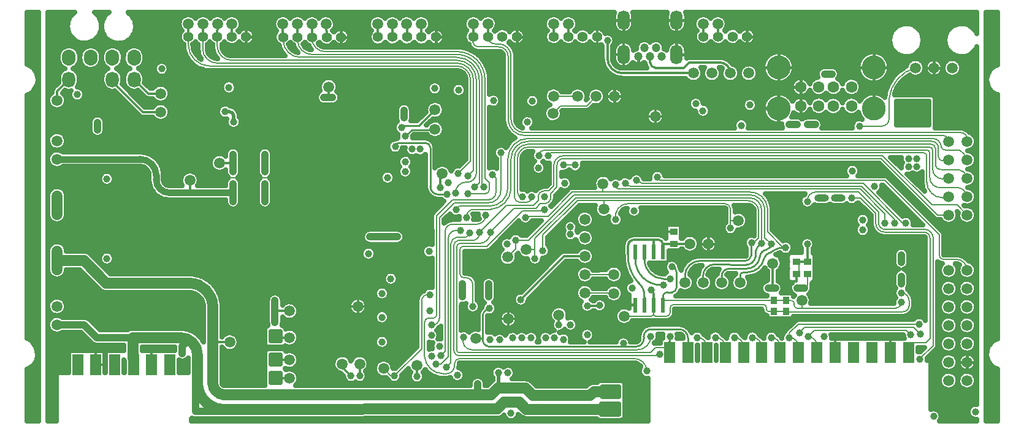
<source format=gbr>
G04 DipTrace 4.1.2.0*
G04 4_Layer_Bottom.gbr*
%MOIN*%
G04 #@! TF.FileFunction,Copper,L4,Bot*
G04 #@! TF.Part,Single*
G04 #@! TA.AperFunction,Conductor*
%ADD10C,0.009843*%
G04 #@! TA.AperFunction,CopperBalancing*
%ADD16C,0.012992*%
G04 #@! TA.AperFunction,Conductor*
%ADD18C,0.007874*%
G04 #@! TA.AperFunction,ViaPad*
%ADD19C,0.03937*%
G04 #@! TA.AperFunction,Conductor*
%ADD22C,0.011811*%
%ADD23C,0.007087*%
G04 #@! TA.AperFunction,CopperBalancing*
%ADD24C,0.015748*%
%ADD25C,0.019685*%
G04 #@! TA.AperFunction,Conductor*
%ADD26C,0.019291*%
%ADD27C,0.021654*%
%ADD30C,0.035433*%
%ADD32C,0.00748*%
%ADD33C,0.059055*%
G04 #@! TA.AperFunction,Conductor*
%ADD35C,0.013386*%
G04 #@! TA.AperFunction,CopperBalancing*
%ADD37C,0.025*%
%ADD41R,0.04X0.035*%
%ADD42R,0.035X0.04*%
G04 #@! TA.AperFunction,ComponentPad*
%ADD46C,0.059055*%
%ADD51C,0.062992*%
%ADD52C,0.129921*%
%ADD55O,0.07874X0.03937*%
%ADD57R,0.059055X0.114173*%
G04 #@! TA.AperFunction,ComponentPad*
%ADD64C,0.047244*%
%ADD65O,0.066929X0.106299*%
%ADD66C,0.055118*%
%ADD73R,0.023622X0.07874*%
G04 #@! TA.AperFunction,ComponentPad*
%ADD75O,0.074803X0.086614*%
%ADD76O,0.070866X0.086614*%
G04 #@! TA.AperFunction,ViaPad*
%ADD81C,0.04*%
%FSLAX26Y26*%
G04*
G70*
G90*
G75*
G01*
G04 Bottom*
%LPD*%
X4059055Y751969D2*
D19*
X4098425D1*
X4173228Y1641732D2*
X4216535D1*
X4783465Y816929D2*
Y777559D1*
X4098425Y751969D2*
D16*
X4084646D1*
Y887795D1*
X3725197Y401575D2*
D18*
Y433071D1*
G03X3674016Y484252I-51182J-1D01*
G01*
X4124409Y401575D2*
Y435433D1*
G03X4075591Y484252I-48821J-2D01*
G01*
X4228346Y507874D2*
Y511811D1*
X4255906Y539370D1*
X4848425D1*
X4885827Y501969D1*
X3535433Y868110D2*
D10*
Y874016D1*
G02X3561024Y840551I-10771J-34754D01*
G01*
Y755906D1*
G02X3535433Y730315I-25589J-2D01*
G01*
X3509843D1*
G03X3486220Y706693I0J-23622D01*
G01*
Y659449D1*
D18*
Y685039D1*
X4090551D1*
D23*
X4157480D1*
D18*
X4183071D1*
G02X4200787Y669291I1794J-15821D01*
G01*
Y659449D1*
G03X4216535Y643701I15749J1D01*
G01*
X4242126D1*
X4751969D1*
G03X4783465Y675197I2J31494D01*
G01*
X4242126Y685039D2*
Y643701D1*
X4149606Y972441D2*
D10*
X4153543D1*
X3906299Y783465D2*
Y819685D1*
G02X3925197Y838583I18899J-2D01*
G01*
X3944882D1*
G03X4037402Y915354I-1336J95745D01*
G01*
G02X4064961Y944882I46714J-15975D01*
G01*
X4090551Y958661D1*
G02X4153543Y972441I48755J-72006D01*
G01*
X2740157Y1137795D2*
D18*
Y1143701D1*
X2862205D1*
X2994094Y1275591D1*
X3161417D1*
X3956693D1*
G02X4055118Y1188976I4359J-94277D01*
G01*
Y1059055D1*
X4137795Y976378D1*
X4163386D1*
X4167323Y972441D1*
X4153543D1*
X3161417Y1320866D2*
Y1275591D1*
X3925984Y401575D2*
Y433071D1*
G03X3874803Y484252I-51182J-1D01*
G01*
X4324409Y401575D2*
Y440157D1*
G03X4276378Y488189I-48032J0D01*
G01*
Y488976D1*
X4311024Y523622D1*
X4811024D1*
X4834646Y500000D1*
X4425197Y366142D2*
D16*
Y400787D1*
X4424409Y401575D1*
X4724409Y366142D2*
Y401575D1*
X4019685Y1372047D2*
D25*
X4190945D1*
X4251969Y1433071D1*
X4657480D1*
X5040551Y1050000D1*
X5140551D2*
D26*
X5192913Y1102362D1*
Y1570866D1*
X5129921Y1633858D1*
X5019685D1*
X5015748Y1637795D1*
X5140551Y950000D2*
D27*
X5164173D1*
X5192913Y921260D1*
Y374016D1*
X405512Y299213D2*
D16*
Y333071D1*
X403937Y334646D1*
X704724Y299213D2*
Y332283D1*
X707087Y334646D1*
X4724409Y401575D2*
D18*
Y366142D1*
X192913Y753937D2*
D24*
X169291D1*
X137795Y785433D1*
Y1298819D1*
X192913Y1353937D1*
X4212598Y830709D2*
D16*
Y789370D1*
X4161417D1*
Y856299D1*
X4159449Y858268D1*
X4212598Y830709D2*
D23*
X4226378D1*
Y897638D1*
X4212598D1*
X4271654D2*
D16*
Y992126D1*
Y897638D2*
X4212598D1*
X3545276Y1061024D2*
X3498031D1*
X3492126Y1055118D1*
X1645669Y555118D2*
X1669291D1*
X1767717Y653543D1*
X1828740D1*
X3223622Y1795276D2*
X3291339D1*
X3399606Y1687008D1*
X3444882D1*
X2645669Y584646D2*
X2734252D1*
X2818898Y669291D1*
X3336220Y659449D2*
Y663386D1*
X3208661D1*
Y592520D1*
X3033465D1*
X2958661Y667323D1*
X2820866D1*
X2818898Y669291D1*
X850394Y1440945D2*
D18*
X937008D1*
X1025591Y1352362D1*
X1187008D1*
X1196850Y1362205D1*
Y1492126D1*
X1149606Y1539370D1*
X1633858Y1196850D2*
X1523622D1*
X1368110Y1352362D1*
X1297244D1*
X1277559Y1372047D1*
Y1767717D1*
X1322835Y1812992D1*
X5140551Y1550000D2*
X5140157D1*
Y1548819D1*
X5140551Y1550000D2*
X5141732Y1562992D1*
G03X5106299Y1598425I-35433J1D01*
G01*
X2734252D1*
G02X2661417Y1671260I2J72837D01*
G01*
Y2013780D1*
G03X2594488Y2080709I-66931J-2D01*
G01*
X2574930D1*
G02X2535560Y2120079I1J39371D01*
G01*
X2535433Y2188976D2*
D16*
X2535560Y2120079D1*
X5040551Y1550000D2*
D18*
Y1552756D1*
X5041732D1*
X5040551Y1550000D2*
D3*
G03X5007874Y1582677I-31843J834D01*
G01*
X2734252D1*
G02X2645669Y1667323I66J88743D01*
G01*
Y2013780D1*
G03X2592520Y2064961I-53079J-1933D01*
G01*
X2480315D1*
G02X2454724Y2090551I-2J25589D01*
G01*
Y2119197D1*
G02X2455606Y2120079I883J-1D01*
G01*
X2456693Y2188976D2*
D16*
X2455606Y2120079D1*
X2490157Y1055118D2*
D18*
X2637795Y1202756D1*
X2783465D1*
X2809055Y1228346D1*
Y1248031D1*
G02X2842520Y1281496I33466J-1D01*
G01*
X2866142D1*
X2893701Y1309055D1*
Y1421260D1*
G02X2944882Y1472441I51182J-1D01*
G01*
X4681102D1*
X4948819Y1204724D1*
X5085827D1*
X5140551Y1150000D1*
X2490157Y1051181D2*
Y1055118D1*
Y1051181D2*
G02X2450787Y1011811I-39371J1D01*
G01*
D32*
X2375984D1*
D18*
G03X2350394Y986220I-2J-25589D01*
G01*
D32*
Y415354D1*
D18*
G03X2381890Y385827I29628J41D01*
G01*
D32*
X3468504D1*
Y391732D1*
X2066929Y1625984D2*
D10*
Y1635827D1*
X2161417D1*
X2248031Y1722441D1*
X3525591Y490157D2*
X3508661Y417323D1*
G02X3524409Y401575I-1J-15749D01*
G01*
X5040551Y1150000D2*
D18*
X4979921D1*
X4673228Y1456693D1*
X2944882D1*
G03X2911417Y1423228I1J-33466D01*
G01*
Y1301181D1*
X2877953Y1267717D1*
Y1248031D1*
G02X2842520Y1212598I-35433J-1D01*
G01*
X2820866D1*
X2795276Y1187008D1*
X2677165D1*
X2549213Y1059055D1*
Y1055118D1*
Y1057087D2*
Y1055118D1*
X3525591Y490157D2*
D32*
Y429134D1*
X3446850D1*
X3419291Y401575D1*
X2381890D1*
D18*
G02X2366142Y415354I-1777J13858D01*
G01*
D32*
Y978346D1*
D18*
G02X2383858Y996063I17716J0D01*
G01*
D32*
X2488189D1*
D18*
G03X2549213Y1055118I1916J59076D01*
G01*
X2248031Y1616142D2*
D10*
Y1614173D1*
X2122047D1*
X2086614Y1578740D1*
X3827559Y401575D2*
D18*
Y429134D1*
G03X3772441Y484252I-55120J-2D01*
G01*
X4224409Y401575D2*
Y433858D1*
G03X4174016Y484252I-50393J0D01*
G01*
Y508661D1*
X4222441Y557087D1*
X4879921D1*
X3436220Y659449D2*
D16*
Y721654D1*
G03X3423228Y744094I-32548J-3862D01*
G01*
X4090551Y625984D2*
D23*
X4157480D1*
X3436220Y659449D2*
D18*
Y611024D1*
G03X3446850Y600394I10628J-2D01*
G01*
X3505906D1*
G03X3525591Y618110I1812J17781D01*
G01*
Y643701D1*
G02X3545276Y663386I19683J2D01*
G01*
X4033465D1*
G02X4049213Y647638I-1J-15749D01*
G01*
Y637795D1*
G03X4061024Y625984I11811J0D01*
G01*
X4090551D1*
X4157480D2*
Y624016D1*
X4791339D1*
G03X4824803Y657480I-1J33466D01*
G01*
Y685039D1*
G03X4783465Y726378I-41338J1D01*
G01*
X3436220Y659449D2*
Y613386D1*
G02X3423228Y600394I-12994J2D01*
G01*
X3275591D1*
G02X3275591Y600394I-2088J865D01*
G01*
X3606299Y783465D2*
D10*
Y818898D1*
G02X3688976Y901575I82676J1D01*
G01*
X3935039D1*
G03X3966535Y929134I1819J29699D01*
G01*
Y998031D1*
G02X3968504Y1000000I1967J2D01*
G01*
X2834646Y956693D2*
D18*
Y1041339D1*
X3021654Y1228346D1*
X3165354D1*
X3948819D1*
G02X4007874Y1169291I1J-59054D01*
G01*
Y1027559D1*
X3980315Y1000000D1*
X3968504D1*
X3165354Y1183071D2*
Y1228346D1*
X3490157Y769685D2*
D10*
X3476378D1*
G02X3336614Y909449I-1J139763D01*
G01*
X3336220Y950787D1*
X3806299Y783465D2*
Y818110D1*
G02X3846457Y858268I40160J-2D01*
G01*
X3937008D1*
G03X4013780Y923228I4827J72141D01*
G01*
Y921260D1*
G02X4051181Y962598I44233J-2432D01*
G01*
G03X4074803Y992126I-7436J30161D01*
G01*
X2687008Y1013780D2*
D18*
Y1009843D1*
X2690945Y1013780D1*
X2755906D1*
X3001969Y1259843D1*
X3960630D1*
G02X4039370Y1188976I-2505J-81961D01*
G01*
Y1027559D1*
X4074803Y992126D1*
X2687008Y1013780D2*
Y964567D1*
X2643701Y921260D1*
X4024409Y401575D2*
Y433071D1*
G03X3973228Y484252I-51182J-1D01*
G01*
X3525591Y803150D2*
D10*
X3490157D1*
G02X3385827Y907480I0J104331D01*
G01*
Y950394D1*
X3385942Y950672D1*
X3386220Y950787D1*
X3706299Y783465D2*
X3704724Y785039D1*
Y818898D1*
G02X3767717Y881890I62993J-1D01*
G01*
X3935039Y879921D1*
X3938976D1*
G03X3990157Y923228I1017J50695D01*
G01*
Y935039D1*
G02X4023622Y996063I64679J4218D01*
G01*
X2791339Y913386D2*
D18*
Y962598D1*
Y1023622D1*
X3011811Y1244094D1*
X3956693D1*
G02X4023622Y1177165I-2J-66931D01*
G01*
Y996063D1*
X2744094Y962598D2*
X2791339D1*
X2724409Y1250000D2*
X2718504D1*
G02X2696850Y1271654I1J21655D01*
G01*
Y1460630D1*
G02X2755906Y1519685I59054J1D01*
G01*
X4937008D1*
G02X4952756Y1503937I-1J-15749D01*
G01*
Y1401575D1*
G03X5007874Y1346457I55120J2D01*
G01*
X5040551D1*
Y1350000D1*
X2773622Y1248031D2*
G02X2744094Y1218504I-29527J0D01*
G01*
X2710630D1*
G02X2679134Y1250000I-2J31494D01*
G01*
Y1458661D1*
G02X2755906Y1535433I76771J1D01*
G01*
X4944882D1*
G02X4968504Y1511811I0J-23622D01*
G01*
Y1429134D1*
G03X5003937Y1397638I29548J-2438D01*
G01*
X5092913D1*
G02X5140551Y1357874I-9538J-59844D01*
G01*
Y1350000D1*
X2419291Y1135827D2*
Y1142415D1*
G02X2457979Y1181102I38685J2D01*
G01*
X2548530D1*
G03X2661417Y1295276I-5517J118349D01*
G01*
Y1456693D1*
G02X2755906Y1551181I94487J1D01*
G01*
X4948819D1*
G02X4984252Y1515748I1J-35433D01*
G01*
Y1468504D1*
G03X5007874Y1444882I23622J0D01*
G01*
X5040551Y1450000D1*
X2367424Y1179160D2*
X2362205Y1179134D1*
G02X2381890Y1198819I19683J2D01*
G01*
X2541339D1*
G03X2643701Y1299213I3783J98524D01*
G01*
Y1454724D1*
G02X2755906Y1566929I112203J2D01*
G01*
X4952756D1*
G02X5000000Y1519685I1J-47243D01*
G01*
Y1523622D1*
G03X5023622Y1503937I20247J281D01*
G01*
X5098425D1*
G02X5140551Y1457874I-71278J-107480D01*
G01*
Y1450000D1*
X5040551Y1250000D2*
X5007874Y1244094D1*
G02X4921260Y1330709I0J86614D01*
G01*
Y1472441D1*
G03X4905512Y1488189I-15749J-1D01*
G01*
X2877953D1*
G03X2862205Y1472441I1J-15749D01*
G01*
X2812992Y1474409D2*
G02X2842520Y1503937I29527J0D01*
G01*
X4921260D1*
G02X4937008Y1488189I-1J-15749D01*
G01*
Y1358268D1*
G03X5000000Y1299213I56757J-2582D01*
G01*
X5091339D1*
G02X5140551Y1242126I-6180J-55083D01*
G01*
Y1250000D1*
X2397638Y704724D2*
D19*
Y775591D1*
X2480315Y163386D2*
D16*
Y198819D1*
D19*
Y232283D1*
X3161417Y169291D2*
D18*
Y208661D1*
X3200787D1*
X3240157D1*
Y169291D1*
X3200787D1*
X503937Y334646D2*
X506299D1*
X192913Y903543D2*
D33*
X338583D1*
X460630Y779528D1*
X913386D1*
G02X1039370Y653543I-1J-125985D01*
G01*
Y458661D1*
Y236220D1*
G03X1098425Y173228I66343J3018D01*
G01*
X2553150D1*
X2588583Y208661D1*
X2608268D1*
X2740157D1*
X2779528Y169291D1*
X3090551D1*
X3112205Y190945D1*
X3179134D1*
D19*
X3200787Y208661D1*
X4625984Y437008D2*
D16*
Y403150D1*
X4624409Y401575D1*
X4271654Y830709D2*
D18*
Y767717D1*
X4255906Y751969D1*
X4216535D2*
D19*
X4255906D1*
X4271654Y1641732D2*
X4314961D1*
X4783465Y933071D2*
Y893701D1*
X3486220Y950787D2*
D16*
Y992126D1*
G03X3462598Y1015748I-23622J0D01*
G01*
X3436220D1*
X3330709D1*
G03X3297244Y980315I-89J-33435D01*
G01*
Y937008D1*
D10*
G03X3352362Y783465I213070J-10178D01*
G01*
G02X3386220Y705315I-56707J-70978D01*
G01*
Y659449D1*
X3436220Y950787D2*
D16*
Y1015748D1*
X3633858Y994094D2*
X3545276D1*
X3488189D1*
X3486220Y992126D1*
X3545276Y994094D2*
D3*
X192913Y953937D2*
D33*
Y853937D1*
Y903543D2*
D16*
Y853937D1*
X2480315Y163386D2*
X2553150Y173228D1*
X2592520Y293307D2*
D25*
Y224409D1*
X2608268Y208661D1*
X1131890Y458661D2*
D16*
X1039370D1*
X4523622Y437008D2*
Y402362D1*
X4524409Y401575D1*
X3200787Y74803D2*
X3161417D1*
D18*
Y114173D1*
D16*
X3200787D1*
X3240157D1*
Y74803D1*
X606299Y370079D2*
D33*
Y484252D1*
D19*
X409449D1*
X339764Y553937D1*
X192913D1*
X3200787Y114173D2*
D18*
X3181102Y94488D1*
D33*
X2744094D1*
X2706693Y131890D1*
X2622047D1*
X2586098Y95941D1*
X1121373Y94488D1*
G02X956693Y236220I-20465J142759D01*
G01*
Y387795D1*
G03X862205Y484252I-94501J1936D01*
G01*
X606299D1*
X956693Y387795D2*
D16*
X952756Y389961D1*
X606299Y334646D2*
X608661D1*
X1150591Y1480315D2*
D19*
Y1385827D1*
X192913Y1253937D2*
D33*
Y1153937D1*
X899606Y466535D2*
D16*
X879921D1*
G02X862205Y484252I0J17716D01*
G01*
X946850Y120079D2*
D19*
Y226378D1*
X956693Y236220D1*
X984252Y82677D2*
X946850D1*
Y120079D1*
X984252Y82677D2*
X1109562D1*
X1121373Y94488D1*
X874016Y397638D2*
Y437008D1*
X899606Y462598D1*
Y466535D1*
X1076772Y1433071D2*
D16*
X1150591D1*
X1323819Y1385827D2*
D19*
Y1433071D1*
Y1480315D1*
X612205Y1887795D2*
D16*
X688976Y1811024D1*
X755906D1*
X494094Y1887795D2*
Y1875984D1*
X659449Y1710630D1*
X755906D1*
X3787529Y2121063D2*
X3785433Y2188976D1*
X2360236Y1273622D2*
D18*
Y1269685D1*
X1063874Y2120093D2*
Y2069984D1*
G03X1141732Y1992126I77859J1D01*
G01*
X2366142D1*
G02X2472441Y1885827I2J-106298D01*
G01*
Y1379921D1*
G02X2427165Y1328740I-50493J-949D01*
G01*
X2415354D1*
G03X2360236Y1273622I2J-55120D01*
G01*
X1064961Y2188976D2*
D16*
X1063874Y2120093D1*
X1937890Y2118110D2*
Y2188094D1*
X1937008Y2188976D1*
X2016630Y2118110D2*
Y2188094D1*
X2015748Y2188976D1*
X3653150Y1921260D2*
X3267717D1*
G02X3185039Y2003937I-1J82676D01*
G01*
Y2098425D1*
X1643701Y1789370D2*
D19*
X1665344D1*
X1690945D1*
X3421260Y490157D2*
D18*
Y492126D1*
X2403543Y486220D2*
G03X2448819Y417323I45015J-19744D01*
G01*
X3346457D1*
G03X3421260Y490157I1923J72854D01*
G01*
X1669291Y1846457D2*
D16*
Y1793318D1*
X1665344Y1789370D1*
X3023622Y1795276D2*
D18*
X2891732D1*
X2972568Y2120079D2*
D16*
X2972441Y2188976D1*
X3062992Y926378D2*
X2950000D1*
X2714567Y690945D1*
X1893701Y1031496D2*
D19*
X1944882D1*
X1992126D1*
X2043307D1*
X2539370Y704724D2*
Y775591D1*
X2078740Y1720472D2*
Y1679134D1*
X1579622Y2117810D2*
D18*
Y2109354D1*
G03X1649606Y2039370I69982J-2D01*
G01*
X2366142D1*
G02X2519685Y1885827I-2J-153546D01*
G01*
Y1348425D1*
X2543307Y1324803D1*
Y1287402D1*
G02X2523622Y1267717I-19683J-2D01*
G01*
X2425197D1*
X1579622Y2117810D2*
D16*
X1578740Y2188976D1*
X2312992Y1261811D2*
D10*
X2265748D1*
G02X2222441Y1305118I-2J43305D01*
G01*
Y1515748D1*
G03X2194882Y1543307I-27560J-1D01*
G01*
X2053150D1*
G03X2031496Y1521654I1J-21655D01*
G01*
X2523622Y1149606D2*
D18*
G02X2474409Y1100394I-49210J-2D01*
G01*
X2342520D1*
G03X2303150Y1061024I1J-39371D01*
G01*
Y409449D1*
X2279528Y385827D1*
X2921260Y553150D2*
D16*
Y606299D1*
X4271654Y1224409D2*
D18*
X4267717D1*
X4271654D2*
Y1228346D1*
G02X4318898Y1275591I47243J1D01*
G01*
X4551181D1*
X4659449Y1167323D1*
Y1106299D1*
G03X4692913Y1072835I33466J1D01*
G01*
X4907480Y1072839D1*
G02X4956693Y1023626I2J-49210D01*
G01*
Y440945D1*
X4883858Y368110D1*
Y366142D1*
X1838583Y275591D2*
D16*
Y340551D1*
X2543307Y641732D2*
D10*
G03X2507874Y598425I6613J-41559D01*
G01*
Y478346D1*
Y470472D1*
G03X2543307Y435039I35433J-1D01*
G01*
X3271654D1*
Y452756D1*
X3622835Y401575D2*
Y482283D1*
G03X3574803Y529528I-48599J-1371D01*
G01*
X3423228D1*
G03X3381890Y488189I-1J-41338D01*
G01*
Y478346D1*
G02X3342520Y435039I-40417J-2806D01*
G01*
X3273622D1*
G03X3271654Y452756I-9269J7938D01*
G01*
X3456693Y1356299D2*
D18*
X3448819D1*
Y1354331D1*
X2468504Y478346D2*
D10*
X2507874D1*
X5140551Y850000D2*
D18*
G03X5081102Y909449I-59449J0D01*
G01*
X5011811D1*
G02X4988189Y933071I0J23622D01*
G01*
Y1043307D1*
X4692913Y1338583D1*
X3474409D1*
G02X3456693Y1356299I0J17716D01*
G01*
D3*
X1153543Y1657480D2*
D25*
Y1688976D1*
G03X1129921Y1712598I-23622J0D01*
G01*
X1106299D1*
X413386Y1653543D2*
D19*
Y1614173D1*
X307087Y334646D2*
D16*
X305512D1*
X3417323Y2011811D2*
D35*
Y1980315D1*
G03X3446850Y1950787I29527J0D01*
G01*
X3600394D1*
X3629921Y1980315D1*
X3794488D1*
G02X3853150Y1921260I277J-58388D01*
G01*
X3062992Y726378D2*
D18*
X3218504D1*
X3220472Y724409D1*
X1323819Y1318898D2*
D19*
Y1224409D1*
X1377953Y685039D2*
Y566929D1*
X1456693Y627953D2*
D16*
X1395669D1*
X1377953Y645669D1*
X2277559Y1299213D2*
Y1366142D1*
X2287402Y1375984D1*
X4366142Y1917323D2*
D19*
X4405512D1*
X1456693Y261811D2*
D16*
X1383858D1*
X1362205Y283465D1*
X2253937Y338583D2*
D32*
X2279528D1*
X2319408Y378463D1*
Y1023423D1*
D18*
G02X2388306Y1058856I43609J-95D01*
G01*
X2387795Y1066929D1*
X2452756Y653543D2*
Y773622D1*
G03X2417323Y809055I-35433J1D01*
G01*
X2403543D1*
G02X2383858Y828740I-2J19683D01*
G01*
Y964567D1*
G02X2397638Y978346I13778J2D01*
G01*
X2529528D1*
X2722441Y1171260D1*
X2834646D1*
X2842520Y1179134D1*
X3074803Y657480D2*
D22*
X3143701D1*
Y659449D1*
X3062992Y826378D2*
D18*
X3220472Y826772D1*
X1143701Y2188976D2*
D16*
Y2120093D1*
X1142614D1*
X2889764Y1702756D2*
D18*
X2931102Y1744094D1*
X3072441D1*
X3123622Y1795276D1*
X4348425Y1242126D2*
D16*
X4368110D1*
X4419291D2*
X4438976D1*
X2220472Y716535D2*
D18*
G03X2175197Y681102I-10464J-33272D01*
G01*
Y423228D1*
X2027559Y275591D1*
X2007874D1*
X1968504Y314961D1*
X1456693Y484252D2*
D16*
X1385827D1*
X1362205Y507874D1*
X1456693Y362205D2*
X1381890D1*
X1362205Y381890D1*
X192913Y1773622D2*
Y1822835D1*
X257874Y1887795D1*
X1658362Y2117810D2*
X1655512Y2188976D1*
X2435039Y1053150D2*
D18*
G02X2411417Y1029528I-23622J0D01*
G01*
X2372047D1*
D32*
X2366142D1*
D18*
G03X2334646Y996063I3623J-34964D01*
G01*
D32*
Y346457D1*
X2311024Y322835D1*
X4692913Y1106299D2*
D18*
Y1157480D1*
X4559055Y1291339D1*
X3255906D1*
G02X3230315Y1314961I-4823J20448D01*
G01*
X3399606Y301181D2*
D32*
D3*
G03X3326772Y370079I-69073J-73D01*
G01*
X2381890D1*
G03X2354331Y342520I1J-27560D01*
G01*
Y330709D1*
G02X2311024Y287402I-44698J1391D01*
G01*
X2293307D1*
G02X2190945Y381890I-1076J101525D01*
G01*
Y564961D1*
G02X2212598Y590551I24357J1347D01*
G01*
X2240157D1*
G03X2255906Y606299I-1J15749D01*
G01*
Y1070866D1*
D18*
Y1147638D1*
X2342520Y1234252D1*
X2429134D1*
D32*
X2543307D1*
G03X2578740Y1271654I-3594J38890D01*
G01*
Y1350394D1*
D18*
G03X2559055Y1370079I-19683J2D01*
G01*
D3*
X4555118Y1633858D2*
X4677165D1*
G03X4716535Y1673228I-1J39371D01*
G01*
Y1783465D1*
G02X4860236Y1950787I192645J-20080D01*
G01*
X1744094Y340551D2*
D16*
Y322835D1*
X1791339Y275591D1*
X4824409Y401575D2*
D18*
X4832677D1*
Y454724D1*
X4915354D1*
X4938976Y478346D1*
Y1023619D1*
G03X4905512Y1057084I-33466J-1D01*
G01*
X4692913Y1057087D1*
G02X4643701Y1106299I-2J49210D01*
G01*
Y1159449D1*
X4561024Y1242126D1*
X4513780D1*
X2944882Y1423228D2*
Y1421260D1*
X3009843D1*
X2149606Y271654D2*
D16*
Y332677D1*
X2892614Y2120079D2*
X2893701Y2188976D1*
X3707575Y2121063D2*
X3706693Y2188976D1*
X3854331Y1078740D2*
D18*
Y1120079D1*
Y1181102D1*
G03X3822835Y1212598I-31494J2D01*
G01*
X3299213D1*
G03X3230315Y1125984I-1081J-69850D01*
G01*
X3895669Y1120079D2*
X3854331D1*
X1150591Y1271654D2*
D19*
Y1224409D1*
Y1318898D2*
Y1271654D1*
X807087Y334646D2*
D16*
X805512D1*
X192913Y1453937D2*
D30*
X644488D1*
G02X732283Y1366142I-2J-87797D01*
G01*
Y1342520D1*
G03X803150Y1271654I70865J-1D01*
G01*
X915354D1*
X1150591D1*
X915354Y1338583D2*
D16*
Y1271654D1*
X1422142Y2117810D2*
D18*
Y2101480D1*
G03X1515748Y2007874I93604J-2D01*
G01*
X2366142D1*
G02X2488189Y1885827I0J-122047D01*
G01*
Y1326772D1*
X2462598Y1301181D1*
X1421260Y2188976D2*
D16*
Y2117810D1*
X1422142D1*
X1500882D2*
D18*
Y2101480D1*
G03X1578740Y2023622I77859J1D01*
G01*
X2366142D1*
G02X2503937Y1885827I-1J-137796D01*
G01*
Y1301181D1*
X2511811D1*
X1500882Y2117810D2*
D16*
X1500000Y2188976D1*
X2095370Y2118110D2*
Y2188094D1*
X2094488Y2188976D1*
X2174110Y2118110D2*
Y2188094D1*
X2173228Y2188976D1*
X2232283Y551181D2*
D32*
X2228346D1*
X2232283D2*
G03X2271654Y590551I-1J39371D01*
G01*
Y1070866D1*
D18*
Y1135827D1*
X2352362Y1216535D1*
X2429134D1*
D32*
X2533465D1*
G03X2606299Y1289370I4468J68367D01*
G01*
Y1468504D1*
D18*
Y1488189D1*
X4748031Y1106299D2*
Y1125984D1*
X4566929Y1307087D1*
X3309055D1*
G02X3281496Y1322835I4593J40026D01*
G01*
X4807087Y1106299D2*
X4791339D1*
X4574803Y1322835D1*
X3374016D1*
X3342520Y1338583D1*
X925197Y2114173D2*
Y2120093D1*
X906394D1*
Y2077858D1*
G03X1023622Y1960630I117230J2D01*
G01*
X2366142D1*
G02X2440945Y1885827I0J-74804D01*
G01*
Y1442913D1*
X2374016Y1375984D1*
X906394Y2120093D2*
D16*
Y2188976D1*
X907480D1*
X985134Y2120093D2*
D18*
Y2054236D1*
G03X1062992Y1976378I77859J1D01*
G01*
X2366142D1*
G02X2456693Y1885827I-2J-90553D01*
G01*
Y1393701D1*
X2425197Y1362205D1*
X985134Y2120093D2*
D16*
Y2188976D1*
X986220D1*
D19*
X3102362Y1350394D3*
D3*
X2543307Y641732D3*
X712598Y2196850D3*
X767717Y2194882D3*
X2826772Y2120079D3*
X1342520Y2118110D3*
X3185039Y2098425D3*
X761811Y1944882D3*
X4366142Y1917323D3*
X4405512D3*
X1127953Y1844488D3*
X2246063Y1838583D3*
X2582677Y1834646D3*
X2375984Y1830709D3*
X1830709Y1820866D3*
X2082677Y1818898D3*
X2153543D3*
X2326772D3*
X1322835Y1812992D3*
X1358268D3*
X1643701Y1789370D3*
X1690945D3*
X2564961Y1771654D3*
X303150Y1805118D3*
X2777559Y1769685D3*
X4767717Y1759843D3*
X4818898D3*
X4870079D3*
X4921260D3*
X3665354Y1755906D3*
X3960630Y1748031D3*
X2015748Y1724409D3*
X2078740Y1720472D3*
X3704724Y1716535D3*
X413386Y1653543D3*
X1106299Y1712598D3*
X4767717Y1704724D3*
X4818898D3*
X4870079D3*
X4921260D3*
X2078740Y1679134D3*
X413386Y1614173D3*
X1153543Y1657480D3*
X3131890D3*
X2750000Y1655512D3*
X4767717Y1649606D3*
X4818898D3*
X4870079D3*
X4921260D3*
X4070866Y1641732D3*
X4173228D3*
X4216535D3*
X4271654D3*
X4314961D3*
X3913386Y1637795D3*
X5015748D3*
X4555118Y1633858D3*
X1637795Y1625984D3*
X2066929D3*
X2348425Y1606299D3*
X2086614Y1578740D3*
D81*
X673228Y1543307D3*
X789370Y1541339D3*
X515748Y1539370D3*
D19*
X1149606D3*
D81*
X437008Y1535433D3*
D19*
X1879921Y1529528D3*
X1921260D3*
X1633858Y1527559D3*
X2031496Y1521654D3*
X2124016Y1507874D3*
X2167323D3*
X2606299Y1488189D3*
X2765748D3*
X1150591Y1480315D3*
X1323819D3*
X1633858Y1476378D3*
X2812992Y1474409D3*
D81*
X850394Y1472441D3*
D19*
X2862205D3*
X4822835Y1456693D3*
X4866142D3*
D81*
X850394Y1440945D3*
D19*
X2086614Y1438976D3*
X1150591Y1433071D3*
X1323819D3*
X3061024Y1425197D3*
X3594488D3*
X3669291D3*
X3708661D3*
X2944882Y1423228D3*
X3009843Y1421260D3*
X4822835Y1413386D3*
X4866142D3*
D81*
X850394Y1407480D3*
D19*
X2811024D3*
X4572835Y1124016D3*
X4515748Y1389764D3*
X2086614Y1387795D3*
X1150591Y1385827D3*
X1323819D3*
X3594488D3*
X3696850Y1377953D3*
X2374016Y1375984D3*
X4019685Y1372047D3*
X2559055Y1370079D3*
X4842520Y1366142D3*
X2425197Y1362205D3*
X2816929Y1358268D3*
X3456693Y1356299D3*
X1990157Y1354331D3*
X464567Y1346457D3*
X3342520Y1338583D3*
X2952756Y1322835D3*
X3281496D3*
X2277559Y1299213D3*
X1150591Y1318898D3*
X1323819D3*
X2320866Y1326772D3*
X3230315Y1314961D3*
X4637795Y1307087D3*
X2462598Y1301181D3*
X2511811D3*
X4685039Y1291339D3*
X1150591Y1271654D3*
X1323819D3*
X2360236Y1269685D3*
X2425197Y1267717D3*
X2312992Y1261811D3*
X2724409Y1250000D3*
X2773622Y1248031D3*
X2842520D3*
X4513780Y1242126D3*
X1150591Y1224409D3*
X1323819D3*
X4271654D3*
X2273622Y1222441D3*
D81*
X625437Y1213684D3*
X675442D3*
D19*
X192913Y1204724D3*
X1633858Y1196850D3*
X4338583Y1181102D3*
X4393701D3*
X4452756D3*
X4507874D3*
X2362205Y1179134D3*
X2842520D3*
X3330709Y1173228D3*
X3393701D3*
D81*
X625437Y1163678D3*
X675442D3*
D19*
X3515748Y1161417D3*
X2523622Y1149606D3*
X2740157Y1137795D3*
X2419291Y1135827D3*
X3230315Y1125984D3*
X4338583D3*
X4393701D3*
X4452756D3*
X4507874D3*
D81*
X625437Y1113673D3*
X675442D3*
D19*
X2787402Y1108268D3*
X4692913Y1106299D3*
X4748031D3*
X4807087D3*
X2984252Y1084646D3*
X3854331Y1078740D3*
X2387795Y1066929D3*
X4338583D3*
X4393701D3*
X4452756D3*
X4507874D3*
X2490157Y1055118D3*
X2549213D3*
X3427165D3*
X3492126D3*
X3679134D3*
X2435039Y1053150D3*
X2984252Y1045276D3*
X1893701Y1031496D3*
X1944882D3*
X1992126D3*
X2043307D3*
X2687008Y1013780D3*
X4338583Y1011811D3*
X4393701D3*
X4452756D3*
X4507874D3*
X3968504Y1000000D3*
X4023622Y996063D3*
X417323Y992126D3*
X501969D3*
X586614D3*
X667323D3*
X755906D3*
X850394D3*
X2639764D3*
X4074803D3*
X4271654D3*
X3102362Y974409D3*
X4153543Y972441D3*
X1645669Y960630D3*
X2834646Y956693D3*
X2216535Y952756D3*
X1885827Y940945D3*
X4783465Y933071D3*
X850394Y929134D3*
X464567Y913386D3*
X2791339D3*
X192913Y903543D3*
X4159449Y897638D3*
X850394Y895669D3*
X4625984Y893701D3*
X4783465D3*
X3535433Y868110D3*
X4653543Y866142D3*
X850394Y862205D3*
X4159449Y858268D3*
X2007874Y803150D3*
X3525591D3*
X3980315D3*
X2222441Y801181D3*
X4783465Y816929D3*
X2647638Y795276D3*
X2700787D3*
X2397638Y775591D3*
X2539370D3*
X3017717D3*
X3490157Y769685D3*
X3980315Y759843D3*
X4783465Y777559D3*
X3318898Y751969D3*
X4059055D3*
X4098425D3*
X4216535D3*
X4255906D3*
X2718504Y744094D3*
X3423228D3*
X3757874Y742126D3*
X2397638Y740157D3*
X2539370D3*
X1960630Y724409D3*
X2220472Y716535D3*
X2397638Y704724D3*
X2539370D3*
X2714567Y690945D3*
X1377953Y685039D3*
X2769685Y683071D3*
X4594488D3*
X4661417D3*
X4728346D3*
D81*
X625437Y670377D3*
X675442D3*
D19*
X2818898Y669291D3*
X3143701Y659449D3*
X3074803Y657480D3*
X2452756Y653543D3*
X1377953Y645669D3*
X2220472Y629921D3*
D81*
X625437Y620371D3*
X675442D3*
D19*
X1377953Y606299D3*
X1960630Y594488D3*
D81*
X625437Y570366D3*
X675442D3*
D19*
X1377953Y566929D3*
X2921260Y553150D3*
X2984252D3*
X1645669Y555118D3*
X4879921Y557087D3*
X2228346Y551181D3*
X1992126Y543307D3*
X1362205Y507874D3*
X1397638D3*
X4228346D3*
X4834646Y500000D3*
X4885827Y501969D3*
X3074803Y498031D3*
X2228346Y496063D3*
X3421260Y490157D3*
X3525591D3*
X4276378Y488189D3*
X4362205D3*
X2403543Y486220D3*
X3674016Y484252D3*
X3772441D3*
X3874803D3*
X3973228D3*
X4075591D3*
X4174016D3*
X2669291Y482283D3*
X2718504D3*
X2769685D3*
X2848425D3*
X2897638D3*
X2545276Y474409D3*
X2944882D3*
X1362205Y472441D3*
X1397638D3*
X2598425D3*
X899606Y466535D3*
X1960630Y460630D3*
X3271654Y452756D3*
X874016Y437008D3*
X2271654D3*
X4425197D3*
X4523622D3*
X4625984D3*
X4724409D3*
X4883858Y366142D3*
X4523622Y405512D3*
X4425197Y401575D3*
X4625984D3*
X4724409D3*
X874016Y397638D3*
X2279528Y385827D3*
X3468504Y391732D3*
X1362205Y381890D3*
X1397638D3*
X2228346D3*
X307087Y372047D3*
X405512Y370079D3*
X503937D3*
X606299D3*
X704724D3*
X807087D3*
X4523622D3*
X2015748Y366142D3*
X4425197D3*
X4625984D3*
X4724409D3*
X1362205Y346457D3*
X1397638D3*
X2253937Y338583D3*
X307087Y334646D3*
X405512D3*
X503937D3*
X606299D3*
X704724D3*
X807087D3*
X2517717Y326772D3*
X2311024Y322835D3*
X2405512Y320866D3*
X2812992D3*
X2858268D3*
X2903543Y318898D3*
X3273622Y301181D3*
X3399606D3*
X307087Y299213D3*
X405512D3*
X503937D3*
X606299D3*
X704724D3*
X807087D3*
X2592520Y293307D3*
X2643701Y291339D3*
X2517717Y289370D3*
X1362205Y283465D3*
X1397638D3*
X2370079Y279528D3*
X1791339Y275591D3*
X1838583D3*
X1901575D3*
X2027559D3*
X2086614D3*
X2812992D3*
X2858268D3*
X2903543Y273622D3*
X2149606Y271654D3*
X2212598D3*
X3273622Y255906D3*
X1362205Y248031D3*
X1397638D3*
X2480315Y232283D3*
X2812992Y230315D3*
X2858268D3*
X2903543D3*
X3161417Y208661D3*
X3200787D3*
X3240157D3*
X2480315Y198819D3*
X5011811Y161417D3*
X3161417Y169291D3*
X3200787D3*
X3240157D3*
X2480315Y163386D3*
X946850Y120079D3*
X3161417Y114173D3*
X3200787D3*
X3240157D3*
X946850Y82677D3*
X984252D3*
X3161417Y74803D3*
X3200787D3*
X3240157D3*
X2661417Y72835D3*
X4958661Y55118D3*
X2064961Y968504D3*
Y927165D3*
X2336614Y1645669D3*
X4572835Y1068898D3*
X5187008Y80709D3*
X4783465Y726378D3*
Y675197D3*
X4419291Y1242126D3*
X4368110D3*
D81*
X673228Y1543307D3*
X515748Y1539370D3*
X437008Y1535433D3*
D19*
X3669291Y1425197D3*
X3899606Y1192913D3*
X3702756Y1159449D3*
X4338583Y1125984D3*
D81*
X395669Y1826772D3*
X379921Y1724409D3*
X144930Y2226411D2*
D37*
X262744D1*
X422297D2*
X448552D1*
X606562D2*
X871591D1*
X1179597D2*
X1385363D1*
X1691413D2*
X1901108D1*
X2209114D2*
X2420801D1*
X2571329D2*
X2857816D1*
X3008327D2*
X3217017D1*
X3330226D2*
X3504414D1*
X3617622D2*
X3670809D1*
X3821319D2*
X5189732D1*
X144930Y2201542D2*
X251692D1*
X618063D2*
X856412D1*
X1194758D2*
X1370202D1*
X1706574D2*
X1885947D1*
X2224293D2*
X2405622D1*
X2586490D2*
X2842637D1*
X3023506D2*
X3217017D1*
X3330226D2*
X3504414D1*
X3617622D2*
X3655630D1*
X3836498D2*
X5189732D1*
X144930Y2176673D2*
X248390D1*
X621688D2*
X856340D1*
X1194830D2*
X1370130D1*
X1706646D2*
X1885875D1*
X2224365D2*
X2405568D1*
X2586562D2*
X2842566D1*
X3023578D2*
X3218937D1*
X3328306D2*
X3506333D1*
X3615703D2*
X3655558D1*
X3836570D2*
X4760217D1*
X4860256D2*
X5060226D1*
X5160248D2*
X5189732D1*
X144930Y2151804D2*
X251961D1*
X618440D2*
X867608D1*
X1260139D2*
X1385076D1*
X1773767D2*
X1900821D1*
X2289818D2*
X2416818D1*
X2730601D2*
X2853833D1*
X3167617D2*
X3233775D1*
X3313468D2*
X3521172D1*
X3600864D2*
X3667956D1*
X3983408D2*
X4734165D1*
X4886308D2*
X5034156D1*
X144930Y2126936D2*
X263372D1*
X421651D2*
X447655D1*
X607459D2*
X856179D1*
X1271568D2*
X1372319D1*
X1786919D2*
X1888010D1*
X2302736D2*
X2405407D1*
X2742030D2*
X2842404D1*
X3216060D2*
X3657244D1*
X3994137D2*
X4722108D1*
X4898365D2*
X5022099D1*
X144930Y2102067D2*
X287504D1*
X397519D2*
X470908D1*
X584224D2*
X859193D1*
X1268554D2*
X1374095D1*
X1785161D2*
X1889948D1*
X2300798D2*
X2408403D1*
X2739034D2*
X2845418D1*
X3227705D2*
X3372898D1*
X3398765D2*
X3435893D1*
X3461741D2*
X3660779D1*
X3990585D2*
X4718214D1*
X4902258D2*
X5018206D1*
X144930Y2077198D2*
X879324D1*
X933557D2*
X958054D1*
X1012215D2*
X1036802D1*
X1090945D2*
X1118133D1*
X1167091D2*
X1196881D1*
X1245821D2*
X1393688D1*
X1453806D2*
X1472436D1*
X1533989D2*
X1551166D1*
X1620129D2*
X1629913D1*
X1686820D2*
X1708643D1*
X1765550D2*
X1909918D1*
X1965873D2*
X1988648D1*
X2044603D2*
X2067395D1*
X2123351D2*
X2146143D1*
X2202081D2*
X2224873D1*
X2280829D2*
X2429467D1*
X2716337D2*
X2868115D1*
X2917109D2*
X2948065D1*
X2997077D2*
X3025593D1*
X3074605D2*
X3104341D1*
X3318294D2*
X3342953D1*
X3491687D2*
X3516345D1*
X3605691D2*
X3685108D1*
X3730048D2*
X3765058D1*
X3809997D2*
X3842586D1*
X3887525D2*
X3921334D1*
X3966255D2*
X4721372D1*
X4899100D2*
X5021364D1*
X144930Y2052329D2*
X213816D1*
X301924D2*
X331929D1*
X420036D2*
X450041D1*
X538149D2*
X568154D1*
X656262D2*
X881872D1*
X937199D2*
X958126D1*
X1012377D2*
X1038470D1*
X1094139D2*
X1405942D1*
X1469900D2*
X1486448D1*
X1560813D2*
X1571691D1*
X2431901D2*
X2445399D1*
X2679843D2*
X3155404D1*
X3616869D2*
X4732442D1*
X4888030D2*
X5032452D1*
X144930Y2027461D2*
X199480D1*
X670598D2*
X888743D1*
X948664D2*
X961624D1*
X1019500D2*
X1046185D1*
X1112260D2*
X1421247D1*
X2476218D2*
X2613876D1*
X2687415D2*
X3155404D1*
X3617622D2*
X4070379D1*
X4160335D2*
X4587703D1*
X4677659D2*
X4756359D1*
X4864113D2*
X5056351D1*
X5164105D2*
X5189732D1*
X144930Y2002592D2*
X197327D1*
X672751D2*
X901177D1*
X1052854D2*
X1062315D1*
X2503077D2*
X2618595D1*
X2688491D2*
X3155440D1*
X3825912D2*
X4042981D1*
X4187732D2*
X4560306D1*
X4705057D2*
X5189732D1*
X144930Y1977723D2*
X201777D1*
X668301D2*
X735913D1*
X787706D2*
X920716D1*
X2520894D2*
X2618595D1*
X2688491D2*
X3158652D1*
X3862173D2*
X4030853D1*
X4199843D2*
X4548177D1*
X4717168D2*
X4815424D1*
X4905057D2*
X4915416D1*
X5005049D2*
X5015425D1*
X5105058D2*
X5189732D1*
X144930Y1952854D2*
X221531D1*
X294226D2*
X339644D1*
X412339D2*
X457739D1*
X530434D2*
X575851D1*
X648547D2*
X719783D1*
X803836D2*
X954573D1*
X2533489D2*
X2618595D1*
X2688491D2*
X3168161D1*
X3293947D2*
X3394572D1*
X3694612D2*
X3711681D1*
X3894612D2*
X3911681D1*
X3994622D2*
X4027264D1*
X4203450D2*
X4344588D1*
X4427080D2*
X4544589D1*
X4720774D2*
X4798810D1*
X5112863D2*
X5189732D1*
X144930Y1927986D2*
X209546D1*
X306194D2*
X445771D1*
X542419D2*
X563884D1*
X660532D2*
X722707D1*
X800929D2*
X2390676D1*
X2541689D2*
X2618595D1*
X2688491D2*
X3185995D1*
X4005369D2*
X4031032D1*
X4199664D2*
X4324762D1*
X4446906D2*
X4548356D1*
X4716988D2*
X4763715D1*
X5107426D2*
X5189732D1*
X144930Y1903117D2*
X199803D1*
X315954D2*
X436029D1*
X670275D2*
X2410646D1*
X2545762D2*
X2618595D1*
X2688491D2*
X3221790D1*
X4002426D2*
X4043394D1*
X4187302D2*
X4325910D1*
X4445740D2*
X4560718D1*
X4704626D2*
X4739153D1*
X4816836D2*
X4842122D1*
X4878359D2*
X4942114D1*
X4978351D2*
X5042123D1*
X5078360D2*
X5189732D1*
X144930Y1878248D2*
X199337D1*
X316421D2*
X435544D1*
X670741D2*
X1103403D1*
X1152504D2*
X1627994D1*
X1710593D2*
X2236320D1*
X2255800D2*
X2413875D1*
X2546766D2*
X2618595D1*
X2688491D2*
X3624841D1*
X3681460D2*
X3724832D1*
X3781470D2*
X3824841D1*
X3881461D2*
X3924833D1*
X3981470D2*
X4071420D1*
X4159294D2*
X4192403D1*
X4280044D2*
X4290833D1*
X4457205D2*
X4467994D1*
X4555635D2*
X4588744D1*
X4676601D2*
X4721372D1*
X4787877D2*
X5189732D1*
X144930Y1853379D2*
X182579D1*
X309764D2*
X442201D1*
X687499D2*
X726529D1*
X785284D2*
X1086124D1*
X1169783D2*
X1617103D1*
X1721484D2*
X2206052D1*
X2286068D2*
X2340133D1*
X2546766D2*
X2618595D1*
X2688491D2*
X4182051D1*
X4565988D2*
X4707987D1*
X4768787D2*
X5189732D1*
X144930Y1828510D2*
X163883D1*
X338490D2*
X469221D1*
X805415D2*
X1088439D1*
X1167468D2*
X1619956D1*
X1718631D2*
X2204527D1*
X2287611D2*
X2333226D1*
X2546766D2*
X2618595D1*
X2688491D2*
X2851662D1*
X2931804D2*
X2983555D1*
X3063696D2*
X3083546D1*
X3163705D2*
X3183555D1*
X3263697D2*
X4184778D1*
X4563260D2*
X4698370D1*
X4755725D2*
X5189732D1*
X235610Y1803642D2*
X260358D1*
X345936D2*
X525560D1*
X607316D2*
X655478D1*
X808016D2*
X1603485D1*
X1731155D2*
X2223438D1*
X2268682D2*
X2343596D1*
X2592016D2*
X2618595D1*
X2688491D2*
X2753322D1*
X2801795D2*
X2839767D1*
X3275592D2*
X4070038D1*
X4160676D2*
X4203976D1*
X4268472D2*
X4302406D1*
X4366884D2*
X4381136D1*
X4445632D2*
X4479566D1*
X4544062D2*
X4587345D1*
X4678000D2*
X4692306D1*
X4951707D2*
X5189732D1*
X245316Y1778773D2*
X270118D1*
X336175D2*
X550427D1*
X632184D2*
X714974D1*
X796820D2*
X1602301D1*
X1732357D2*
X2413875D1*
X2607142D2*
X2618595D1*
X2688491D2*
X2735774D1*
X2819343D2*
X2841866D1*
X3273493D2*
X3629649D1*
X3701071D2*
X3932045D1*
X3989221D2*
X4042838D1*
X4187858D2*
X4195507D1*
X4276923D2*
X4293937D1*
X4454101D2*
X4471098D1*
X4552513D2*
X4560162D1*
X4968016D2*
X5189732D1*
X241548Y1753904D2*
X575295D1*
X657051D2*
X728036D1*
X783776D2*
X1622019D1*
X1712621D2*
X2053706D1*
X2103776D2*
X2206465D1*
X2289602D2*
X2413875D1*
X2603661D2*
X2618595D1*
X2688491D2*
X2737945D1*
X2817172D2*
X2860867D1*
X3154483D2*
X3192759D1*
X3254492D2*
X3622580D1*
X3722368D2*
X3918230D1*
X4003019D2*
X4030799D1*
X4968016D2*
X5189732D1*
X144930Y1729035D2*
X167418D1*
X218403D2*
X600181D1*
X805074D2*
X1066980D1*
X1168724D2*
X2036840D1*
X2120642D2*
X2195807D1*
X2300260D2*
X2413875D1*
X2546766D2*
X2618595D1*
X2688491D2*
X2844539D1*
X3094628D2*
X3414990D1*
X3474767D2*
X3632789D1*
X3745567D2*
X3922572D1*
X3998694D2*
X4027264D1*
X4968016D2*
X5189732D1*
X144930Y1704167D2*
X625049D1*
X808160D2*
X1064361D1*
X1184334D2*
X2035925D1*
X2121557D2*
X2191106D1*
X2297246D2*
X2413875D1*
X2546766D2*
X2618595D1*
X2688491D2*
X2837111D1*
X2942408D2*
X3395236D1*
X3494522D2*
X3663847D1*
X3745603D2*
X4031104D1*
X4273155D2*
X4297705D1*
X4450315D2*
X4474883D1*
X4968016D2*
X5189732D1*
X144930Y1679298D2*
X379870D1*
X446914D2*
X714239D1*
X797574D2*
X1081065D1*
X1189950D2*
X2035925D1*
X2121557D2*
X2166238D1*
X2276128D2*
X2413875D1*
X2546766D2*
X2618595D1*
X2688491D2*
X2714944D1*
X2785055D2*
X2842925D1*
X2936612D2*
X3392814D1*
X3496944D2*
X3686759D1*
X3722691D2*
X4043538D1*
X4233682D2*
X4254501D1*
X4332112D2*
X4560862D1*
X4968016D2*
X5189732D1*
X144930Y1654429D2*
X370576D1*
X456190D2*
X1110831D1*
X1196247D2*
X2035853D1*
X2282946D2*
X2413875D1*
X2546766D2*
X2619868D1*
X2691667D2*
X2707193D1*
X2792806D2*
X2873821D1*
X2905716D2*
X3404243D1*
X3485533D2*
X3874146D1*
X3952619D2*
X4071778D1*
X4355724D2*
X4517945D1*
X4968016D2*
X5189732D1*
X144930Y1629560D2*
X370558D1*
X456208D2*
X1121955D1*
X1185141D2*
X2024263D1*
X2298861D2*
X2413875D1*
X2546766D2*
X2626686D1*
X2783369D2*
X3871419D1*
X3955364D2*
X4132279D1*
X4355904D2*
X4512526D1*
X4968016D2*
X5189732D1*
X144930Y1604692D2*
X371688D1*
X455077D2*
X2030184D1*
X2299363D2*
X2413875D1*
X2546766D2*
X2640448D1*
X5151940D2*
X5189732D1*
X238391Y1579823D2*
X389774D1*
X437010D2*
X2043802D1*
X2129415D2*
X2210932D1*
X2285135D2*
X2413875D1*
X2546766D2*
X2665118D1*
X245567Y1554954D2*
X2006267D1*
X2233139D2*
X2413875D1*
X2546766D2*
X2660615D1*
X239539Y1530085D2*
X1989563D1*
X2248515D2*
X2413875D1*
X2546766D2*
X2639551D1*
X144930Y1505217D2*
X178470D1*
X207369D2*
X1116375D1*
X1184800D2*
X1289606D1*
X1358031D2*
X1992182D1*
X2070817D2*
X2081283D1*
X2250507D2*
X2413875D1*
X2546766D2*
X2567244D1*
X5165648D2*
X5189732D1*
X700184Y1480348D2*
X1057507D1*
X1096041D2*
X1107763D1*
X1193412D2*
X1280994D1*
X1366643D2*
X2092048D1*
X2250507D2*
X2413875D1*
X2546766D2*
X2564248D1*
X2730260D2*
X2770618D1*
X736050Y1455479D2*
X1029392D1*
X1193412D2*
X1280994D1*
X1366643D2*
X2047318D1*
X2125899D2*
X2194390D1*
X2250507D2*
X2413875D1*
X2546766D2*
X2579427D1*
X2723927D2*
X2774888D1*
X4735325D2*
X4780025D1*
X755392Y1430610D2*
X1024170D1*
X1193412D2*
X1280994D1*
X1366643D2*
X2044663D1*
X2128554D2*
X2194390D1*
X2250507D2*
X2391394D1*
X2546766D2*
X2579427D1*
X2723927D2*
X2775498D1*
X2846543D2*
X2867218D1*
X3051567D2*
X4662055D1*
X4760193D2*
X4783882D1*
X144930Y1405741D2*
X176496D1*
X209324D2*
X671375D1*
X766570D2*
X1032208D1*
X1193412D2*
X1280994D1*
X1366643D2*
X2048000D1*
X2125217D2*
X2194390D1*
X2330295D2*
X2344314D1*
X2723927D2*
X2768232D1*
X2853810D2*
X2866626D1*
X3049558D2*
X4476229D1*
X4555276D2*
X4686923D1*
X5166671D2*
X5189732D1*
X144930Y1380873D2*
X441052D1*
X488073D2*
X688994D1*
X772240D2*
X885873D1*
X944843D2*
X1108068D1*
X1193107D2*
X1281299D1*
X1366338D2*
X1957303D1*
X2023019D2*
X2044394D1*
X2128841D2*
X2194390D1*
X2723927D2*
X2778225D1*
X2843816D2*
X2866626D1*
X2938496D2*
X3422221D1*
X3491166D2*
X4473915D1*
X4557573D2*
X4711791D1*
X144930Y1356004D2*
X422895D1*
X506248D2*
X691434D1*
X773137D2*
X865813D1*
X964902D2*
X1120950D1*
X1180225D2*
X1294181D1*
X1353456D2*
X1947363D1*
X2032941D2*
X2059304D1*
X2113913D2*
X2194390D1*
X2723927D2*
X2866626D1*
X2978184D2*
X3123108D1*
X3199715D2*
X3256077D1*
X3381379D2*
X3413878D1*
X4712736D2*
X4736659D1*
X4834796D2*
X4894190D1*
X144930Y1331135D2*
X424761D1*
X504364D2*
X692098D1*
X775344D2*
X863248D1*
X967468D2*
X1109664D1*
X1191510D2*
X1282895D1*
X1364741D2*
X1954683D1*
X2025638D2*
X2194390D1*
X2723927D2*
X2866626D1*
X2994709D2*
X3109813D1*
X4737622D2*
X4761526D1*
X4859664D2*
X4894190D1*
X144930Y1306266D2*
X458815D1*
X470317D2*
X697768D1*
X1193412D2*
X1280994D1*
X1366643D2*
X2194390D1*
X2723927D2*
X2853654D1*
X2992017D2*
X3110926D1*
X4762489D2*
X4786394D1*
X4884532D2*
X4897061D1*
X5167622D2*
X5189732D1*
X237386Y1281398D2*
X710309D1*
X1193412D2*
X1280994D1*
X1366643D2*
X2198678D1*
X2928879D2*
X2962652D1*
X4671379D2*
X4712849D1*
X4787357D2*
X4811280D1*
X5182173D2*
X5189732D1*
X245514Y1256529D2*
X733329D1*
X1193412D2*
X1280994D1*
X1366643D2*
X2214449D1*
X2905034D2*
X2937784D1*
X4055517D2*
X4244776D1*
X4678359D2*
X4737717D1*
X4812225D2*
X4836148D1*
X245585Y1231660D2*
X1107763D1*
X1193412D2*
X1280994D1*
X1366643D2*
X2283723D1*
X2902738D2*
X2912917D1*
X4071198D2*
X4229489D1*
X4703227D2*
X4762585D1*
X4837093D2*
X4861015D1*
X245585Y1206791D2*
X1111818D1*
X1189357D2*
X1285048D1*
X1362588D2*
X2277802D1*
X4079739D2*
X4232881D1*
X4480583D2*
X4491857D1*
X4535701D2*
X4559104D1*
X4728094D2*
X4787453D1*
X4861960D2*
X4885883D1*
X5168537D2*
X5189732D1*
X245585Y1181923D2*
X2252935D1*
X3012489D2*
X3112702D1*
X3278104D2*
X3288839D1*
X3372587D2*
X3827156D1*
X3881389D2*
X3978318D1*
X4082197D2*
X4583971D1*
X4752962D2*
X4812320D1*
X4886828D2*
X4910751D1*
X5181742D2*
X5189732D1*
X245585Y1157054D2*
X2230704D1*
X2987622D2*
X3020802D1*
X3105178D2*
X3119968D1*
X3258511D2*
X3291279D1*
X3370147D2*
X3827264D1*
X3932075D2*
X3980794D1*
X4082197D2*
X4547226D1*
X4598445D2*
X4608839D1*
X4777830D2*
X4837188D1*
X4911696D2*
X4935618D1*
X240615Y1132185D2*
X2228838D1*
X2305266D2*
X2376627D1*
X2461954D2*
X2484764D1*
X2962736D2*
X3010665D1*
X3115316D2*
X3187969D1*
X3272650D2*
X3827264D1*
X3946842D2*
X3980794D1*
X4082197D2*
X4530845D1*
X4840502D2*
X4862056D1*
X4936564D2*
X4960504D1*
X144930Y1107316D2*
X171903D1*
X213936D2*
X2228838D1*
X2695758D2*
X2711265D1*
X2769051D2*
X2812190D1*
X2937868D2*
X2948406D1*
X3111889D2*
X3192078D1*
X3268559D2*
X3823388D1*
X3946680D2*
X3980794D1*
X4082197D2*
X4533626D1*
X4849903D2*
X4886924D1*
X4961431D2*
X5011693D1*
X5069407D2*
X5111702D1*
X5169398D2*
X5189732D1*
X144930Y1082448D2*
X2228838D1*
X2670872D2*
X2787322D1*
X2913000D2*
X2941498D1*
X3027022D2*
X3036269D1*
X3089712D2*
X3502135D1*
X3588413D2*
X3811672D1*
X3931340D2*
X3980794D1*
X4082197D2*
X4532352D1*
X4986299D2*
X5189732D1*
X144930Y1057579D2*
X1860451D1*
X2076558D2*
X2229036D1*
X2646004D2*
X2762454D1*
X2888133D2*
X2943346D1*
X3104766D2*
X3502135D1*
X3588413D2*
X3817503D1*
X3891150D2*
X3980794D1*
X4093841D2*
X4531634D1*
X4614037D2*
X4635142D1*
X5010700D2*
X5189732D1*
X144930Y1032710D2*
X1850906D1*
X2086103D2*
X2229036D1*
X2621136D2*
X2648899D1*
X2863265D2*
X2943436D1*
X3115262D2*
X3294635D1*
X3588413D2*
X3599345D1*
X3668381D2*
X3699337D1*
X3768372D2*
X3942434D1*
X4118709D2*
X4552555D1*
X4593116D2*
X4686600D1*
X5015258D2*
X5189732D1*
X144930Y1007841D2*
X1858550D1*
X2078460D2*
X2229036D1*
X2861722D2*
X2966761D1*
X3001742D2*
X3013877D1*
X3112104D2*
X3273266D1*
X3784609D2*
X3926448D1*
X4175352D2*
X4232019D1*
X4311282D2*
X4911899D1*
X5015258D2*
X5189732D1*
X236327Y982972D2*
X2187338D1*
X2571401D2*
X2597997D1*
X2867733D2*
X3035353D1*
X3090645D2*
X3267632D1*
X3785273D2*
X3929462D1*
X4194963D2*
X4229884D1*
X4313417D2*
X4911899D1*
X5015258D2*
X5189732D1*
X245406Y958104D2*
X1846833D1*
X1924822D2*
X2174061D1*
X2545959D2*
X2607165D1*
X2877439D2*
X3021628D1*
X3104353D2*
X3267614D1*
X3588413D2*
X3596421D1*
X3671305D2*
X3696412D1*
X3771296D2*
X3938469D1*
X4193725D2*
X4236307D1*
X4306993D2*
X4749362D1*
X4817572D2*
X4911899D1*
X5015258D2*
X5189732D1*
X382250Y933235D2*
X426968D1*
X502157D2*
X1843747D1*
X1927908D2*
X2178762D1*
X2410927D2*
X2592489D1*
X2869939D2*
X2915985D1*
X3115190D2*
X3267883D1*
X3521166D2*
X3938469D1*
X4108392D2*
X4141627D1*
X4315247D2*
X4740642D1*
X4826291D2*
X4911899D1*
X5095046D2*
X5189732D1*
X406723Y908366D2*
X422052D1*
X507073D2*
X1859572D1*
X1912083D2*
X2229036D1*
X2410927D2*
X2592722D1*
X2694681D2*
X2748836D1*
X2833840D2*
X2891117D1*
X3112319D2*
X3269857D1*
X3521166D2*
X3530627D1*
X3540248D2*
X3625882D1*
X4132901D2*
X4161507D1*
X4316844D2*
X4740642D1*
X4826291D2*
X4911899D1*
X5144010D2*
X5189732D1*
X494137Y883497D2*
X2229036D1*
X2410927D2*
X2608188D1*
X2679215D2*
X2761772D1*
X2820904D2*
X2866249D1*
X2947988D2*
X3034456D1*
X3091524D2*
X3273086D1*
X3417855D2*
X3495658D1*
X3575207D2*
X3599686D1*
X4137118D2*
X4161507D1*
X4316844D2*
X4741952D1*
X4824982D2*
X4911899D1*
X4983769D2*
X5000712D1*
X5080387D2*
X5088019D1*
X5180397D2*
X5189732D1*
X455669Y858629D2*
X2229036D1*
X2410927D2*
X2841381D1*
X2923120D2*
X3022076D1*
X3103922D2*
X3179231D1*
X3261723D2*
X3278971D1*
X3431025D2*
X3493738D1*
X3650582D2*
X3686221D1*
X4127967D2*
X4161507D1*
X4316844D2*
X4761078D1*
X4805855D2*
X4911899D1*
X241333Y833760D2*
X334369D1*
X480142D2*
X1979120D1*
X2036619D2*
X2229036D1*
X2410927D2*
X2816514D1*
X2898252D2*
X3010880D1*
X3272650D2*
X3287906D1*
X3465455D2*
X3496842D1*
X3636390D2*
X3678021D1*
X3735950D2*
X3780148D1*
X4013622D2*
X4055021D1*
X4114277D2*
X4161507D1*
X4316844D2*
X4744320D1*
X4822613D2*
X4911899D1*
X144930Y808891D2*
X168333D1*
X217488D2*
X358842D1*
X998525D2*
X1965466D1*
X2050291D2*
X2229036D1*
X2468342D2*
X2514136D1*
X2564601D2*
X2791646D1*
X2873384D2*
X3013482D1*
X3269833D2*
X3300322D1*
X3652035D2*
X3660564D1*
X3752045D2*
X3760555D1*
X3852036D2*
X3860564D1*
X3952045D2*
X4055021D1*
X4114277D2*
X4161507D1*
X4316844D2*
X4740642D1*
X4826291D2*
X4911899D1*
X4983769D2*
X5009307D1*
X5071793D2*
X5109298D1*
X5171802D2*
X5189732D1*
X144930Y784022D2*
X383333D1*
X1033853D2*
X1969880D1*
X2045877D2*
X2229036D1*
X2478856D2*
X2497432D1*
X2581305D2*
X2766778D1*
X2848517D2*
X3033613D1*
X3092368D2*
X3191719D1*
X3249217D2*
X3291943D1*
X3958953D2*
X4032091D1*
X4125384D2*
X4173797D1*
X4304553D2*
X4740642D1*
X4826291D2*
X4911899D1*
X4983769D2*
X5001179D1*
X5079921D2*
X5101188D1*
X5179912D2*
X5189732D1*
X144930Y759154D2*
X407806D1*
X1056819D2*
X1937674D1*
X1983600D2*
X2229036D1*
X2479825D2*
X2496552D1*
X2582184D2*
X2741911D1*
X2823649D2*
X3022525D1*
X3103474D2*
X3181797D1*
X3259157D2*
X3276728D1*
X3952673D2*
X4016876D1*
X4140598D2*
X4174353D1*
X4298076D2*
X4745091D1*
X4821842D2*
X4911899D1*
X144930Y734285D2*
X436459D1*
X1072178D2*
X1919032D1*
X2002224D2*
X2177129D1*
X2479825D2*
X2496552D1*
X2582184D2*
X2717043D1*
X2798781D2*
X3010952D1*
X3272147D2*
X3280155D1*
X3584232D2*
X3593909D1*
X3618681D2*
X3693918D1*
X3718690D2*
X3793909D1*
X3818681D2*
X3893919D1*
X3918691D2*
X4020321D1*
X4137154D2*
X4177798D1*
X4294649D2*
X4741431D1*
X4829647D2*
X4911899D1*
X144930Y709416D2*
X961750D1*
X1082656D2*
X1343342D1*
X1412575D2*
X1920701D1*
X2000555D2*
X2154110D1*
X2479825D2*
X2496552D1*
X2582184D2*
X2676225D1*
X2773913D2*
X3013285D1*
X3270838D2*
X3301273D1*
X4288477D2*
X4744392D1*
X4847194D2*
X4911899D1*
X4983769D2*
X5008571D1*
X5072529D2*
X5108562D1*
X5172538D2*
X5189732D1*
X235161Y684547D2*
X979835D1*
X1089043D2*
X1335125D1*
X1420775D2*
X1786799D1*
X1870673D2*
X1952064D1*
X1969193D2*
X2148135D1*
X2481027D2*
X2501953D1*
X2576784D2*
X2672259D1*
X2756886D2*
X3032806D1*
X3177754D2*
X3187520D1*
X3253434D2*
X3301273D1*
X4294793D2*
X4741736D1*
X4851877D2*
X4911899D1*
X4983769D2*
X5001681D1*
X5079419D2*
X5101673D1*
X5179428D2*
X5189732D1*
X245244Y659678D2*
X986205D1*
X1091734D2*
X1335125D1*
X1498051D2*
X1776446D1*
X1881025D2*
X2148117D1*
X2393021D2*
X2410412D1*
X2495111D2*
X2504698D1*
X2581915D2*
X2686613D1*
X2742533D2*
X3032034D1*
X3186528D2*
X3301273D1*
X4851877D2*
X4911899D1*
X241782Y634810D2*
X986707D1*
X1092040D2*
X1335125D1*
X1508888D2*
X1779712D1*
X1877778D2*
X2148117D1*
X2393021D2*
X2414557D1*
X2585521D2*
X2877481D1*
X2965033D2*
X3038960D1*
X3178113D2*
X3236592D1*
X3552672D2*
X4022276D1*
X4847266D2*
X4911899D1*
X144930Y609941D2*
X166305D1*
X219516D2*
X986707D1*
X1092040D2*
X1335125D1*
X1506017D2*
X1801440D1*
X1856050D2*
X1920880D1*
X2000376D2*
X2148117D1*
X2393021D2*
X2480584D1*
X2570612D2*
X2599845D1*
X2691487D2*
X2868725D1*
X2973788D2*
X3223835D1*
X3551829D2*
X4035141D1*
X4827027D2*
X4911899D1*
X4983769D2*
X5007853D1*
X5073246D2*
X5107863D1*
X5173238D2*
X5189732D1*
X367879Y585072D2*
X986707D1*
X1092040D2*
X1335125D1*
X1485223D2*
X1918925D1*
X2002332D2*
X2148117D1*
X2393021D2*
X2479812D1*
X2535929D2*
X2593009D1*
X2698323D2*
X2873300D1*
X3011377D2*
X3225324D1*
X3536793D2*
X4848402D1*
X4983769D2*
X5002184D1*
X5078916D2*
X5102193D1*
X5178925D2*
X5189732D1*
X393016Y560203D2*
X986707D1*
X1092040D2*
X1335699D1*
X1420218D2*
X1936903D1*
X1984354D2*
X2148117D1*
X2393021D2*
X2479812D1*
X2535929D2*
X2599361D1*
X2691972D2*
X2879060D1*
X3026448D2*
X3243069D1*
X3308103D2*
X4188312D1*
X417883Y535335D2*
X986707D1*
X1092040D2*
X1320897D1*
X1438932D2*
X2148117D1*
X2267928D2*
X2276080D1*
X2393021D2*
X2479812D1*
X2535929D2*
X2633953D1*
X2657379D2*
X2882594D1*
X3022932D2*
X3056992D1*
X3092619D2*
X3373275D1*
X3627042D2*
X4163445D1*
X144930Y510466D2*
X165372D1*
X220449D2*
X323711D1*
X944071D2*
X986707D1*
X1092040D2*
X1319390D1*
X1501963D2*
X2148117D1*
X2268503D2*
X2276080D1*
X2565821D2*
X2582513D1*
X2614336D2*
X2637954D1*
X2801024D2*
X2817088D1*
X2965427D2*
X3033954D1*
X3115656D2*
X3357737D1*
X3707153D2*
X3739311D1*
X3805584D2*
X3841671D1*
X3907943D2*
X3940084D1*
X4006374D2*
X4042461D1*
X4108733D2*
X4140873D1*
X4983769D2*
X5007172D1*
X5073928D2*
X5107181D1*
X5173937D2*
X5189732D1*
X144930Y485597D2*
X348579D1*
X972814D2*
X986707D1*
X1176708D2*
X1319390D1*
X1509337D2*
X1926460D1*
X1994796D2*
X2148117D1*
X2986115D2*
X3033954D1*
X3115656D2*
X3245760D1*
X3297553D2*
X3353826D1*
X3463823D2*
X3483027D1*
X3568156D2*
X3594214D1*
X4404939D2*
X4794486D1*
X4983769D2*
X5002704D1*
X5078396D2*
X5102713D1*
X5178405D2*
X5189732D1*
X144930Y460728D2*
X373447D1*
X1184513D2*
X1319390D1*
X1503506D2*
X1917812D1*
X2003444D2*
X2148117D1*
X2985307D2*
X3056992D1*
X3092619D2*
X3229630D1*
X3313683D2*
X3340226D1*
X3451317D2*
X3471741D1*
X144930Y435860D2*
X553639D1*
X1179077D2*
X1328163D1*
X1431665D2*
X1440983D1*
X1472412D2*
X1926317D1*
X1994939D2*
X2148117D1*
X2217816D2*
X2228856D1*
X144930Y410991D2*
X252840D1*
X1092040D2*
X1113773D1*
X1150010D2*
X1321650D1*
X1470869D2*
X2125707D1*
X4877068D2*
X4889489D1*
X4963997D2*
X5006508D1*
X5074592D2*
X5106517D1*
X5174583D2*
X5189732D1*
X144930Y386122D2*
X252840D1*
X1092040D2*
X1319390D1*
X1503290D2*
X1720629D1*
X1767559D2*
X1815112D1*
X1862060D2*
X2100840D1*
X4939129D2*
X5003242D1*
X5077858D2*
X5103251D1*
X5177867D2*
X5189732D1*
X144930Y361253D2*
X252840D1*
X893887D2*
X904030D1*
X1092040D2*
X1319390D1*
X1509355D2*
X1695904D1*
X1886785D2*
X1946681D1*
X1990328D2*
X2075972D1*
X4926390D2*
X4989158D1*
X144930Y336385D2*
X252840D1*
X858182D2*
X904030D1*
X1092040D2*
X1319390D1*
X1502196D2*
X1691598D1*
X1891073D2*
X1920647D1*
X2016362D2*
X2051104D1*
X2381215D2*
X3355261D1*
X4946109D2*
X4989768D1*
X144930Y311516D2*
X252840D1*
X858182D2*
X904030D1*
X1092040D2*
X1321148D1*
X1438681D2*
X1447424D1*
X1465971D2*
X1700695D1*
X1881994D2*
X1915964D1*
X2397129D2*
X2554039D1*
X2681117D2*
X3358132D1*
X4946109D2*
X5005880D1*
X5075220D2*
X5105871D1*
X5175229D2*
X5189732D1*
X144930Y286647D2*
X187764D1*
X1092040D2*
X1319390D1*
X1502770D2*
X1739414D1*
X1879859D2*
X1924594D1*
X2075876D2*
X2109685D1*
X2189539D2*
X2216315D1*
X2412273D2*
X2550253D1*
X2686248D2*
X3359495D1*
X4946109D2*
X5003798D1*
X5077301D2*
X5103790D1*
X5177311D2*
X5189732D1*
X144930Y261778D2*
X187764D1*
X1092040D2*
X1319390D1*
X1509355D2*
X1750951D1*
X1878962D2*
X1984431D1*
X2067946D2*
X2108016D1*
X2191208D2*
X2331377D1*
X2408792D2*
X2450316D1*
X2510308D2*
X2559547D1*
X2673617D2*
X3388544D1*
X4946109D2*
X4989283D1*
X144930Y236909D2*
X187764D1*
X1092255D2*
X1319390D1*
X1502734D2*
X1777451D1*
X1805220D2*
X1824693D1*
X1852461D2*
X2013677D1*
X2041445D2*
X2126640D1*
X2172566D2*
X2437756D1*
X2522868D2*
X2543381D1*
X2785360D2*
X3089610D1*
X3281118D2*
X3404297D1*
X4946109D2*
X4989624D1*
X144930Y212041D2*
X187764D1*
X3282984D2*
X3404297D1*
X4946109D2*
X5005252D1*
X5075848D2*
X5105261D1*
X5175839D2*
X5189732D1*
X144930Y187172D2*
X187764D1*
X3282984D2*
X3404297D1*
X4946109D2*
X5189732D1*
X144930Y162303D2*
X187764D1*
X3282984D2*
X3404297D1*
X4946109D2*
X5189732D1*
X144930Y137434D2*
X187764D1*
X3282661D2*
X3404297D1*
X4946109D2*
X5189732D1*
X144930Y112566D2*
X187764D1*
X3282984D2*
X3404297D1*
X4946109D2*
X5159787D1*
X144930Y87697D2*
X187764D1*
X3282984D2*
X3404297D1*
X4984918D2*
X5144805D1*
X144930Y62828D2*
X187764D1*
X3282984D2*
X3404297D1*
X5000742D2*
X5148376D1*
X144930Y37959D2*
X187764D1*
X926416D2*
X2638672D1*
X2684149D2*
X3127773D1*
X3273816D2*
X3404297D1*
X4997656D2*
X5189732D1*
X4311477Y935774D2*
X4312290D1*
Y934240D1*
X4311477Y935774D1*
X5136530Y400003D2*
X5134347Y400221D1*
X5132528Y400482D1*
X5130720Y400809D1*
X5128925Y401202D1*
X5127146Y401660D1*
X5125385Y402183D1*
X5123645Y402771D1*
X5115254Y406682D1*
X5107725Y412067D1*
X5101314Y418745D1*
X5096239Y426487D1*
X5092673Y435030D1*
X5092157Y436793D1*
X5091706Y438574D1*
X5091320Y440370D1*
X5091001Y442179D1*
X5090747Y443999D1*
X5090552Y445961D1*
X5089876Y440865D1*
X5087358Y431957D1*
X5083246Y423663D1*
X5077679Y416267D1*
X5070849Y410019D1*
X5062986Y405132D1*
X5054360Y401774D1*
X5052585Y401301D1*
X5050793Y400893D1*
X5048988Y400551D1*
X5047172Y400275D1*
X5045347Y400066D1*
X5044554Y400004D1*
X5046506Y399809D1*
X5048326Y399558D1*
X5050135Y399240D1*
X5051932Y398856D1*
X5053713Y398407D1*
X5055477Y397892D1*
X5057220Y397313D1*
X5065630Y393445D1*
X5073186Y388097D1*
X5079631Y381451D1*
X5084745Y373735D1*
X5088354Y365210D1*
X5088879Y363450D1*
X5089339Y361671D1*
X5089733Y359877D1*
X5090062Y358069D1*
X5090324Y356251D1*
X5090548Y354018D1*
X5090765Y356142D1*
X5090975Y357659D1*
X5091232Y359168D1*
X5091535Y360669D1*
X5091883Y362159D1*
X5092277Y363639D1*
X5092716Y365106D1*
X5093199Y366559D1*
X5094296Y369414D1*
X5095566Y372198D1*
X5097003Y374899D1*
X5098602Y377508D1*
X5100357Y380014D1*
X5102261Y382409D1*
X5104308Y384683D1*
X5106490Y386828D1*
X5108799Y388836D1*
X5111225Y390699D1*
X5113761Y392411D1*
X5116397Y393966D1*
X5119122Y395357D1*
X5121927Y396579D1*
X5124801Y397627D1*
X5126262Y398086D1*
X5127736Y398499D1*
X5129222Y398868D1*
X5130718Y399191D1*
X5132224Y399468D1*
X5133738Y399699D1*
X5135257Y399884D1*
X5136519Y399998D1*
X5090555Y454000D2*
X5090637Y455000D1*
X5090853Y456824D1*
X5091137Y458639D1*
X5091486Y460443D1*
X5091901Y462233D1*
X5092382Y464006D1*
X5092927Y465760D1*
X5093536Y467494D1*
X5097551Y475835D1*
X5103030Y483296D1*
X5109787Y489624D1*
X5117592Y494602D1*
X5126178Y498061D1*
X5127948Y498555D1*
X5129734Y498984D1*
X5131535Y499347D1*
X5133348Y499644D1*
X5135171Y499875D1*
X5136538Y499997D1*
X5134347Y500221D1*
X5132528Y500482D1*
X5130720Y500809D1*
X5128925Y501202D1*
X5127146Y501660D1*
X5125385Y502183D1*
X5123645Y502771D1*
X5115254Y506682D1*
X5107725Y512067D1*
X5101314Y518745D1*
X5096239Y526487D1*
X5092673Y535030D1*
X5092157Y536793D1*
X5091706Y538574D1*
X5091320Y540370D1*
X5091001Y542179D1*
X5090747Y543999D1*
X5090552Y545961D1*
X5089876Y540865D1*
X5087358Y531957D1*
X5083246Y523663D1*
X5077679Y516267D1*
X5070849Y510019D1*
X5062986Y505132D1*
X5054360Y501774D1*
X5052585Y501301D1*
X5050793Y500893D1*
X5048988Y500551D1*
X5047172Y500275D1*
X5045347Y500066D1*
X5044554Y500004D1*
X5046506Y499809D1*
X5048326Y499558D1*
X5050135Y499240D1*
X5051932Y498856D1*
X5053713Y498407D1*
X5055477Y497892D1*
X5057220Y497313D1*
X5065630Y493445D1*
X5073186Y488097D1*
X5079631Y481451D1*
X5084745Y473735D1*
X5088354Y465210D1*
X5088879Y463450D1*
X5089339Y461671D1*
X5089733Y459877D1*
X5090062Y458069D1*
X5090324Y456251D1*
X5090548Y454018D1*
X5090555Y554000D2*
X5090637Y555000D1*
X5090853Y556824D1*
X5091137Y558639D1*
X5091486Y560443D1*
X5091901Y562233D1*
X5092382Y564006D1*
X5092927Y565760D1*
X5093536Y567494D1*
X5097551Y575835D1*
X5103030Y583296D1*
X5109787Y589624D1*
X5117592Y594602D1*
X5126178Y598061D1*
X5127948Y598555D1*
X5129734Y598984D1*
X5131535Y599347D1*
X5133348Y599644D1*
X5135171Y599875D1*
X5136538Y599997D1*
X5134347Y600221D1*
X5132528Y600482D1*
X5130720Y600809D1*
X5128925Y601202D1*
X5127146Y601660D1*
X5125385Y602183D1*
X5123645Y602771D1*
X5115254Y606682D1*
X5107725Y612067D1*
X5101314Y618745D1*
X5096239Y626487D1*
X5092673Y635030D1*
X5092157Y636793D1*
X5091706Y638574D1*
X5091320Y640370D1*
X5091001Y642179D1*
X5090747Y643999D1*
X5090552Y645961D1*
X5089876Y640865D1*
X5087358Y631957D1*
X5083246Y623663D1*
X5077679Y616267D1*
X5070849Y610019D1*
X5062986Y605132D1*
X5054360Y601774D1*
X5052585Y601301D1*
X5050793Y600893D1*
X5048988Y600551D1*
X5047172Y600275D1*
X5045347Y600066D1*
X5044554Y600004D1*
X5046506Y599809D1*
X5048326Y599558D1*
X5050135Y599240D1*
X5051932Y598856D1*
X5053713Y598407D1*
X5055477Y597892D1*
X5057220Y597313D1*
X5065630Y593445D1*
X5073186Y588097D1*
X5079631Y581451D1*
X5084745Y573735D1*
X5088354Y565210D1*
X5088879Y563450D1*
X5089339Y561671D1*
X5089733Y559877D1*
X5090062Y558069D1*
X5090324Y556251D1*
X5090548Y554018D1*
X5090555Y654000D2*
X5090637Y655000D1*
X5090853Y656824D1*
X5091137Y658639D1*
X5091486Y660443D1*
X5091901Y662233D1*
X5092382Y664006D1*
X5092927Y665760D1*
X5093536Y667494D1*
X5097551Y675835D1*
X5103030Y683296D1*
X5109787Y689624D1*
X5117592Y694602D1*
X5126178Y698061D1*
X5127948Y698555D1*
X5129734Y698984D1*
X5131535Y699347D1*
X5133348Y699644D1*
X5135171Y699875D1*
X5136538Y699997D1*
X5134347Y700221D1*
X5132528Y700482D1*
X5130720Y700809D1*
X5128925Y701202D1*
X5127146Y701660D1*
X5125385Y702183D1*
X5123645Y702771D1*
X5115254Y706682D1*
X5107725Y712067D1*
X5101314Y718745D1*
X5096239Y726487D1*
X5092673Y735030D1*
X5092157Y736793D1*
X5091706Y738574D1*
X5091320Y740370D1*
X5091001Y742179D1*
X5090747Y743999D1*
X5090552Y745961D1*
X5089876Y740865D1*
X5087358Y731957D1*
X5083246Y723663D1*
X5077679Y716267D1*
X5070849Y710019D1*
X5062986Y705132D1*
X5054360Y701774D1*
X5052585Y701301D1*
X5050793Y700893D1*
X5048988Y700551D1*
X5047172Y700275D1*
X5045347Y700066D1*
X5044554Y700004D1*
X5046506Y699809D1*
X5048326Y699558D1*
X5050135Y699240D1*
X5051932Y698856D1*
X5053713Y698407D1*
X5055477Y697892D1*
X5057220Y697313D1*
X5065630Y693445D1*
X5073186Y688097D1*
X5079631Y681451D1*
X5084745Y673735D1*
X5088354Y665210D1*
X5088879Y663450D1*
X5089339Y661671D1*
X5089733Y659877D1*
X5090062Y658069D1*
X5090324Y656251D1*
X5090548Y654018D1*
X5090555Y754000D2*
X5090637Y755000D1*
X5090853Y756824D1*
X5091137Y758639D1*
X5091486Y760443D1*
X5091901Y762233D1*
X5092382Y764006D1*
X5092927Y765760D1*
X5093536Y767494D1*
X5097551Y775835D1*
X5103030Y783296D1*
X5109787Y789624D1*
X5117592Y794602D1*
X5126178Y798061D1*
X5127948Y798555D1*
X5129734Y798984D1*
X5131535Y799347D1*
X5133348Y799644D1*
X5135171Y799875D1*
X5136538Y799997D1*
X5134347Y800221D1*
X5132528Y800482D1*
X5130720Y800809D1*
X5128925Y801202D1*
X5127146Y801660D1*
X5125385Y802183D1*
X5123645Y802771D1*
X5115254Y806682D1*
X5107725Y812067D1*
X5101314Y818745D1*
X5096239Y826487D1*
X5092673Y835030D1*
X5092157Y836793D1*
X5091706Y838574D1*
X5091320Y840370D1*
X5091001Y842179D1*
X5090747Y843999D1*
X5090552Y845961D1*
X5089876Y840865D1*
X5087358Y831957D1*
X5083246Y823663D1*
X5077679Y816267D1*
X5070849Y810019D1*
X5062986Y805132D1*
X5054360Y801774D1*
X5052585Y801301D1*
X5050793Y800893D1*
X5048988Y800551D1*
X5047172Y800275D1*
X5045347Y800066D1*
X5044554Y800004D1*
X5046506Y799809D1*
X5048326Y799558D1*
X5050135Y799240D1*
X5051932Y798856D1*
X5053713Y798407D1*
X5055477Y797892D1*
X5057220Y797313D1*
X5065630Y793445D1*
X5073186Y788097D1*
X5079631Y781451D1*
X5084745Y773735D1*
X5088354Y765210D1*
X5088879Y763450D1*
X5089339Y761671D1*
X5089733Y759877D1*
X5090062Y758069D1*
X5090324Y756251D1*
X5090548Y754018D1*
X5090555Y854000D2*
X5090637Y855000D1*
X5090853Y856824D1*
X5091137Y858639D1*
X5091486Y860443D1*
X5091901Y862233D1*
X5092382Y864006D1*
X5092927Y865760D1*
X5093536Y867494D1*
X5097551Y875835D1*
X5099997Y879165D1*
X5098515Y880157D1*
X5094431Y882171D1*
X5090118Y883635D1*
X5085651Y884524D1*
X5080295Y884875D1*
X5076607D1*
X5077224Y884227D1*
X5082889Y876906D1*
X5087112Y868668D1*
X5089750Y859795D1*
X5090075Y857986D1*
X5090335Y856168D1*
X5090549Y854024D1*
X5090555Y1154013D2*
X5090672Y1155334D1*
X5090900Y1157157D1*
X5091196Y1158970D1*
X5091557Y1160771D1*
X5091984Y1162558D1*
X5092258Y1163541D1*
X5087097Y1168702D1*
X5088429Y1164970D1*
X5088945Y1163207D1*
X5089397Y1161426D1*
X5089782Y1159630D1*
X5090102Y1157821D1*
X5090355Y1156001D1*
X5090550Y1154039D1*
X5127008Y1198294D2*
X5128273Y1198638D1*
X5130062Y1199055D1*
X5131866Y1199406D1*
X5133681Y1199691D1*
X5135505Y1199910D1*
X5136547Y1199996D1*
X5134347Y1200221D1*
X5132528Y1200482D1*
X5130720Y1200809D1*
X5128925Y1201202D1*
X5127146Y1201660D1*
X5125385Y1202183D1*
X5123645Y1202771D1*
X5121555Y1203745D1*
X5127000Y1198304D1*
X3681800Y840168D2*
X3680196Y832100D1*
X3679759Y828773D1*
X3679559Y825655D1*
X3675801Y823293D1*
X3669002Y817011D1*
X3663473Y809586D1*
X3659402Y801272D1*
X3658782Y799543D1*
X3658225Y797793D1*
X3657732Y796023D1*
X3657305Y794236D1*
X3656944Y792435D1*
X3656648Y790621D1*
X3656420Y788798D1*
X3656298Y787498D1*
X3656142Y789132D1*
X3655901Y790953D1*
X3655594Y792765D1*
X3653045Y801664D1*
X3648905Y809944D1*
X3643314Y817322D1*
X3636463Y823547D1*
X3632377Y826067D1*
X3632400Y826345D1*
X3633856Y833666D1*
X3636255Y840735D1*
X3639556Y847429D1*
X3643703Y853636D1*
X3648624Y859248D1*
X3654236Y864170D1*
X3660443Y868317D1*
X3667137Y871618D1*
X3674205Y874018D1*
X3681526Y875474D1*
X3689817Y876017D1*
X3700211D1*
X3698526Y874096D1*
X3696874Y872000D1*
X3691910Y864587D1*
X3690233Y861680D1*
X3686595Y854301D1*
X3790427Y852382D2*
X3792865Y856032D1*
X3768404Y856322D1*
X3762840Y855958D1*
X3758045Y855004D1*
X3753415Y853433D1*
X3749029Y851270D1*
X3744964Y848554D1*
X3741287Y845330D1*
X3738063Y841655D1*
X3735347Y837589D1*
X3733184Y833204D1*
X3731612Y828574D1*
X3731261Y826824D1*
X3737518Y822731D1*
X3744201Y816326D1*
X3749594Y808802D1*
X3753513Y800415D1*
X3755823Y791451D1*
X3756083Y789632D1*
X3756297Y787488D1*
X3756420Y788798D1*
X3756648Y790621D1*
X3756944Y792435D1*
X3757305Y794236D1*
X3757732Y796023D1*
X3758225Y797793D1*
X3758782Y799543D1*
X3759402Y801272D1*
X3763473Y809586D1*
X3769002Y817011D1*
X3775801Y823293D1*
X3781320Y826761D1*
X3782089Y830915D1*
X3782598Y833473D1*
X3783467Y836720D1*
X3784311Y839207D1*
X3881873Y829546D2*
X3881320Y826761D1*
X3875801Y823293D1*
X3869002Y817011D1*
X3863473Y809586D1*
X3859402Y801272D1*
X3858782Y799543D1*
X3858225Y797793D1*
X3857732Y796023D1*
X3857305Y794236D1*
X3856944Y792435D1*
X3856648Y790621D1*
X3856420Y788798D1*
X3856296Y787554D1*
X3856113Y789382D1*
X3855863Y791202D1*
X3855546Y793012D1*
X3852953Y801899D1*
X3848772Y810157D1*
X3843144Y817507D1*
X3836261Y823698D1*
X3833784Y825209D1*
X3833861Y825382D1*
X3834918Y826964D1*
X3836172Y828394D1*
X3837603Y829649D1*
X3839185Y830706D1*
X3840891Y831548D1*
X3842693Y832159D1*
X3844559Y832531D1*
X3847293Y832710D1*
X3882712D1*
X3881873Y829546D1*
X4504207Y1794882D2*
X4502414Y1795178D1*
X4500613Y1795541D1*
X4498826Y1795967D1*
X4497055Y1796456D1*
X4495302Y1797007D1*
X4493570Y1797619D1*
X4491861Y1798293D1*
X4483800Y1802489D1*
X4476591Y1808021D1*
X4470451Y1814720D1*
X4465569Y1822385D1*
X4462658Y1829411D1*
X4462344Y1828544D1*
X4458490Y1820315D1*
X4453265Y1812880D1*
X4446829Y1806465D1*
X4439376Y1801265D1*
X4431134Y1797438D1*
X4429396Y1796843D1*
X4427638Y1796310D1*
X4425862Y1795839D1*
X4424071Y1795431D1*
X4422266Y1795086D1*
X4420970Y1794885D1*
X4422783Y1794586D1*
X4424584Y1794223D1*
X4426371Y1793797D1*
X4428142Y1793308D1*
X4429895Y1792757D1*
X4431627Y1792144D1*
X4433336Y1791471D1*
X4441397Y1787275D1*
X4448606Y1781743D1*
X4454745Y1775043D1*
X4459628Y1767379D1*
X4462538Y1760353D1*
X4462852Y1761220D1*
X4466707Y1769449D1*
X4471931Y1776884D1*
X4478368Y1783299D1*
X4485821Y1788499D1*
X4494063Y1792326D1*
X4495801Y1792920D1*
X4497559Y1793454D1*
X4499335Y1793925D1*
X4501126Y1794333D1*
X4502931Y1794678D1*
X4504227Y1794878D1*
X4405782Y1794882D2*
X4403989Y1795178D1*
X4402188Y1795541D1*
X4400401Y1795967D1*
X4398630Y1796456D1*
X4396877Y1797007D1*
X4395145Y1797619D1*
X4393435Y1798293D1*
X4385375Y1802489D1*
X4378166Y1808021D1*
X4374131Y1812424D1*
X4368089Y1806465D1*
X4360636Y1801265D1*
X4352394Y1797438D1*
X4350656Y1796843D1*
X4348898Y1796310D1*
X4347122Y1795839D1*
X4345331Y1795431D1*
X4343526Y1795086D1*
X4342230Y1794885D1*
X4344043Y1794586D1*
X4345844Y1794223D1*
X4347631Y1793797D1*
X4349402Y1793308D1*
X4351154Y1792757D1*
X4352887Y1792144D1*
X4354596Y1791471D1*
X4362657Y1787275D1*
X4369866Y1781743D1*
X4373901Y1777340D1*
X4379943Y1783299D1*
X4387395Y1788499D1*
X4395638Y1792326D1*
X4397376Y1792920D1*
X4399134Y1793454D1*
X4400910Y1793925D1*
X4402701Y1794333D1*
X4404506Y1794678D1*
X4405802Y1794878D1*
X4327042Y1794882D2*
X4325248Y1795178D1*
X4323447Y1795541D1*
X4321660Y1795967D1*
X4319889Y1796456D1*
X4318137Y1797007D1*
X4316405Y1797619D1*
X4314695Y1798293D1*
X4306635Y1802489D1*
X4299425Y1808021D1*
X4293286Y1814720D1*
X4288403Y1822385D1*
X4285493Y1829411D1*
X4285150Y1828466D1*
X4284010Y1825625D1*
X4282705Y1822856D1*
X4281240Y1820169D1*
X4279620Y1817572D1*
X4277850Y1815075D1*
X4275936Y1812686D1*
X4273886Y1810413D1*
X4271706Y1808265D1*
X4269403Y1806248D1*
X4266986Y1804370D1*
X4264463Y1802637D1*
X4261843Y1801055D1*
X4259134Y1799630D1*
X4256347Y1798366D1*
X4253490Y1797267D1*
X4252038Y1796782D1*
X4250572Y1796339D1*
X4249094Y1795939D1*
X4247605Y1795582D1*
X4246107Y1795270D1*
X4243808Y1794885D1*
X4246117Y1794492D1*
X4247616Y1794179D1*
X4249105Y1793822D1*
X4250583Y1793422D1*
X4252048Y1792979D1*
X4253500Y1792493D1*
X4254937Y1791964D1*
X4257760Y1790782D1*
X4260509Y1789436D1*
X4263174Y1787931D1*
X4265747Y1786272D1*
X4268217Y1784465D1*
X4270578Y1782517D1*
X4272820Y1780433D1*
X4274935Y1778221D1*
X4276918Y1775889D1*
X4278759Y1773444D1*
X4280455Y1770896D1*
X4281998Y1768252D1*
X4283383Y1765522D1*
X4284605Y1762716D1*
X4285425Y1760486D1*
X4285687Y1761220D1*
X4289541Y1769449D1*
X4294766Y1776884D1*
X4301203Y1783299D1*
X4308655Y1788499D1*
X4316898Y1792326D1*
X4318636Y1792920D1*
X4320394Y1793454D1*
X4322170Y1793925D1*
X4323961Y1794333D1*
X4325765Y1794678D1*
X4327061Y1794878D1*
X4718220Y1950088D2*
X4718056Y1947037D1*
X4717783Y1943993D1*
X4717402Y1940962D1*
X4716913Y1937945D1*
X4716317Y1934948D1*
X4715614Y1931975D1*
X4714805Y1929028D1*
X4713892Y1926112D1*
X4712875Y1923231D1*
X4711756Y1920387D1*
X4710536Y1917586D1*
X4709217Y1914829D1*
X4707801Y1912122D1*
X4706289Y1909467D1*
X4704683Y1906867D1*
X4702985Y1904326D1*
X4701197Y1901848D1*
X4699323Y1899435D1*
X4697363Y1897091D1*
X4695321Y1894818D1*
X4693199Y1892619D1*
X4691000Y1890497D1*
X4688727Y1888455D1*
X4686382Y1886496D1*
X4683969Y1884622D1*
X4681490Y1882835D1*
X4678949Y1881137D1*
X4676349Y1879532D1*
X4673694Y1878020D1*
X4670986Y1876604D1*
X4668230Y1875285D1*
X4665428Y1874066D1*
X4662584Y1872947D1*
X4659703Y1871931D1*
X4656787Y1871018D1*
X4653840Y1870210D1*
X4650866Y1869507D1*
X4647869Y1868911D1*
X4644853Y1868423D1*
X4641821Y1868042D1*
X4638777Y1867770D1*
X4635726Y1867607D1*
X4632671Y1867552D1*
X4629616Y1867607D1*
X4626564Y1867771D1*
X4623521Y1868044D1*
X4620489Y1868425D1*
X4617473Y1868914D1*
X4614476Y1869510D1*
X4611502Y1870213D1*
X4608556Y1871022D1*
X4605640Y1871935D1*
X4602758Y1872952D1*
X4599915Y1874071D1*
X4597113Y1875290D1*
X4594357Y1876609D1*
X4591649Y1878026D1*
X4588994Y1879538D1*
X4586395Y1881144D1*
X4583854Y1882842D1*
X4581376Y1884629D1*
X4578963Y1886504D1*
X4576618Y1888464D1*
X4574345Y1890506D1*
X4572146Y1892628D1*
X4570025Y1894827D1*
X4567983Y1897100D1*
X4566024Y1899445D1*
X4564149Y1901858D1*
X4562362Y1904337D1*
X4560665Y1906878D1*
X4559059Y1909477D1*
X4557547Y1912133D1*
X4556131Y1914841D1*
X4554813Y1917597D1*
X4553593Y1920399D1*
X4552475Y1923242D1*
X4551458Y1926124D1*
X4550546Y1929040D1*
X4549737Y1931987D1*
X4549035Y1934961D1*
X4548439Y1937958D1*
X4547950Y1940974D1*
X4547570Y1944006D1*
X4547298Y1947049D1*
X4547134Y1950101D1*
X4547080Y1953156D1*
X4547135Y1956211D1*
X4547299Y1959262D1*
X4547571Y1962306D1*
X4547952Y1965338D1*
X4548441Y1968354D1*
X4549038Y1971351D1*
X4549740Y1974324D1*
X4550549Y1977271D1*
X4551462Y1980187D1*
X4552479Y1983069D1*
X4553598Y1985912D1*
X4554818Y1988714D1*
X4556137Y1991470D1*
X4557553Y1994177D1*
X4559066Y1996833D1*
X4560672Y1999432D1*
X4562370Y2001973D1*
X4564157Y2004451D1*
X4566032Y2006864D1*
X4567991Y2009209D1*
X4570033Y2011482D1*
X4572155Y2013680D1*
X4574354Y2015802D1*
X4576628Y2017844D1*
X4578973Y2019803D1*
X4581386Y2021677D1*
X4583864Y2023464D1*
X4586405Y2025162D1*
X4589005Y2026768D1*
X4591660Y2028279D1*
X4594368Y2029696D1*
X4597125Y2031014D1*
X4599926Y2032233D1*
X4602770Y2033352D1*
X4605652Y2034368D1*
X4608568Y2035281D1*
X4611515Y2036089D1*
X4614488Y2036792D1*
X4617485Y2037388D1*
X4620502Y2037876D1*
X4623534Y2038257D1*
X4626577Y2038529D1*
X4629628Y2038692D1*
X4632683Y2038747D1*
X4635739Y2038692D1*
X4638790Y2038528D1*
X4641833Y2038256D1*
X4644865Y2037875D1*
X4647881Y2037386D1*
X4650878Y2036789D1*
X4653852Y2036086D1*
X4656799Y2035278D1*
X4659715Y2034364D1*
X4662596Y2033348D1*
X4665440Y2032229D1*
X4668241Y2031009D1*
X4670998Y2029690D1*
X4673705Y2028273D1*
X4676360Y2026761D1*
X4678960Y2025155D1*
X4681500Y2023457D1*
X4683979Y2021670D1*
X4686392Y2019795D1*
X4688736Y2017835D1*
X4691009Y2015793D1*
X4693208Y2013671D1*
X4695330Y2011472D1*
X4697371Y2009199D1*
X4699331Y2006854D1*
X4701205Y2004441D1*
X4702992Y2001962D1*
X4704689Y1999422D1*
X4706295Y1996822D1*
X4707807Y1994166D1*
X4709223Y1991459D1*
X4710542Y1988702D1*
X4711761Y1985900D1*
X4712880Y1983057D1*
X4713896Y1980175D1*
X4714809Y1977259D1*
X4715617Y1974312D1*
X4716319Y1971338D1*
X4716915Y1968341D1*
X4717404Y1965325D1*
X4717785Y1962293D1*
X4718057Y1959250D1*
X4718220Y1956198D1*
X4718274Y1953150D1*
X4718220Y1950088D1*
X4200897D2*
X4200733Y1947037D1*
X4200460Y1943993D1*
X4200079Y1940962D1*
X4199590Y1937945D1*
X4198994Y1934948D1*
X4198291Y1931975D1*
X4197482Y1929028D1*
X4196569Y1926112D1*
X4195552Y1923231D1*
X4194433Y1920387D1*
X4193214Y1917586D1*
X4191895Y1914829D1*
X4190478Y1912122D1*
X4188966Y1909467D1*
X4187360Y1906867D1*
X4185662Y1904326D1*
X4183875Y1901848D1*
X4182000Y1899435D1*
X4180040Y1897091D1*
X4177998Y1894818D1*
X4175876Y1892619D1*
X4173677Y1890497D1*
X4171404Y1888455D1*
X4169059Y1886496D1*
X4166646Y1884622D1*
X4164167Y1882835D1*
X4161626Y1881137D1*
X4159027Y1879532D1*
X4156371Y1878020D1*
X4153663Y1876604D1*
X4150907Y1875285D1*
X4148105Y1874066D1*
X4145262Y1872947D1*
X4142380Y1871931D1*
X4139464Y1871018D1*
X4136517Y1870210D1*
X4133543Y1869507D1*
X4130546Y1868911D1*
X4127530Y1868423D1*
X4124498Y1868042D1*
X4121454Y1867770D1*
X4118403Y1867607D1*
X4115348Y1867552D1*
X4112293Y1867607D1*
X4109242Y1867771D1*
X4106198Y1868044D1*
X4103166Y1868425D1*
X4100150Y1868914D1*
X4097153Y1869510D1*
X4094179Y1870213D1*
X4091233Y1871022D1*
X4088317Y1871935D1*
X4085435Y1872952D1*
X4082592Y1874071D1*
X4079790Y1875290D1*
X4077034Y1876609D1*
X4074326Y1878026D1*
X4071671Y1879538D1*
X4069072Y1881144D1*
X4066531Y1882842D1*
X4064053Y1884629D1*
X4061640Y1886504D1*
X4059295Y1888464D1*
X4057022Y1890506D1*
X4054824Y1892628D1*
X4052702Y1894827D1*
X4050660Y1897100D1*
X4048701Y1899445D1*
X4046827Y1901858D1*
X4045039Y1904337D1*
X4043342Y1906878D1*
X4041736Y1909477D1*
X4040225Y1912133D1*
X4038808Y1914841D1*
X4037490Y1917597D1*
X4036270Y1920399D1*
X4035152Y1923242D1*
X4034136Y1926124D1*
X4033223Y1929040D1*
X4032415Y1931987D1*
X4031712Y1934961D1*
X4031116Y1937958D1*
X4030628Y1940974D1*
X4030247Y1944006D1*
X4029975Y1947049D1*
X4029812Y1950101D1*
X4029757Y1953156D1*
X4029812Y1956211D1*
X4029976Y1959262D1*
X4030248Y1962306D1*
X4030629Y1965338D1*
X4031118Y1968354D1*
X4031715Y1971351D1*
X4032418Y1974324D1*
X4033226Y1977271D1*
X4034140Y1980187D1*
X4035156Y1983069D1*
X4036275Y1985912D1*
X4037495Y1988714D1*
X4038814Y1991470D1*
X4040231Y1994177D1*
X4041743Y1996833D1*
X4043349Y1999432D1*
X4045047Y2001973D1*
X4046834Y2004451D1*
X4048709Y2006864D1*
X4050668Y2009209D1*
X4052711Y2011482D1*
X4054832Y2013680D1*
X4057032Y2015802D1*
X4059305Y2017844D1*
X4061650Y2019803D1*
X4064063Y2021677D1*
X4066542Y2023464D1*
X4069082Y2025162D1*
X4071682Y2026768D1*
X4074338Y2028279D1*
X4077045Y2029696D1*
X4079802Y2031014D1*
X4082604Y2032233D1*
X4085447Y2033352D1*
X4088329Y2034368D1*
X4091245Y2035281D1*
X4094192Y2036089D1*
X4097166Y2036792D1*
X4100162Y2037388D1*
X4103179Y2037876D1*
X4106211Y2038257D1*
X4109254Y2038529D1*
X4112305Y2038692D1*
X4115361Y2038747D1*
X4118416Y2038692D1*
X4121467Y2038528D1*
X4124511Y2038256D1*
X4127542Y2037875D1*
X4130559Y2037386D1*
X4133555Y2036789D1*
X4136529Y2036086D1*
X4139476Y2035278D1*
X4142392Y2034364D1*
X4145273Y2033348D1*
X4148117Y2032229D1*
X4150918Y2031009D1*
X4153675Y2029690D1*
X4156382Y2028273D1*
X4159037Y2026761D1*
X4161637Y2025155D1*
X4164177Y2023457D1*
X4166656Y2021670D1*
X4169069Y2019795D1*
X4171413Y2017835D1*
X4173686Y2015793D1*
X4175885Y2013671D1*
X4178007Y2011472D1*
X4180048Y2009199D1*
X4182008Y2006854D1*
X4183882Y2004441D1*
X4185669Y2001962D1*
X4187367Y1999422D1*
X4188972Y1996822D1*
X4190484Y1994166D1*
X4191900Y1991459D1*
X4193219Y1988702D1*
X4194438Y1985900D1*
X4195557Y1983057D1*
X4196573Y1980175D1*
X4197486Y1977259D1*
X4198294Y1974312D1*
X4198997Y1971338D1*
X4199593Y1968341D1*
X4200081Y1965325D1*
X4200462Y1962293D1*
X4200734Y1959250D1*
X4200897Y1956198D1*
X4200951Y1953150D1*
X4200897Y1950088D1*
X3691775Y1952992D2*
X3695756Y1947739D1*
X3699896Y1939459D1*
X3702444Y1930560D1*
X3702752Y1928749D1*
X3702992Y1926927D1*
X3703148Y1925293D1*
X3703270Y1926594D1*
X3703499Y1928417D1*
X3703794Y1930230D1*
X3704156Y1932031D1*
X3704583Y1933818D1*
X3705075Y1935588D1*
X3705632Y1937339D1*
X3706253Y1939068D1*
X3710323Y1947382D1*
X3714497Y1952986D1*
X3692002D1*
X3791998D2*
X3793405Y1951192D1*
X3794474Y1949698D1*
X3795488Y1948166D1*
X3799711Y1939928D1*
X3802348Y1931054D1*
X3802674Y1929246D1*
X3802933Y1927428D1*
X3803147Y1925284D1*
X3803270Y1926594D1*
X3803499Y1928417D1*
X3803794Y1930230D1*
X3804156Y1932031D1*
X3804583Y1933818D1*
X3805075Y1935588D1*
X3805632Y1937339D1*
X3806253Y1939068D1*
X3810323Y1947382D1*
X3810998Y1948288D1*
X3810283Y1948763D1*
X3806610Y1950574D1*
X3802729Y1951886D1*
X3798709Y1952674D1*
X3793650Y1952985D1*
X3792003Y1952986D1*
X3241019Y1897467D2*
X3251632Y1895356D1*
X3254110Y1894982D1*
X3260547Y1894539D1*
X3265945Y1894185D1*
X3267742Y1894127D1*
X3611040Y1894125D1*
X3616135Y1887403D1*
X3622986Y1881178D1*
X3630865Y1876317D1*
X3639502Y1872988D1*
X3648605Y1871302D1*
X3657862Y1871318D1*
X3666958Y1873034D1*
X3675585Y1876392D1*
X3683447Y1881279D1*
X3690278Y1887527D1*
X3695844Y1894923D1*
X3699956Y1903217D1*
X3702475Y1912125D1*
X3703061Y1918503D1*
X3703307Y1915592D1*
X3703548Y1913771D1*
X3703855Y1911960D1*
X3706403Y1903060D1*
X3710544Y1894781D1*
X3716135Y1887403D1*
X3722986Y1881178D1*
X3730865Y1876317D1*
X3739502Y1872988D1*
X3748605Y1871302D1*
X3757862Y1871318D1*
X3766958Y1873034D1*
X3775585Y1876392D1*
X3783447Y1881279D1*
X3790278Y1887527D1*
X3795844Y1894923D1*
X3799956Y1903217D1*
X3802475Y1912125D1*
X3803061Y1918503D1*
X3803307Y1915592D1*
X3803548Y1913771D1*
X3803855Y1911960D1*
X3806403Y1903060D1*
X3810544Y1894781D1*
X3816135Y1887403D1*
X3822986Y1881178D1*
X3830865Y1876317D1*
X3839502Y1872988D1*
X3848605Y1871302D1*
X3857862Y1871318D1*
X3866958Y1873034D1*
X3875585Y1876392D1*
X3883447Y1881279D1*
X3890278Y1887527D1*
X3895844Y1894923D1*
X3899956Y1903217D1*
X3902475Y1912125D1*
X3903061Y1918503D1*
X3903307Y1915592D1*
X3903548Y1913771D1*
X3903855Y1911960D1*
X3906403Y1903060D1*
X3910544Y1894781D1*
X3916135Y1887403D1*
X3922986Y1881178D1*
X3930865Y1876317D1*
X3939502Y1872988D1*
X3948605Y1871302D1*
X3957862Y1871318D1*
X3966958Y1873034D1*
X3975585Y1876392D1*
X3983447Y1881279D1*
X3990278Y1887527D1*
X3995844Y1894923D1*
X3999956Y1903217D1*
X4002475Y1912125D1*
X4003314Y1921260D1*
X4003313Y1921596D1*
X4002397Y1930807D1*
X3999804Y1939694D1*
X3995622Y1947953D1*
X3989994Y1955303D1*
X3983112Y1961493D1*
X3975209Y1966314D1*
X3966554Y1969600D1*
X3957444Y1971240D1*
X3948187Y1971178D1*
X3939099Y1969416D1*
X3930490Y1966014D1*
X3922652Y1961088D1*
X3915853Y1954806D1*
X3910323Y1947382D1*
X3906253Y1939068D1*
X3905632Y1937339D1*
X3905075Y1935588D1*
X3904583Y1933818D1*
X3904156Y1932031D1*
X3903794Y1930230D1*
X3903499Y1928417D1*
X3903270Y1926594D1*
X3903147Y1925350D1*
X3902963Y1927178D1*
X3902713Y1928998D1*
X3902397Y1930807D1*
X3899804Y1939694D1*
X3895622Y1947953D1*
X3889994Y1955303D1*
X3883112Y1961493D1*
X3875209Y1966314D1*
X3866554Y1969600D1*
X3865763Y1969742D1*
X3864059Y1972315D1*
X3862381Y1974589D1*
X3856809Y1981013D1*
X3854847Y1983045D1*
X3848477Y1988678D1*
X3846263Y1990434D1*
X3839206Y1995178D1*
X3836780Y1996626D1*
X3829159Y2000398D1*
X3826563Y2001514D1*
X3818511Y2004248D1*
X3815791Y2005012D1*
X3807444Y2006661D1*
X3803847Y2007121D1*
X3796162Y2007593D1*
X3794463Y2007644D1*
X3629921D1*
X3627107Y2007499D1*
X3620387Y2005927D1*
X3615106Y2003282D1*
X3615125Y2006812D1*
Y2043307D1*
X3615103Y2044854D1*
X3614929Y2047911D1*
X3614582Y2050953D1*
X3614063Y2053971D1*
X3613375Y2056954D1*
X3612519Y2059894D1*
X3611499Y2062780D1*
X3610316Y2065604D1*
X3608976Y2068357D1*
X3607482Y2071030D1*
X3605840Y2073613D1*
X3604053Y2076100D1*
X3602129Y2078482D1*
X3600074Y2080751D1*
X3597893Y2082900D1*
X3595594Y2084922D1*
X3593185Y2086811D1*
X3590672Y2088561D1*
X3588065Y2090166D1*
X3585371Y2091620D1*
X3582599Y2092920D1*
X3579758Y2094061D1*
X3576856Y2095040D1*
X3573905Y2095852D1*
X3570911Y2096497D1*
X3567887Y2096971D1*
X3564840Y2097273D1*
X3561781Y2097403D1*
X3558720Y2097359D1*
X3555666Y2097142D1*
X3552629Y2096753D1*
X3549619Y2096192D1*
X3546645Y2095463D1*
X3543718Y2094566D1*
X3540846Y2093505D1*
X3538039Y2092283D1*
X3535305Y2090904D1*
X3532653Y2089373D1*
X3530093Y2087694D1*
X3527632Y2085874D1*
X3525277Y2083916D1*
X3523037Y2081829D1*
X3520919Y2079619D1*
X3518929Y2077292D1*
X3517074Y2074856D1*
X3515359Y2072319D1*
X3513791Y2069690D1*
X3512374Y2066975D1*
X3511113Y2064186D1*
X3510012Y2061329D1*
X3509074Y2058414D1*
X3508303Y2055451D1*
X3507701Y2052449D1*
X3507269Y2049418D1*
X3507055Y2047067D1*
X3499584Y2051655D1*
X3492801Y2054148D1*
X3492606Y2054332D1*
X3493077Y2059055D1*
X3492249Y2067578D1*
X3489752Y2075887D1*
X3485682Y2083549D1*
X3480195Y2090270D1*
X3473502Y2095791D1*
X3465861Y2099901D1*
X3457565Y2102441D1*
X3448933Y2103314D1*
X3440296Y2102485D1*
X3431987Y2099988D1*
X3424325Y2095918D1*
X3417604Y2090431D1*
X3417350Y2090124D1*
X3417315Y2090132D1*
X3417203Y2090270D1*
X3410510Y2095791D1*
X3402869Y2099901D1*
X3394573Y2102441D1*
X3385940Y2103314D1*
X3377304Y2102485D1*
X3368995Y2099988D1*
X3361333Y2095918D1*
X3354612Y2090431D1*
X3349090Y2083738D1*
X3344981Y2076097D1*
X3342441Y2067801D1*
X3341568Y2059169D1*
X3341830Y2054241D1*
X3340130Y2053730D1*
X3337272Y2052650D1*
X3334495Y2051376D1*
X3331813Y2049913D1*
X3329238Y2048269D1*
X3327575Y2047066D1*
X3327527Y2047911D1*
X3327180Y2050953D1*
X3326662Y2053971D1*
X3325974Y2056954D1*
X3325118Y2059894D1*
X3324097Y2062780D1*
X3322915Y2065604D1*
X3321574Y2068357D1*
X3320081Y2071030D1*
X3318438Y2073613D1*
X3316652Y2076100D1*
X3314728Y2078482D1*
X3312672Y2080751D1*
X3310491Y2082900D1*
X3308193Y2084922D1*
X3305783Y2086811D1*
X3303271Y2088561D1*
X3300663Y2090165D1*
X3297969Y2091620D1*
X3295197Y2092920D1*
X3292356Y2094061D1*
X3289455Y2095040D1*
X3286503Y2095852D1*
X3283510Y2096497D1*
X3280485Y2096971D1*
X3277438Y2097273D1*
X3274379Y2097403D1*
X3271318Y2097359D1*
X3268264Y2097142D1*
X3265227Y2096753D1*
X3262217Y2096192D1*
X3259244Y2095463D1*
X3256316Y2094566D1*
X3253444Y2093505D1*
X3250637Y2092283D1*
X3247903Y2090904D1*
X3245252Y2089373D1*
X3242691Y2087694D1*
X3240230Y2085874D1*
X3237875Y2083916D1*
X3235635Y2081829D1*
X3233517Y2079619D1*
X3231527Y2077292D1*
X3229672Y2074856D1*
X3227958Y2072319D1*
X3226390Y2069690D1*
X3224973Y2066975D1*
X3223712Y2064186D1*
X3222611Y2061329D1*
X3221673Y2058414D1*
X3220901Y2055451D1*
X3220299Y2052449D1*
X3219867Y2049418D1*
X3219608Y2046368D1*
X3219521Y2043307D1*
Y2003937D1*
X3219543Y2002390D1*
X3219717Y1999333D1*
X3220064Y1996291D1*
X3220582Y1993274D1*
X3221270Y1990290D1*
X3222126Y1987351D1*
X3223147Y1984464D1*
X3224329Y1981640D1*
X3225670Y1978887D1*
X3227163Y1976215D1*
X3228806Y1973631D1*
X3230592Y1971144D1*
X3232516Y1968762D1*
X3234572Y1966493D1*
X3236753Y1964344D1*
X3239051Y1962322D1*
X3241461Y1960433D1*
X3243973Y1958683D1*
X3246581Y1957079D1*
X3249275Y1955624D1*
X3252047Y1954324D1*
X3254888Y1953183D1*
X3257789Y1952204D1*
X3260741Y1951392D1*
X3263734Y1950747D1*
X3266759Y1950273D1*
X3269806Y1949971D1*
X3272865Y1949841D1*
X3275926Y1949885D1*
X3278980Y1950102D1*
X3282017Y1950491D1*
X3285027Y1951052D1*
X3288000Y1951781D1*
X3290928Y1952678D1*
X3293800Y1953739D1*
X3296607Y1954961D1*
X3299341Y1956340D1*
X3301992Y1957871D1*
X3304553Y1959550D1*
X3307014Y1961371D1*
X3309369Y1963328D1*
X3311609Y1965415D1*
X3313727Y1967625D1*
X3315717Y1969952D1*
X3317572Y1972388D1*
X3319286Y1974925D1*
X3320854Y1977554D1*
X3322271Y1980269D1*
X3322609Y1980971D1*
X3324371Y1979235D1*
X3326690Y1977245D1*
X3329140Y1975421D1*
X3331711Y1973769D1*
X3334389Y1972300D1*
X3337163Y1971018D1*
X3340018Y1969931D1*
X3342941Y1969043D1*
X3345919Y1968359D1*
X3348937Y1967882D1*
X3351981Y1967615D1*
X3355035Y1967558D1*
X3358087Y1967712D1*
X3361120Y1968076D1*
X3364121Y1968649D1*
X3367076Y1969427D1*
X3369970Y1970408D1*
X3372789Y1971585D1*
X3375520Y1972954D1*
X3378150Y1974509D1*
X3380667Y1976241D1*
X3383058Y1978143D1*
X3385313Y1980205D1*
X3385835Y1980734D1*
X3385947Y1980596D1*
X3390150Y1977129D1*
X3390303Y1974694D1*
X3390771Y1971129D1*
X3391520Y1967362D1*
X3392450Y1963888D1*
X3393684Y1960250D1*
X3395059Y1956928D1*
X3396758Y1953482D1*
X3398555Y1950368D1*
X3399878Y1948393D1*
X3268600D1*
X3260473Y1948926D1*
X3253354Y1950341D1*
X3246481Y1952675D1*
X3239972Y1955885D1*
X3233937Y1959917D1*
X3228481Y1964703D1*
X3223695Y1970160D1*
X3219663Y1976195D1*
X3216453Y1982704D1*
X3214120Y1989577D1*
X3212705Y1996695D1*
X3212172Y2004825D1*
X3212177Y2068629D1*
X3217685Y2074758D1*
X3221892Y2082063D1*
X3224488Y2090082D1*
X3225361Y2098467D1*
X3224471Y2106849D1*
X3221858Y2114863D1*
X3217636Y2122159D1*
X3211989Y2128418D1*
X3205164Y2133365D1*
X3197460Y2136786D1*
X3189213Y2138530D1*
X3180783Y2138521D1*
X3173876Y2137171D1*
X3173579Y2137988D1*
X3172353Y2140790D1*
X3170952Y2143508D1*
X3169381Y2146132D1*
X3167647Y2148652D1*
X3165757Y2151056D1*
X3163718Y2153335D1*
X3161538Y2155481D1*
X3159227Y2157483D1*
X3156794Y2159336D1*
X3154247Y2161030D1*
X3151599Y2162559D1*
X3148859Y2163918D1*
X3146038Y2165099D1*
X3143148Y2166100D1*
X3140200Y2166915D1*
X3137207Y2167542D1*
X3134180Y2167977D1*
X3131131Y2168220D1*
X3128073Y2168268D1*
X3125018Y2168123D1*
X3121979Y2167784D1*
X3118967Y2167253D1*
X3115995Y2166533D1*
X3113075Y2165625D1*
X3110218Y2164533D1*
X3107436Y2163263D1*
X3104740Y2161819D1*
X3102141Y2160207D1*
X3099650Y2158433D1*
X3097276Y2156505D1*
X3095029Y2154430D1*
X3092918Y2152217D1*
X3090952Y2149874D1*
X3089367Y2147752D1*
X3084982Y2153330D1*
X3078059Y2159332D1*
X3070125Y2163915D1*
X3061467Y2166913D1*
X3052398Y2168219D1*
X3043245Y2167785D1*
X3034341Y2165627D1*
X3026005Y2161822D1*
X3018541Y2156509D1*
X3012216Y2149879D1*
X3011208Y2148557D1*
X3007468Y2153321D1*
X3009569Y2155243D1*
X3015135Y2162640D1*
X3019248Y2170933D1*
X3021766Y2179841D1*
X3022605Y2189060D1*
X3021735Y2198276D1*
X3019187Y2207176D1*
X3015047Y2215456D1*
X3009456Y2222834D1*
X3002605Y2229059D1*
X2994726Y2233919D1*
X2986088Y2237248D1*
X2976986Y2238934D1*
X2967729Y2238919D1*
X2958632Y2237202D1*
X2950006Y2233844D1*
X2942143Y2228958D1*
X2935313Y2222710D1*
X2932938Y2219901D1*
X2930716Y2222834D1*
X2923864Y2229059D1*
X2915986Y2233919D1*
X2907348Y2237248D1*
X2898246Y2238934D1*
X2888989Y2238919D1*
X2879892Y2237202D1*
X2871266Y2233844D1*
X2863403Y2228958D1*
X2856573Y2222710D1*
X2851006Y2215313D1*
X2846894Y2207019D1*
X2844376Y2198111D1*
X2843537Y2188892D1*
X2844406Y2179676D1*
X2846955Y2170777D1*
X2851095Y2162497D1*
X2856686Y2155119D1*
X2858164Y2153776D1*
X2858213Y2153524D1*
X2854736Y2149879D1*
X2849781Y2142172D1*
X2846374Y2133667D1*
X2844638Y2124670D1*
X2844636Y2115507D1*
X2846368Y2106510D1*
X2849772Y2098003D1*
X2854724Y2090294D1*
X2861045Y2083661D1*
X2868508Y2078345D1*
X2876842Y2074537D1*
X2885745Y2072375D1*
X2894897Y2071937D1*
X2903967Y2073239D1*
X2912626Y2076234D1*
X2920562Y2080814D1*
X2927488Y2086813D1*
X2932719Y2093343D1*
X2934678Y2090294D1*
X2940999Y2083661D1*
X2948462Y2078345D1*
X2956796Y2074537D1*
X2965699Y2072375D1*
X2974852Y2071937D1*
X2983921Y2073239D1*
X2992580Y2076234D1*
X3000516Y2080814D1*
X3007442Y2086813D1*
X3011406Y2091536D1*
X3012204Y2090294D1*
X3018526Y2083661D1*
X3025988Y2078345D1*
X3034322Y2074537D1*
X3043226Y2072375D1*
X3052378Y2071937D1*
X3061447Y2073239D1*
X3070107Y2076234D1*
X3078043Y2080814D1*
X3084968Y2086813D1*
X3089473Y2092292D1*
X3090948Y2090289D1*
X3092914Y2087946D1*
X3095024Y2085732D1*
X3097271Y2083657D1*
X3099644Y2081729D1*
X3102135Y2079954D1*
X3104734Y2078342D1*
X3107430Y2076897D1*
X3110211Y2075627D1*
X3113068Y2074535D1*
X3115989Y2073627D1*
X3118961Y2072906D1*
X3121972Y2072374D1*
X3125012Y2072035D1*
X3128067Y2071889D1*
X3131125Y2071938D1*
X3134173Y2072180D1*
X3137200Y2072615D1*
X3140194Y2073241D1*
X3143142Y2074056D1*
X3146032Y2075056D1*
X3148853Y2076237D1*
X3150954Y2077263D1*
X3152443Y2074691D1*
X3157908Y2068634D1*
X3157907Y2003932D1*
X3157966Y2002147D1*
X3158672Y1991371D1*
X3158770Y1990247D1*
X3159138Y1987837D1*
X3161245Y1977245D1*
X3161489Y1976144D1*
X3162169Y1973802D1*
X3165640Y1963576D1*
X3166025Y1962516D1*
X3167005Y1960283D1*
X3171781Y1950598D1*
X3172302Y1949597D1*
X3173564Y1947511D1*
X3179564Y1938532D1*
X3180211Y1937608D1*
X3181735Y1935704D1*
X3188855Y1927585D1*
X3189617Y1926753D1*
X3191377Y1925065D1*
X3199496Y1917945D1*
X3200360Y1917220D1*
X3202325Y1915776D1*
X3211304Y1909776D1*
X3213450Y1908482D1*
X3219227Y1905610D1*
X3224077Y1903218D1*
X3226374Y1902216D1*
X3106558Y701799D2*
X3105687Y700041D1*
X3100120Y692645D1*
X3097846Y690564D1*
X3101753Y687473D1*
X3104868Y684020D1*
X3111737Y684022D1*
X3116690Y689386D1*
X3123504Y694348D1*
X3131201Y697784D1*
X3139445Y699545D1*
X3147874Y699554D1*
X3156121Y697810D1*
X3163826Y694389D1*
X3170650Y689441D1*
X3176297Y683183D1*
X3180519Y675887D1*
X3183133Y667873D1*
X3184022Y659449D1*
X3183150Y651106D1*
X3180553Y643086D1*
X3176346Y635782D1*
X3170712Y629512D1*
X3163897Y624550D1*
X3156200Y621114D1*
X3147957Y619353D1*
X3139527Y619344D1*
X3131280Y621088D1*
X3123576Y624509D1*
X3116751Y629456D1*
X3115411Y630942D1*
X3105152Y630938D1*
X3101814Y627543D1*
X3095000Y622582D1*
X3087303Y619145D1*
X3079059Y617384D1*
X3070630Y617375D1*
X3062383Y619119D1*
X3054678Y622540D1*
X3047854Y627488D1*
X3042207Y633746D1*
X3037984Y641042D1*
X3035371Y649056D1*
X3034482Y657439D1*
X3035354Y665823D1*
X3037951Y673843D1*
X3041973Y680826D1*
X3040707Y681436D1*
X3032829Y686296D1*
X3025977Y692521D1*
X3020386Y699899D1*
X3016246Y708178D1*
X3013698Y717078D1*
X3012828Y726294D1*
X3013667Y735513D1*
X3016185Y744421D1*
X3020298Y752715D1*
X3025864Y760111D1*
X3032695Y766359D1*
X3040557Y771245D1*
X3049183Y774604D1*
X3050959Y775077D1*
X3052750Y775485D1*
X3054555Y775827D1*
X3056371Y776103D1*
X3058196Y776312D1*
X3058989Y776374D1*
X3056787Y776599D1*
X3054969Y776860D1*
X3053161Y777187D1*
X3051366Y777580D1*
X3049587Y778038D1*
X3047826Y778561D1*
X3046086Y779149D1*
X3037695Y783059D1*
X3030166Y788445D1*
X3023755Y795123D1*
X3018680Y802865D1*
X3015114Y811408D1*
X3013178Y820460D1*
X3012939Y829714D1*
X3014404Y838855D1*
X3017524Y847570D1*
X3022193Y855564D1*
X3028250Y862564D1*
X3035491Y868332D1*
X3043668Y872671D1*
X3052503Y875433D1*
X3054307Y875784D1*
X3056122Y876069D1*
X3057946Y876288D1*
X3058988Y876374D1*
X3056787Y876599D1*
X3054969Y876860D1*
X3053161Y877187D1*
X3051366Y877580D1*
X3049587Y878038D1*
X3047826Y878561D1*
X3046086Y879149D1*
X3037695Y883059D1*
X3030166Y888445D1*
X3023755Y895123D1*
X3021054Y899244D1*
X2961237Y899245D1*
X2754840Y692846D1*
X2754888Y690945D1*
X2754016Y682602D1*
X2751419Y674583D1*
X2747212Y667278D1*
X2741578Y661008D1*
X2734764Y656046D1*
X2727066Y652610D1*
X2718823Y650849D1*
X2710393Y650840D1*
X2702146Y652584D1*
X2694442Y656005D1*
X2687617Y660952D1*
X2681971Y667211D1*
X2677748Y674507D1*
X2675135Y682521D1*
X2674245Y690903D1*
X2675118Y699288D1*
X2677715Y707307D1*
X2681922Y714612D1*
X2687556Y720882D1*
X2694370Y725844D1*
X2702067Y729280D1*
X2710311Y731041D1*
X2716296Y731047D1*
X2930814Y945564D1*
X2936254Y949771D1*
X2942576Y952475D1*
X2949382Y953503D1*
X3020805Y953511D1*
X3022193Y955564D1*
X3028250Y962564D1*
X3035491Y968332D1*
X3043668Y972671D1*
X3052503Y975433D1*
X3054307Y975784D1*
X3056122Y976069D1*
X3057946Y976288D1*
X3058988Y976374D1*
X3056787Y976599D1*
X3054969Y976860D1*
X3053161Y977187D1*
X3051366Y977580D1*
X3049587Y978038D1*
X3047826Y978561D1*
X3046086Y979149D1*
X3037695Y983059D1*
X3030166Y988445D1*
X3023755Y995123D1*
X3018680Y1002865D1*
X3015114Y1011408D1*
X3013751Y1017782D1*
X3011263Y1015339D1*
X3004449Y1010377D1*
X2996751Y1006940D1*
X2988508Y1005179D1*
X2980078Y1005171D1*
X2971831Y1006915D1*
X2964127Y1010335D1*
X2957302Y1015283D1*
X2951656Y1021542D1*
X2947433Y1028837D1*
X2944820Y1036852D1*
X2943930Y1045234D1*
X2944803Y1053618D1*
X2947400Y1061638D1*
X2949187Y1064741D1*
X2947433Y1068208D1*
X2944820Y1076222D1*
X2943930Y1084604D1*
X2944803Y1092988D1*
X2947400Y1101008D1*
X2951607Y1108312D1*
X2957241Y1114583D1*
X2964055Y1119544D1*
X2971752Y1122981D1*
X2979996Y1124742D1*
X2988425Y1124751D1*
X2996673Y1123007D1*
X3004377Y1119586D1*
X3011201Y1114638D1*
X3012428Y1113489D1*
X3013605Y1112290D1*
X3014732Y1111043D1*
X3015563Y1110041D1*
X3015164Y1111248D1*
X3014642Y1113009D1*
X3014185Y1114788D1*
X3013794Y1116583D1*
X3013468Y1118391D1*
X3013209Y1120210D1*
X3012923Y1129463D1*
X3014342Y1138611D1*
X3017419Y1147342D1*
X3022047Y1155359D1*
X3028069Y1162389D1*
X3035281Y1168193D1*
X3043436Y1172573D1*
X3052257Y1175380D1*
X3061444Y1176518D1*
X3070684Y1175949D1*
X3079661Y1173691D1*
X3088071Y1169823D1*
X3095627Y1164475D1*
X3102072Y1157829D1*
X3107186Y1150113D1*
X3110795Y1141588D1*
X3112776Y1132546D1*
X3113156Y1126378D1*
X3112317Y1117243D1*
X3109799Y1108335D1*
X3105687Y1100041D1*
X3100120Y1092645D1*
X3093290Y1086397D1*
X3085427Y1081510D1*
X3076801Y1078152D1*
X3075026Y1077679D1*
X3073234Y1077271D1*
X3071429Y1076929D1*
X3069613Y1076653D1*
X3067788Y1076444D1*
X3066995Y1076382D1*
X3068697Y1076217D1*
X3070518Y1075974D1*
X3072329Y1075665D1*
X3074127Y1075291D1*
X3075911Y1074850D1*
X3077677Y1074344D1*
X3079424Y1073775D1*
X3081148Y1073141D1*
X3089432Y1069009D1*
X3096815Y1063425D1*
X3103046Y1056579D1*
X3107914Y1048705D1*
X3111251Y1040070D1*
X3112946Y1030969D1*
X3113156Y1026378D1*
X3112317Y1017243D1*
X3109799Y1008335D1*
X3105687Y1000041D1*
X3100120Y992645D1*
X3093290Y986397D1*
X3085427Y981510D1*
X3076801Y978152D1*
X3075026Y977679D1*
X3073234Y977271D1*
X3071429Y976929D1*
X3069613Y976653D1*
X3067788Y976444D1*
X3066995Y976382D1*
X3068947Y976187D1*
X3070767Y975936D1*
X3072576Y975618D1*
X3074373Y975234D1*
X3076154Y974785D1*
X3077918Y974270D1*
X3079661Y973691D1*
X3088071Y969823D1*
X3095627Y964475D1*
X3102072Y957829D1*
X3107186Y950113D1*
X3110795Y941588D1*
X3112776Y932546D1*
X3113156Y926378D1*
X3112317Y917243D1*
X3109799Y908335D1*
X3105687Y900041D1*
X3100120Y892645D1*
X3093290Y886397D1*
X3085427Y881510D1*
X3076801Y878152D1*
X3075026Y877679D1*
X3073234Y877271D1*
X3071429Y876929D1*
X3069613Y876653D1*
X3067788Y876444D1*
X3066995Y876382D1*
X3068947Y876187D1*
X3070767Y875936D1*
X3072576Y875618D1*
X3074373Y875234D1*
X3076154Y874785D1*
X3077918Y874270D1*
X3079661Y873691D1*
X3088071Y869823D1*
X3095627Y864475D1*
X3102072Y857829D1*
X3106562Y851055D1*
X3176685Y851236D1*
X3177778Y853108D1*
X3183344Y860505D1*
X3190175Y866753D1*
X3198037Y871639D1*
X3206664Y874998D1*
X3215760Y876714D1*
X3225017Y876729D1*
X3234120Y875044D1*
X3242757Y871714D1*
X3250636Y866854D1*
X3257488Y860629D1*
X3263079Y853251D1*
X3267219Y844971D1*
X3269767Y836072D1*
X3270636Y826772D1*
X3269798Y817637D1*
X3267279Y808729D1*
X3263167Y800435D1*
X3257601Y793038D1*
X3250770Y786791D1*
X3242908Y781904D1*
X3234281Y778546D1*
X3225185Y776829D1*
X3215927Y776814D1*
X3206825Y778500D1*
X3198188Y781829D1*
X3190309Y786689D1*
X3183457Y792914D1*
X3177866Y800292D1*
X3176965Y802095D1*
X3106779Y801914D1*
X3105687Y800041D1*
X3100120Y792645D1*
X3093290Y786397D1*
X3085427Y781510D1*
X3076801Y778152D1*
X3075026Y777679D1*
X3073234Y777271D1*
X3071429Y776929D1*
X3069613Y776653D1*
X3067788Y776444D1*
X3066995Y776382D1*
X3069197Y776157D1*
X3071015Y775896D1*
X3072823Y775569D1*
X3074618Y775176D1*
X3076397Y774718D1*
X3078158Y774195D1*
X3079899Y773607D1*
X3088289Y769696D1*
X3095818Y764311D1*
X3102229Y757633D1*
X3106606Y750957D1*
X3177912Y750952D1*
X3183344Y758143D1*
X3190175Y764391D1*
X3198037Y769277D1*
X3206664Y772635D1*
X3215760Y774352D1*
X3225017Y774367D1*
X3234120Y772681D1*
X3242757Y769352D1*
X3250636Y764492D1*
X3257488Y758267D1*
X3263079Y750889D1*
X3267219Y742609D1*
X3269767Y733710D1*
X3270636Y724409D1*
X3269798Y715274D1*
X3267279Y706366D1*
X3263167Y698073D1*
X3257601Y690676D1*
X3250770Y684428D1*
X3242908Y679542D1*
X3234281Y676183D1*
X3225185Y674467D1*
X3215927Y674452D1*
X3206825Y676137D1*
X3198188Y679467D1*
X3190309Y684327D1*
X3183457Y690552D1*
X3177866Y697930D1*
X3175930Y701803D1*
X3106724Y701804D1*
X3023021Y1056366D2*
X3026774Y1061086D1*
X3033768Y1067150D1*
X3041758Y1071826D1*
X3050470Y1074954D1*
X3052257Y1075380D1*
X3054059Y1075740D1*
X3055872Y1076034D1*
X3057695Y1076262D1*
X3058984Y1076375D1*
X3056787Y1076599D1*
X3054969Y1076860D1*
X3053161Y1077187D1*
X3051366Y1077580D1*
X3049587Y1078038D1*
X3047826Y1078561D1*
X3046086Y1079149D1*
X3037695Y1083059D1*
X3030166Y1088445D1*
X3023755Y1095123D1*
X3022852Y1096300D1*
X3023267Y1094826D1*
X3023658Y1093191D1*
X3023979Y1091542D1*
X3024232Y1089880D1*
X3024416Y1088210D1*
X3024573Y1084646D1*
X3023701Y1076303D1*
X3021104Y1068283D1*
X3019317Y1065180D1*
X3021071Y1061714D1*
X3022803Y1056400D1*
X5044573Y299997D2*
X5046756Y299779D1*
X5048574Y299518D1*
X5050382Y299191D1*
X5052177Y298798D1*
X5053956Y298340D1*
X5055717Y297817D1*
X5057458Y297229D1*
X5065848Y293318D1*
X5073377Y287933D1*
X5079788Y281255D1*
X5084863Y273513D1*
X5088429Y264970D1*
X5088945Y263207D1*
X5089397Y261426D1*
X5089782Y259630D1*
X5090102Y257821D1*
X5090355Y256001D1*
X5090550Y254039D1*
X5090672Y255334D1*
X5090900Y257157D1*
X5091196Y258970D1*
X5091557Y260771D1*
X5091984Y262558D1*
X5092477Y264328D1*
X5093034Y266079D1*
X5093654Y267808D1*
X5097725Y276122D1*
X5103254Y283546D1*
X5110053Y289829D1*
X5117891Y294754D1*
X5126501Y298156D1*
X5128273Y298638D1*
X5130062Y299055D1*
X5131866Y299406D1*
X5133681Y299691D1*
X5135505Y299910D1*
X5136547Y299996D1*
X5135191Y300123D1*
X5133672Y300310D1*
X5132158Y300543D1*
X5130653Y300822D1*
X5129157Y301147D1*
X5127671Y301518D1*
X5126198Y301933D1*
X5124738Y302394D1*
X5123292Y302898D1*
X5120453Y304038D1*
X5117688Y305349D1*
X5115009Y306826D1*
X5112424Y308463D1*
X5109944Y310255D1*
X5107578Y312195D1*
X5105335Y314276D1*
X5103222Y316489D1*
X5101249Y318827D1*
X5099422Y321281D1*
X5097747Y323842D1*
X5096232Y326500D1*
X5094882Y329246D1*
X5093702Y332068D1*
X5092696Y334958D1*
X5092259Y336425D1*
X5091867Y337905D1*
X5091521Y339397D1*
X5091220Y340898D1*
X5090965Y342407D1*
X5090756Y343924D1*
X5090554Y345979D1*
X5089876Y340865D1*
X5087358Y331957D1*
X5083246Y323663D1*
X5077679Y316267D1*
X5070849Y310019D1*
X5062986Y305132D1*
X5054360Y301774D1*
X5052585Y301301D1*
X5050793Y300893D1*
X5048988Y300551D1*
X5047172Y300275D1*
X5045347Y300066D1*
X5044554Y300004D1*
X4783432Y479298D2*
X4800037D1*
X4797827Y483562D1*
X4795214Y491576D1*
X4794421Y499050D1*
X4401037Y499048D1*
X4401636Y496613D1*
X4402526Y488189D1*
X4401654Y479846D1*
X4401474Y479290D1*
X4420177Y479298D1*
X4783432D1*
X4874574Y430145D2*
Y405385D1*
X4882956Y406453D1*
X4887099Y406111D1*
X4911152Y430156D1*
X4874567Y430151D1*
X3777395Y360929D2*
Y444234D1*
X3776697Y444156D1*
X3775355Y444154D1*
X3775361Y360925D1*
X3777396D1*
X3675033Y360929D2*
Y443947D1*
X3674057Y444151D1*
X3672999Y444150D1*
Y360925D1*
X3675031D1*
X3581857Y479298D2*
X3597278D1*
X3597277Y481105D1*
X3596965Y484484D1*
X3596326Y487346D1*
X3595328Y490105D1*
X3593987Y492714D1*
X3592325Y495131D1*
X3590369Y497317D1*
X3588151Y499236D1*
X3585707Y500858D1*
X3583076Y502155D1*
X3580301Y503107D1*
X3577428Y503698D1*
X3573839Y503970D1*
X3563473D1*
X3565022Y498581D1*
X3565912Y490157D1*
X3565040Y481815D1*
X3564226Y479301D1*
X3581857Y479298D1*
X757259Y412368D2*
X833692D1*
X833694Y434079D1*
X724456Y434088D1*
X656465D1*
X656463Y412362D1*
X666109Y412369D1*
X757251Y412366D1*
X855676Y361727D2*
Y293995D1*
X906532Y293996D1*
X906529Y373797D1*
X901119Y367784D1*
X894356Y362822D1*
X886712Y359367D1*
X878519Y357568D1*
X870131Y357504D1*
X861904Y359179D1*
X855676Y361727D1*
X558497Y294000D2*
Y354859D1*
X558156Y355983D1*
X557672Y357755D1*
X557254Y359544D1*
X556901Y361347D1*
X556614Y363162D1*
X556463Y364414D1*
Y293996D1*
X558496D1*
X1887908Y331416D2*
X1885390Y322508D1*
X1881277Y314215D1*
X1875711Y306818D1*
X1869661Y301284D1*
X1871179Y299324D1*
X1875401Y292029D1*
X1878014Y284014D1*
X1878904Y275591D1*
X1878032Y267248D1*
X1875435Y259228D1*
X1871228Y251924D1*
X1865594Y245654D1*
X1858779Y240692D1*
X1851082Y237255D1*
X1842839Y235494D1*
X1834409Y235486D1*
X1826162Y237230D1*
X1818458Y240650D1*
X1815145Y243052D1*
X1811535Y240692D1*
X1803838Y237255D1*
X1795595Y235494D1*
X1787165Y235486D1*
X1778918Y237230D1*
X1771214Y240650D1*
X1764389Y245598D1*
X1758742Y251857D1*
X1754520Y259152D1*
X1751907Y267167D1*
X1751017Y275549D1*
X1751205Y277359D1*
X1737771Y290786D1*
X1728929Y292735D1*
X1720401Y296335D1*
X1712679Y301442D1*
X1706028Y307880D1*
X1700673Y315431D1*
X1696797Y323838D1*
X1694531Y332813D1*
X1693953Y342052D1*
X1695083Y351240D1*
X1697881Y360064D1*
X1702254Y368224D1*
X1708051Y375441D1*
X1715075Y381470D1*
X1723088Y386105D1*
X1731817Y389189D1*
X1740963Y390617D1*
X1750216Y390340D1*
X1759260Y388368D1*
X1767788Y384767D1*
X1775510Y379660D1*
X1782161Y373222D1*
X1787516Y365671D1*
X1791328Y357404D1*
X1791686Y358359D1*
X1795757Y366673D1*
X1801286Y374098D1*
X1808085Y380380D1*
X1815923Y385306D1*
X1824532Y388707D1*
X1833620Y390469D1*
X1842877Y390531D1*
X1851987Y388891D1*
X1860642Y385605D1*
X1868545Y380784D1*
X1875427Y374594D1*
X1881055Y367244D1*
X1885237Y358985D1*
X1887830Y350099D1*
X1888746Y340887D1*
X1888747Y340551D1*
X1887908Y331416D1*
X3078545Y1720292D2*
X3084616Y1722749D1*
X3089817Y1726718D1*
X3110090Y1746982D1*
X3119077Y1745318D1*
X3128334Y1745333D1*
X3137431Y1747050D1*
X3146057Y1750408D1*
X3153920Y1755294D1*
X3160750Y1761542D1*
X3166317Y1768939D1*
X3170429Y1777233D1*
X3172947Y1786140D1*
X3173625Y1791255D1*
X3173830Y1789180D1*
X3174039Y1787663D1*
X3174294Y1786153D1*
X3174596Y1784652D1*
X3174943Y1783161D1*
X3175335Y1781681D1*
X3175772Y1780214D1*
X3176254Y1778761D1*
X3177349Y1775904D1*
X3178616Y1773119D1*
X3180051Y1770416D1*
X3181647Y1767806D1*
X3183400Y1765299D1*
X3185302Y1762902D1*
X3187347Y1760626D1*
X3189527Y1758479D1*
X3191834Y1756469D1*
X3194259Y1754603D1*
X3196793Y1752889D1*
X3199427Y1751332D1*
X3202151Y1749939D1*
X3204955Y1748714D1*
X3207828Y1747663D1*
X3210760Y1746789D1*
X3213740Y1746095D1*
X3216756Y1745584D1*
X3219799Y1745257D1*
X3222855Y1745117D1*
X3225914Y1745164D1*
X3228965Y1745397D1*
X3231996Y1745815D1*
X3234996Y1746418D1*
X3237953Y1747202D1*
X3240857Y1748165D1*
X3243697Y1749304D1*
X3246462Y1750613D1*
X3249143Y1752088D1*
X3251728Y1753725D1*
X3254209Y1755515D1*
X3256576Y1757454D1*
X3258820Y1759533D1*
X3260934Y1761746D1*
X3262909Y1764083D1*
X3264737Y1766536D1*
X3266413Y1769096D1*
X3267929Y1771753D1*
X3269281Y1774498D1*
X3270463Y1777320D1*
X3271470Y1780209D1*
X3272300Y1783154D1*
X3272948Y1786144D1*
X3273413Y1789169D1*
X3273693Y1792215D1*
X3273786Y1795276D1*
X3273764Y1796780D1*
X3273579Y1799834D1*
X3273208Y1802871D1*
X3272652Y1805880D1*
X3271915Y1808849D1*
X3270997Y1811768D1*
X3269904Y1814626D1*
X3268638Y1817411D1*
X3267205Y1820115D1*
X3265609Y1822725D1*
X3263858Y1825234D1*
X3261957Y1827631D1*
X3259913Y1829908D1*
X3257734Y1832056D1*
X3255428Y1834067D1*
X3253004Y1835934D1*
X3250471Y1837650D1*
X3247838Y1839208D1*
X3245114Y1840602D1*
X3242311Y1841828D1*
X3239438Y1842881D1*
X3236507Y1843757D1*
X3233527Y1844452D1*
X3230511Y1844964D1*
X3227469Y1845292D1*
X3224412Y1845433D1*
X3221353Y1845388D1*
X3218302Y1845157D1*
X3215271Y1844740D1*
X3212271Y1844139D1*
X3209313Y1843356D1*
X3206409Y1842394D1*
X3203568Y1841257D1*
X3200802Y1839949D1*
X3198121Y1838475D1*
X3195535Y1836840D1*
X3193054Y1835050D1*
X3190686Y1833112D1*
X3188440Y1831034D1*
X3186326Y1828823D1*
X3184350Y1826487D1*
X3182520Y1824034D1*
X3180843Y1821475D1*
X3179326Y1818818D1*
X3177973Y1816074D1*
X3176790Y1813253D1*
X3176263Y1811815D1*
X3175780Y1810362D1*
X3175342Y1808895D1*
X3174949Y1807415D1*
X3174601Y1805924D1*
X3174299Y1804424D1*
X3174043Y1802914D1*
X3173833Y1801398D1*
X3173619Y1799294D1*
X3173395Y1801527D1*
X3173133Y1803345D1*
X3172804Y1805152D1*
X3170152Y1814021D1*
X3165915Y1822252D1*
X3160238Y1829564D1*
X3153314Y1835708D1*
X3145379Y1840476D1*
X3136703Y1843704D1*
X3127582Y1845283D1*
X3118325Y1845159D1*
X3109249Y1843337D1*
X3100663Y1839877D1*
X3092858Y1834899D1*
X3086101Y1828572D1*
X3080622Y1821110D1*
X3076607Y1812769D1*
X3075998Y1811036D1*
X3075453Y1809281D1*
X3074972Y1807508D1*
X3074557Y1805719D1*
X3074208Y1803915D1*
X3073924Y1802100D1*
X3073620Y1799309D1*
X3073465Y1800943D1*
X3073224Y1802764D1*
X3072916Y1804576D1*
X3070368Y1813475D1*
X3066228Y1821755D1*
X3060637Y1829133D1*
X3053786Y1835358D1*
X3045907Y1840218D1*
X3037269Y1843548D1*
X3028167Y1845233D1*
X3018910Y1845218D1*
X3009813Y1843502D1*
X3001187Y1840143D1*
X2993325Y1835257D1*
X2986494Y1829009D1*
X2980928Y1821612D1*
X2979892Y1819849D1*
X2935288Y1819855D1*
X2934338Y1821755D1*
X2928747Y1829133D1*
X2921896Y1835358D1*
X2914017Y1840218D1*
X2905380Y1843548D1*
X2896277Y1845233D1*
X2887020Y1845218D1*
X2877924Y1843502D1*
X2869297Y1840143D1*
X2861435Y1835257D1*
X2854604Y1829009D1*
X2849038Y1821612D1*
X2844925Y1813319D1*
X2842407Y1804411D1*
X2841568Y1795192D1*
X2842438Y1785975D1*
X2844986Y1777076D1*
X2849126Y1768796D1*
X2854717Y1761418D1*
X2861569Y1755193D1*
X2869447Y1750333D1*
X2871582Y1749511D1*
X2871650Y1749306D1*
X2867329Y1747623D1*
X2859466Y1742737D1*
X2852636Y1736489D1*
X2847069Y1729092D1*
X2842957Y1720799D1*
X2840439Y1711891D1*
X2839600Y1702672D1*
X2840469Y1693456D1*
X2843018Y1684556D1*
X2847158Y1676277D1*
X2852749Y1668899D1*
X2859600Y1662674D1*
X2867479Y1657814D1*
X2876116Y1654484D1*
X2885219Y1652798D1*
X2894476Y1652814D1*
X2903573Y1654530D1*
X2912199Y1657888D1*
X2920061Y1662775D1*
X2926892Y1669023D1*
X2932458Y1676419D1*
X2936571Y1684713D1*
X2939089Y1693621D1*
X2939928Y1702840D1*
X2939058Y1712056D1*
X2937891Y1716132D1*
X2941287Y1719521D1*
X3072415D1*
X3078545Y1720292D1*
X1878811Y650483D2*
X1878531Y647436D1*
X1878066Y644412D1*
X1877418Y641422D1*
X1876588Y638477D1*
X1875581Y635588D1*
X1874399Y632766D1*
X1873047Y630021D1*
X1871531Y627364D1*
X1869855Y624804D1*
X1868027Y622350D1*
X1866052Y620013D1*
X1863939Y617801D1*
X1861694Y615722D1*
X1859327Y613783D1*
X1856846Y611992D1*
X1854261Y610356D1*
X1851580Y608881D1*
X1848815Y607571D1*
X1845975Y606433D1*
X1843071Y605470D1*
X1840114Y604686D1*
X1837114Y604083D1*
X1834083Y603665D1*
X1831032Y603432D1*
X1827973Y603385D1*
X1824917Y603525D1*
X1821875Y603851D1*
X1818858Y604362D1*
X1815878Y605056D1*
X1812946Y605931D1*
X1810073Y606982D1*
X1807269Y608207D1*
X1804545Y609600D1*
X1801911Y611157D1*
X1799377Y612871D1*
X1796952Y614737D1*
X1794645Y616747D1*
X1792465Y618894D1*
X1790420Y621170D1*
X1788518Y623566D1*
X1786765Y626074D1*
X1785169Y628684D1*
X1783734Y631387D1*
X1782467Y634172D1*
X1781372Y637029D1*
X1780454Y639947D1*
X1779715Y642916D1*
X1779158Y645925D1*
X1778786Y648962D1*
X1778599Y652016D1*
X1778600Y655075D1*
X1778786Y658129D1*
X1779159Y661166D1*
X1779716Y664174D1*
X1780455Y667143D1*
X1781374Y670062D1*
X1782469Y672919D1*
X1783736Y675704D1*
X1785171Y678406D1*
X1786768Y681016D1*
X1788521Y683524D1*
X1790423Y685920D1*
X1792468Y688195D1*
X1794648Y690342D1*
X1796955Y692352D1*
X1799380Y694218D1*
X1801914Y695932D1*
X1804548Y697489D1*
X1807272Y698882D1*
X1810076Y700106D1*
X1812950Y701157D1*
X1815882Y702031D1*
X1818862Y702725D1*
X1821879Y703236D1*
X1824921Y703562D1*
X1827977Y703702D1*
X1831036Y703655D1*
X1834087Y703422D1*
X1837118Y703003D1*
X1840118Y702400D1*
X1843075Y701616D1*
X1845979Y700652D1*
X1848819Y699514D1*
X1851584Y698204D1*
X1854264Y696728D1*
X1856850Y695092D1*
X1859330Y693301D1*
X1861697Y691362D1*
X1863941Y689283D1*
X1866055Y687070D1*
X1868029Y684733D1*
X1869858Y682280D1*
X1871533Y679720D1*
X1873049Y677062D1*
X1874401Y674317D1*
X1875582Y671495D1*
X1876589Y668606D1*
X1877419Y665661D1*
X1878067Y662670D1*
X1878532Y659646D1*
X1878811Y656599D1*
X1878904Y653543D1*
X1878811Y650483D1*
X3494953Y1683948D2*
X3494673Y1680901D1*
X3494208Y1677877D1*
X3493559Y1674887D1*
X3492730Y1671942D1*
X3491722Y1669053D1*
X3490541Y1666230D1*
X3489189Y1663486D1*
X3487673Y1660828D1*
X3485997Y1658268D1*
X3484169Y1655815D1*
X3482194Y1653478D1*
X3480080Y1651266D1*
X3477836Y1649186D1*
X3475469Y1647248D1*
X3472988Y1645457D1*
X3470403Y1643821D1*
X3467722Y1642345D1*
X3464957Y1641036D1*
X3462117Y1639898D1*
X3459213Y1638934D1*
X3456255Y1638150D1*
X3453256Y1637548D1*
X3450225Y1637129D1*
X3447174Y1636896D1*
X3444115Y1636850D1*
X3441058Y1636990D1*
X3438016Y1637316D1*
X3435000Y1637827D1*
X3432020Y1638521D1*
X3429088Y1639395D1*
X3426214Y1640447D1*
X3423411Y1641671D1*
X3420687Y1643065D1*
X3418053Y1644621D1*
X3415518Y1646336D1*
X3413094Y1648202D1*
X3410787Y1650212D1*
X3408607Y1652359D1*
X3406562Y1654635D1*
X3404660Y1657031D1*
X3402907Y1659539D1*
X3401311Y1662149D1*
X3399876Y1664851D1*
X3398609Y1667636D1*
X3397514Y1670493D1*
X3396596Y1673412D1*
X3395856Y1676381D1*
X3395300Y1679389D1*
X3394928Y1682426D1*
X3394741Y1685480D1*
Y1688540D1*
X3394928Y1691594D1*
X3395300Y1694630D1*
X3395857Y1697639D1*
X3396597Y1700608D1*
X3397516Y1703526D1*
X3398611Y1706383D1*
X3399878Y1709168D1*
X3401313Y1711870D1*
X3402909Y1714480D1*
X3404662Y1716988D1*
X3406565Y1719384D1*
X3408610Y1721660D1*
X3410790Y1723807D1*
X3413097Y1725817D1*
X3415522Y1727682D1*
X3418056Y1729397D1*
X3420690Y1730953D1*
X3423414Y1732346D1*
X3426218Y1733571D1*
X3429092Y1734622D1*
X3432024Y1735496D1*
X3435004Y1736190D1*
X3438020Y1736700D1*
X3441062Y1737026D1*
X3444119Y1737166D1*
X3447178Y1737119D1*
X3450229Y1736886D1*
X3453260Y1736467D1*
X3456259Y1735865D1*
X3459217Y1735080D1*
X3462121Y1734117D1*
X3464961Y1732978D1*
X3467726Y1731669D1*
X3470406Y1730193D1*
X3472991Y1728557D1*
X3475472Y1726766D1*
X3477839Y1724827D1*
X3480083Y1722747D1*
X3482196Y1720535D1*
X3484171Y1718198D1*
X3485999Y1715744D1*
X3487675Y1713184D1*
X3489191Y1710527D1*
X3490542Y1707782D1*
X3491724Y1704959D1*
X3492731Y1702070D1*
X3493560Y1699125D1*
X3494209Y1696135D1*
X3494673Y1693111D1*
X3494953Y1690064D1*
X3495046Y1687008D1*
X3494953Y1683948D1*
X1619606Y1821700D2*
X1613433Y1816010D1*
X1608576Y1809170D1*
X1605239Y1801474D1*
X1603567Y1793255D1*
X1603631Y1784867D1*
X1605430Y1776673D1*
X1608885Y1769030D1*
X1613847Y1762267D1*
X1620101Y1756676D1*
X1627376Y1752501D1*
X1635358Y1749921D1*
X1643701Y1749048D1*
X1691567Y1749053D1*
X1699896Y1750054D1*
X1707836Y1752757D1*
X1715046Y1757044D1*
X1721213Y1762731D1*
X1726070Y1769570D1*
X1729407Y1777266D1*
X1731079Y1785486D1*
X1731014Y1793874D1*
X1729215Y1802067D1*
X1725760Y1809710D1*
X1720798Y1816474D1*
X1714545Y1822064D1*
X1713355Y1822882D1*
X1716098Y1828414D1*
X1718617Y1837322D1*
X1719455Y1846541D1*
X1718586Y1855757D1*
X1716038Y1864656D1*
X1711897Y1872936D1*
X1706306Y1880314D1*
X1699455Y1886539D1*
X1691576Y1891399D1*
X1682939Y1894729D1*
X1673836Y1896414D1*
X1664579Y1896399D1*
X1655483Y1894683D1*
X1646856Y1891324D1*
X1638994Y1886438D1*
X1632163Y1880190D1*
X1626597Y1872793D1*
X1622485Y1864500D1*
X1619966Y1855592D1*
X1619127Y1846373D1*
X1619997Y1837157D1*
X1622545Y1828257D1*
X1624312Y1824724D1*
X1619606Y1821700D1*
X2695740Y581585D2*
X2695460Y578539D1*
X2694995Y575515D1*
X2694347Y572524D1*
X2693517Y569579D1*
X2692510Y566690D1*
X2691328Y563868D1*
X2689977Y561123D1*
X2688460Y558466D1*
X2686784Y555906D1*
X2684956Y553453D1*
X2682981Y551116D1*
X2680868Y548903D1*
X2678623Y546824D1*
X2676256Y544885D1*
X2673775Y543095D1*
X2671190Y541459D1*
X2668510Y539983D1*
X2665744Y538674D1*
X2662904Y537535D1*
X2660000Y536572D1*
X2657043Y535788D1*
X2654043Y535185D1*
X2651012Y534767D1*
X2647962Y534534D1*
X2644902Y534487D1*
X2641846Y534628D1*
X2638804Y534954D1*
X2635787Y535465D1*
X2632807Y536159D1*
X2629875Y537033D1*
X2627002Y538084D1*
X2624198Y539309D1*
X2621474Y540702D1*
X2618840Y542259D1*
X2616306Y543974D1*
X2613881Y545839D1*
X2611574Y547849D1*
X2609394Y549996D1*
X2607350Y552272D1*
X2605447Y554669D1*
X2603695Y557177D1*
X2602098Y559787D1*
X2600664Y562489D1*
X2599397Y565274D1*
X2598302Y568131D1*
X2597383Y571049D1*
X2596644Y574018D1*
X2596087Y577027D1*
X2595715Y580064D1*
X2595529Y583118D1*
Y586177D1*
X2595715Y589231D1*
X2596088Y592268D1*
X2596645Y595277D1*
X2597384Y598246D1*
X2598303Y601164D1*
X2599398Y604021D1*
X2600665Y606806D1*
X2602100Y609508D1*
X2603697Y612118D1*
X2605450Y614626D1*
X2607352Y617022D1*
X2609397Y619298D1*
X2611577Y621445D1*
X2613884Y623455D1*
X2616309Y625320D1*
X2618843Y627034D1*
X2621478Y628591D1*
X2624202Y629984D1*
X2627006Y631208D1*
X2629879Y632260D1*
X2632811Y633134D1*
X2635791Y633827D1*
X2638808Y634338D1*
X2641850Y634664D1*
X2644906Y634804D1*
X2647966Y634757D1*
X2651016Y634524D1*
X2654047Y634105D1*
X2657047Y633502D1*
X2660004Y632718D1*
X2662908Y631755D1*
X2665748Y630616D1*
X2668513Y629306D1*
X2671193Y627831D1*
X2673779Y626194D1*
X2676259Y624403D1*
X2678626Y622465D1*
X2680871Y620385D1*
X2682984Y618173D1*
X2684958Y615835D1*
X2686787Y613382D1*
X2688462Y610822D1*
X2689978Y608164D1*
X2691330Y605419D1*
X2692511Y602597D1*
X2693519Y599708D1*
X2694348Y596763D1*
X2694996Y593773D1*
X2695461Y590749D1*
X2695740Y587702D1*
X2695833Y584646D1*
X2695740Y581585D1*
X1903532Y2151903D2*
X1899993Y2155119D1*
X1894402Y2162497D1*
X1890262Y2170777D1*
X1887713Y2179676D1*
X1886844Y2188892D1*
X1887683Y2198111D1*
X1890201Y2207019D1*
X1894313Y2215313D1*
X1899880Y2222710D1*
X1906710Y2228958D1*
X1914573Y2233844D1*
X1923199Y2237202D1*
X1932296Y2238919D1*
X1941553Y2238934D1*
X1950655Y2237248D1*
X1959293Y2233919D1*
X1967171Y2229059D1*
X1974023Y2222834D1*
X1976245Y2219901D1*
X1978620Y2222710D1*
X1985450Y2228958D1*
X1993313Y2233844D1*
X2001939Y2237202D1*
X2011036Y2238919D1*
X2020293Y2238934D1*
X2029395Y2237248D1*
X2038033Y2233919D1*
X2045912Y2229059D1*
X2052763Y2222834D1*
X2054985Y2219901D1*
X2057360Y2222710D1*
X2064191Y2228958D1*
X2072053Y2233844D1*
X2080679Y2237202D1*
X2089776Y2238919D1*
X2099033Y2238934D1*
X2108135Y2237248D1*
X2116773Y2233919D1*
X2124652Y2229059D1*
X2131503Y2222834D1*
X2133725Y2219901D1*
X2136100Y2222710D1*
X2142931Y2228958D1*
X2150793Y2233844D1*
X2159420Y2237202D1*
X2168516Y2238919D1*
X2177773Y2238934D1*
X2186876Y2237248D1*
X2195513Y2233919D1*
X2203392Y2229059D1*
X2210243Y2222834D1*
X2215834Y2215456D1*
X2219975Y2207176D1*
X2222523Y2198276D1*
X2223392Y2188976D1*
X2222554Y2179841D1*
X2220035Y2170933D1*
X2215923Y2162640D1*
X2210357Y2155243D1*
X2207628Y2152748D1*
X2208998Y2151362D1*
X2213383Y2145783D1*
X2214968Y2147905D1*
X2216934Y2150248D1*
X2219045Y2152461D1*
X2221292Y2154536D1*
X2223665Y2156464D1*
X2226157Y2158238D1*
X2228755Y2159850D1*
X2231451Y2161295D1*
X2234233Y2162565D1*
X2237090Y2163656D1*
X2240011Y2164564D1*
X2242983Y2165285D1*
X2245995Y2165816D1*
X2249034Y2166154D1*
X2252089Y2166300D1*
X2255147Y2166251D1*
X2258196Y2166008D1*
X2261223Y2165573D1*
X2264216Y2164946D1*
X2267164Y2164131D1*
X2270054Y2163131D1*
X2272875Y2161949D1*
X2275615Y2160591D1*
X2278263Y2159061D1*
X2280809Y2157367D1*
X2283243Y2155515D1*
X2285554Y2153512D1*
X2287733Y2151367D1*
X2289772Y2149087D1*
X2291663Y2146683D1*
X2293397Y2144164D1*
X2294968Y2141540D1*
X2296369Y2138821D1*
X2297595Y2136020D1*
X2298641Y2133146D1*
X2299502Y2130211D1*
X2300176Y2127228D1*
X2300659Y2124208D1*
X2300949Y2121164D1*
X2301046Y2118110D1*
X2300949Y2115050D1*
X2300658Y2112006D1*
X2300174Y2108986D1*
X2299500Y2106003D1*
X2298639Y2103068D1*
X2297592Y2100195D1*
X2296366Y2097393D1*
X2294964Y2094675D1*
X2293393Y2092051D1*
X2291659Y2089532D1*
X2289768Y2087128D1*
X2287729Y2084849D1*
X2285549Y2082704D1*
X2283238Y2080701D1*
X2280804Y2078849D1*
X2278257Y2077156D1*
X2275609Y2075627D1*
X2272869Y2074269D1*
X2270048Y2073087D1*
X2267157Y2072087D1*
X2264210Y2071272D1*
X2261216Y2070646D1*
X2258189Y2070211D1*
X2255140Y2069969D1*
X2252082Y2069921D1*
X2249028Y2070067D1*
X2245988Y2070406D1*
X2242976Y2070937D1*
X2240004Y2071658D1*
X2237084Y2072566D1*
X2234227Y2073658D1*
X2231445Y2074929D1*
X2228750Y2076373D1*
X2226151Y2077986D1*
X2223660Y2079760D1*
X2221287Y2081689D1*
X2219040Y2083764D1*
X2216930Y2085977D1*
X2214964Y2088320D1*
X2213489Y2090324D1*
X2208984Y2084844D1*
X2202058Y2078846D1*
X2194122Y2074266D1*
X2185463Y2071271D1*
X2176394Y2069969D1*
X2167241Y2070407D1*
X2158338Y2072569D1*
X2150004Y2076377D1*
X2142541Y2081693D1*
X2136220Y2088326D1*
X2134851Y2090456D1*
X2130244Y2084844D1*
X2123318Y2078846D1*
X2115382Y2074266D1*
X2106723Y2071271D1*
X2097653Y2069969D1*
X2088501Y2070407D1*
X2079597Y2072569D1*
X2071264Y2076377D1*
X2063801Y2081693D1*
X2057480Y2088326D1*
X2056111Y2090456D1*
X2051504Y2084844D1*
X2044578Y2078846D1*
X2036642Y2074266D1*
X2027983Y2071271D1*
X2018913Y2069969D1*
X2009761Y2070407D1*
X2000857Y2072569D1*
X1992524Y2076377D1*
X1985061Y2081693D1*
X1978740Y2088326D1*
X1977371Y2090456D1*
X1972764Y2084844D1*
X1965838Y2078846D1*
X1957902Y2074266D1*
X1949243Y2071271D1*
X1940173Y2069969D1*
X1931021Y2070407D1*
X1922117Y2072569D1*
X1913783Y2076377D1*
X1906321Y2081693D1*
X1899999Y2088326D1*
X1895047Y2096035D1*
X1891644Y2104542D1*
X1889912Y2113539D1*
X1889913Y2122701D1*
X1891649Y2131698D1*
X1895056Y2140204D1*
X1900012Y2147911D1*
X1903538Y2151608D1*
X3671719Y2153265D2*
X3669678Y2155119D1*
X3664087Y2162497D1*
X3659947Y2170777D1*
X3657399Y2179676D1*
X3656529Y2188892D1*
X3657368Y2198111D1*
X3659886Y2207019D1*
X3663998Y2215313D1*
X3669565Y2222710D1*
X3676395Y2228958D1*
X3684258Y2233844D1*
X3692884Y2237202D1*
X3701981Y2238919D1*
X3711238Y2238934D1*
X3720340Y2237248D1*
X3728978Y2233919D1*
X3736856Y2229059D1*
X3743708Y2222834D1*
X3745930Y2219901D1*
X3748305Y2222710D1*
X3755136Y2228958D1*
X3762998Y2233844D1*
X3771624Y2237202D1*
X3780721Y2238919D1*
X3789978Y2238934D1*
X3799080Y2237248D1*
X3807718Y2233919D1*
X3815597Y2229059D1*
X3822448Y2222834D1*
X3828039Y2215456D1*
X3832179Y2207176D1*
X3834727Y2198276D1*
X3835597Y2188976D1*
X3834758Y2179841D1*
X3832240Y2170933D1*
X3828128Y2162640D1*
X3822561Y2155243D1*
X3822008Y2154737D1*
X3822416Y2154315D1*
X3826171Y2149538D1*
X3827177Y2150863D1*
X3833501Y2157493D1*
X3840966Y2162807D1*
X3849301Y2166611D1*
X3858206Y2168769D1*
X3867358Y2169203D1*
X3876427Y2167898D1*
X3885085Y2164899D1*
X3893019Y2160316D1*
X3899943Y2154315D1*
X3904328Y2148736D1*
X3905913Y2150858D1*
X3907879Y2153201D1*
X3909990Y2155414D1*
X3912236Y2157489D1*
X3914610Y2159417D1*
X3917102Y2161191D1*
X3919700Y2162803D1*
X3922396Y2164247D1*
X3925178Y2165518D1*
X3928035Y2166609D1*
X3930956Y2167517D1*
X3933928Y2168238D1*
X3936940Y2168768D1*
X3939979Y2169107D1*
X3943034Y2169253D1*
X3946092Y2169204D1*
X3949140Y2168961D1*
X3952168Y2168526D1*
X3955161Y2167899D1*
X3958109Y2167084D1*
X3960999Y2166084D1*
X3963819Y2164902D1*
X3966560Y2163544D1*
X3969208Y2162014D1*
X3971754Y2160320D1*
X3974188Y2158468D1*
X3976499Y2156465D1*
X3978678Y2154319D1*
X3980717Y2152040D1*
X3982608Y2149636D1*
X3984342Y2147117D1*
X3985913Y2144493D1*
X3987314Y2141774D1*
X3988540Y2138972D1*
X3989585Y2136098D1*
X3990447Y2133164D1*
X3991120Y2130181D1*
X3991603Y2127161D1*
X3991894Y2124116D1*
X3991991Y2121063D1*
X3991894Y2118003D1*
X3991603Y2114959D1*
X3991119Y2111939D1*
X3990445Y2108956D1*
X3989583Y2106021D1*
X3988537Y2103147D1*
X3987311Y2100346D1*
X3985909Y2097628D1*
X3984338Y2095004D1*
X3982604Y2092485D1*
X3980713Y2090081D1*
X3978674Y2087802D1*
X3976494Y2085657D1*
X3974183Y2083654D1*
X3971749Y2081802D1*
X3969202Y2080108D1*
X3966554Y2078579D1*
X3963813Y2077221D1*
X3960993Y2076040D1*
X3958102Y2075040D1*
X3955155Y2074225D1*
X3952161Y2073599D1*
X3949134Y2073164D1*
X3946085Y2072922D1*
X3943027Y2072874D1*
X3939972Y2073019D1*
X3936933Y2073358D1*
X3933921Y2073890D1*
X3930949Y2074611D1*
X3928029Y2075519D1*
X3925172Y2076611D1*
X3922390Y2077882D1*
X3919695Y2079326D1*
X3917096Y2080939D1*
X3914605Y2082713D1*
X3912231Y2084641D1*
X3909985Y2086717D1*
X3907875Y2088930D1*
X3905909Y2091273D1*
X3904434Y2093277D1*
X3899929Y2087797D1*
X3893003Y2081798D1*
X3885067Y2077219D1*
X3876408Y2074224D1*
X3867338Y2072922D1*
X3858186Y2073359D1*
X3849283Y2075521D1*
X3840949Y2079329D1*
X3833486Y2084646D1*
X3827165Y2091278D1*
X3826367Y2092520D1*
X3822403Y2087797D1*
X3815477Y2081798D1*
X3807541Y2077219D1*
X3798882Y2074224D1*
X3789812Y2072922D1*
X3780660Y2073359D1*
X3771756Y2075521D1*
X3763422Y2079329D1*
X3755960Y2084646D1*
X3749638Y2091278D1*
X3747680Y2094327D1*
X3742449Y2087797D1*
X3735523Y2081798D1*
X3727587Y2077219D1*
X3718928Y2074224D1*
X3709858Y2072922D1*
X3700706Y2073359D1*
X3691802Y2075521D1*
X3683468Y2079329D1*
X3676006Y2084646D1*
X3669684Y2091278D1*
X3664732Y2098987D1*
X3661329Y2107494D1*
X3659597Y2116492D1*
X3659598Y2125654D1*
X3661334Y2134651D1*
X3664741Y2143156D1*
X3669697Y2150863D1*
X3671729Y2152993D1*
X2203768Y1639731D2*
X2204360Y1640824D1*
X2205293Y1642407D1*
X2206283Y1643954D1*
X2207720Y1645986D1*
X2201465Y1639730D1*
X2203758Y1639731D1*
X805231Y1801889D2*
X802712Y1792981D1*
X798600Y1784687D1*
X793034Y1777290D1*
X786203Y1771042D1*
X778341Y1766156D1*
X769714Y1762798D1*
X760618Y1761081D1*
X751361Y1761066D1*
X742258Y1762752D1*
X733621Y1766081D1*
X725742Y1770941D1*
X718890Y1777166D1*
X713796Y1783889D1*
X688976Y1783891D1*
X682155Y1784762D1*
X675773Y1787320D1*
X670234Y1791406D1*
X633560Y1828069D1*
X626624Y1825737D1*
X617593Y1824111D1*
X608418Y1823980D1*
X599344Y1825346D1*
X590615Y1828175D1*
X582464Y1832389D1*
X575109Y1837877D1*
X568749Y1844490D1*
X563551Y1852053D1*
X559657Y1860362D1*
X557171Y1869194D1*
X556158Y1878314D1*
X556135Y1879921D1*
Y1895669D1*
X556886Y1904815D1*
X559118Y1913715D1*
X562773Y1922132D1*
X567751Y1929840D1*
X573920Y1936633D1*
X581114Y1942329D1*
X589102Y1946754D1*
X585051Y1948706D1*
X577306Y1953627D1*
X570433Y1959707D1*
X564604Y1966795D1*
X559965Y1974713D1*
X556632Y1983263D1*
X554689Y1992232D1*
X554167Y2000000D1*
Y2011811D1*
X554892Y2020959D1*
X557050Y2029878D1*
X560588Y2038346D1*
X565415Y2046150D1*
X571413Y2053096D1*
X578430Y2059010D1*
X586292Y2063743D1*
X594801Y2067178D1*
X603746Y2069229D1*
X612902Y2069845D1*
X622041Y2069010D1*
X630934Y2066744D1*
X639358Y2063105D1*
X647104Y2058184D1*
X653977Y2052104D1*
X659806Y2045016D1*
X664445Y2037098D1*
X667777Y2028548D1*
X669721Y2019579D1*
X670243Y2011811D1*
Y2000000D1*
X669517Y1990852D1*
X667359Y1981933D1*
X663822Y1973465D1*
X658994Y1965661D1*
X652997Y1958715D1*
X645979Y1952801D1*
X638118Y1948068D1*
X635101Y1946850D1*
X641945Y1943201D1*
X649300Y1937714D1*
X655661Y1931100D1*
X660858Y1923538D1*
X664752Y1915229D1*
X667239Y1906396D1*
X668251Y1897276D1*
X668274Y1895669D1*
Y1879921D1*
X667529Y1870838D1*
X700214Y1838157D1*
X713715Y1838156D1*
X718777Y1844757D1*
X725608Y1851005D1*
X733470Y1855891D1*
X742097Y1859250D1*
X751193Y1860966D1*
X760450Y1860981D1*
X769553Y1859296D1*
X778190Y1855966D1*
X786069Y1851106D1*
X792921Y1844881D1*
X798512Y1837503D1*
X802652Y1829223D1*
X805200Y1820324D1*
X806070Y1811024D1*
X805231Y1801889D1*
X4197409Y707705D2*
X4197541Y708032D1*
X4201664Y714484D1*
X4200204Y715103D1*
X4197409Y707705D1*
X4050113Y791285D2*
X4042164Y788581D1*
X4034954Y784294D1*
X4028787Y778608D1*
X4023930Y771769D1*
X4020593Y764073D1*
X4018921Y755853D1*
X4018986Y747465D1*
X4020785Y739272D1*
X4024240Y731628D1*
X4029202Y724865D1*
X4035456Y719275D1*
X4042731Y715099D1*
X4050712Y712519D1*
X4052415Y712202D1*
X4052416Y709613D1*
X3557082Y709612D1*
X3559537Y710824D1*
X3562442Y712502D1*
X3565216Y714356D1*
X3567877Y716399D1*
X3570384Y718599D1*
X3572756Y720972D1*
X3574955Y723481D1*
X3576997Y726143D1*
X3578846Y728911D1*
X3579556Y730037D1*
X3580526Y731823D1*
X3582001Y734815D1*
X3583284Y737916D1*
X3583576Y738793D1*
X3584014Y738522D1*
X3592652Y735193D1*
X3601754Y733507D1*
X3611011Y733522D1*
X3620108Y735239D1*
X3628734Y738597D1*
X3636597Y743483D1*
X3643427Y749731D1*
X3648994Y757128D1*
X3653106Y765422D1*
X3655624Y774329D1*
X3656210Y780708D1*
X3656456Y777797D1*
X3656697Y775976D1*
X3657005Y774164D1*
X3659553Y765265D1*
X3663693Y756985D1*
X3669284Y749607D1*
X3676136Y743382D1*
X3684014Y738522D1*
X3692652Y735193D1*
X3701754Y733507D1*
X3711011Y733522D1*
X3720108Y735239D1*
X3728734Y738597D1*
X3736597Y743483D1*
X3743427Y749731D1*
X3748994Y757128D1*
X3753106Y765422D1*
X3755624Y774329D1*
X3756210Y780708D1*
X3756456Y777797D1*
X3756697Y775976D1*
X3757005Y774164D1*
X3759553Y765265D1*
X3763693Y756985D1*
X3769284Y749607D1*
X3776136Y743382D1*
X3784014Y738522D1*
X3792652Y735193D1*
X3801754Y733507D1*
X3811011Y733522D1*
X3820108Y735239D1*
X3828734Y738597D1*
X3836597Y743483D1*
X3843427Y749731D1*
X3848994Y757128D1*
X3853106Y765422D1*
X3855624Y774329D1*
X3856210Y780708D1*
X3856456Y777797D1*
X3856697Y775976D1*
X3857005Y774164D1*
X3859553Y765265D1*
X3863693Y756985D1*
X3869284Y749607D1*
X3876136Y743382D1*
X3884014Y738522D1*
X3892652Y735193D1*
X3901754Y733507D1*
X3911011Y733522D1*
X3920108Y735239D1*
X3928734Y738597D1*
X3936597Y743483D1*
X3943427Y749731D1*
X3948994Y757128D1*
X3953106Y765422D1*
X3955624Y774329D1*
X3956463Y783465D1*
X3956062Y789799D1*
X3954051Y798835D1*
X3950413Y807347D1*
X3946584Y813084D1*
X3959896Y814170D1*
X3963343Y814689D1*
X3976005Y817488D1*
X3979350Y818468D1*
X3991518Y822955D1*
X3994699Y824379D1*
X4006147Y830471D1*
X4009107Y832312D1*
X4019626Y839898D1*
X4022309Y842123D1*
X4031704Y851062D1*
X4034062Y853629D1*
X4041332Y862731D1*
X4042040Y861316D1*
X4047631Y853938D1*
X4054482Y847713D1*
X4057506Y845848D1*
X4057513Y815576D1*
Y797203D1*
X4054799Y792065D1*
X4046556Y790304D1*
X4038858Y786867D1*
X4032044Y781905D1*
X4026410Y775635D1*
X4022203Y768331D1*
X4019606Y760311D1*
X4018734Y751927D1*
X4019623Y743545D1*
X4022236Y735530D1*
X4026459Y728235D1*
X4032106Y721976D1*
X4038930Y717028D1*
X4046643Y713606D1*
X4195617Y717503D2*
Y708263D1*
X4197377Y707711D1*
X4195617Y717503D1*
X801260Y1936539D2*
X798663Y1928520D1*
X794456Y1921215D1*
X788822Y1914945D1*
X782008Y1909983D1*
X774311Y1906547D1*
X766067Y1904786D1*
X757638Y1904777D1*
X749390Y1906521D1*
X741686Y1909942D1*
X734862Y1914889D1*
X729215Y1921148D1*
X724992Y1928444D1*
X722379Y1936458D1*
X721490Y1944840D1*
X722362Y1953225D1*
X724959Y1961244D1*
X729166Y1968549D1*
X734800Y1974819D1*
X741614Y1979781D1*
X749312Y1983217D1*
X757555Y1984978D1*
X765985Y1984987D1*
X774232Y1983243D1*
X781936Y1979822D1*
X788761Y1974874D1*
X794407Y1968616D1*
X798630Y1961320D1*
X801243Y1953306D1*
X802133Y1944882D1*
X801260Y1936539D1*
X1167402Y1836145D2*
X1164805Y1828126D1*
X1160598Y1820821D1*
X1154964Y1814551D1*
X1148149Y1809589D1*
X1140452Y1806153D1*
X1132209Y1804392D1*
X1123779Y1804383D1*
X1115532Y1806127D1*
X1107828Y1809548D1*
X1101003Y1814496D1*
X1095356Y1820754D1*
X1091134Y1828050D1*
X1088521Y1836064D1*
X1087631Y1844447D1*
X1088504Y1852831D1*
X1091100Y1860851D1*
X1095308Y1868155D1*
X1100942Y1874425D1*
X1107756Y1879387D1*
X1115453Y1882823D1*
X1123697Y1884584D1*
X1132126Y1884593D1*
X1140373Y1882849D1*
X1148078Y1879428D1*
X1154902Y1874481D1*
X1160549Y1868222D1*
X1164771Y1860926D1*
X1167385Y1852912D1*
X1168274Y1844488D1*
X1167402Y1836145D1*
X2285512Y1830240D2*
X2282915Y1822220D1*
X2278708Y1814916D1*
X2273074Y1808646D1*
X2266260Y1803684D1*
X2258562Y1800247D1*
X2250319Y1798486D1*
X2241890Y1798478D1*
X2233642Y1800222D1*
X2225938Y1803642D1*
X2219113Y1808590D1*
X2213467Y1814849D1*
X2209244Y1822145D1*
X2206631Y1830159D1*
X2205741Y1838541D1*
X2206614Y1846925D1*
X2209211Y1854945D1*
X2213418Y1862249D1*
X2219052Y1868520D1*
X2225866Y1873481D1*
X2233564Y1876918D1*
X2241807Y1878679D1*
X2250236Y1878688D1*
X2258484Y1876944D1*
X2266188Y1873523D1*
X2273013Y1868575D1*
X2278659Y1862317D1*
X2282882Y1855021D1*
X2285495Y1847007D1*
X2286385Y1838583D1*
X2285512Y1830240D1*
X2415433Y1822366D2*
X2412837Y1814346D1*
X2408629Y1807042D1*
X2402995Y1800772D1*
X2396181Y1795810D1*
X2388484Y1792373D1*
X2380240Y1790612D1*
X2371811Y1790604D1*
X2363564Y1792348D1*
X2355859Y1795768D1*
X2349035Y1800716D1*
X2343388Y1806975D1*
X2339166Y1814271D1*
X2336552Y1822285D1*
X2335663Y1830667D1*
X2336535Y1839051D1*
X2339132Y1847071D1*
X2343339Y1854375D1*
X2348973Y1860646D1*
X2355788Y1865607D1*
X2363485Y1869044D1*
X2371728Y1870805D1*
X2380158Y1870814D1*
X2388405Y1869070D1*
X2396109Y1865649D1*
X2402934Y1860701D1*
X2408581Y1854443D1*
X2412803Y1847147D1*
X2415416Y1839133D1*
X2416306Y1830709D1*
X2415433Y1822366D1*
X2817008Y1761342D2*
X2814411Y1753323D1*
X2810204Y1746018D1*
X2804570Y1739748D1*
X2797756Y1734786D1*
X2790059Y1731350D1*
X2781815Y1729589D1*
X2773386Y1729580D1*
X2765138Y1731324D1*
X2757434Y1734745D1*
X2750610Y1739693D1*
X2744963Y1745951D1*
X2740740Y1753247D1*
X2738127Y1761261D1*
X2737238Y1769644D1*
X2738110Y1778028D1*
X2740707Y1786047D1*
X2744914Y1793352D1*
X2750548Y1799622D1*
X2757362Y1804584D1*
X2765060Y1808020D1*
X2773303Y1809781D1*
X2781733Y1809790D1*
X2789980Y1808046D1*
X2797684Y1804625D1*
X2804509Y1799678D1*
X2810155Y1793419D1*
X2814378Y1786123D1*
X2816991Y1778109D1*
X2817881Y1769685D1*
X2817008Y1761342D1*
X3664416Y1715804D2*
X3661181Y1715801D1*
X3652934Y1717545D1*
X3645230Y1720965D1*
X3638405Y1725913D1*
X3632758Y1732172D1*
X3628536Y1739467D1*
X3625923Y1747482D1*
X3625033Y1755864D1*
X3625905Y1764248D1*
X3628502Y1772268D1*
X3632709Y1779572D1*
X3638343Y1785842D1*
X3645158Y1790804D1*
X3652855Y1794241D1*
X3661098Y1796002D1*
X3669528Y1796010D1*
X3677775Y1794266D1*
X3685479Y1790846D1*
X3692304Y1785898D1*
X3697951Y1779639D1*
X3702173Y1772344D1*
X3704786Y1764329D1*
X3705579Y1756856D1*
X3708898Y1756640D1*
X3717145Y1754896D1*
X3724849Y1751476D1*
X3731674Y1746528D1*
X3737321Y1740269D1*
X3741543Y1732974D1*
X3744156Y1724959D1*
X3745046Y1716535D1*
X3744173Y1708193D1*
X3741577Y1700173D1*
X3737370Y1692869D1*
X3731736Y1686598D1*
X3724921Y1681637D1*
X3717224Y1678200D1*
X3708980Y1676439D1*
X3700551Y1676430D1*
X3692304Y1678175D1*
X3684600Y1681595D1*
X3677775Y1686543D1*
X3672128Y1692801D1*
X3667906Y1700097D1*
X3665293Y1708112D1*
X3664499Y1715585D1*
X4000079Y1739689D2*
X3997482Y1731669D1*
X3993275Y1724365D1*
X3987641Y1718095D1*
X3980827Y1713133D1*
X3973129Y1709696D1*
X3964886Y1707935D1*
X3956456Y1707927D1*
X3948209Y1709671D1*
X3940505Y1713091D1*
X3933680Y1718039D1*
X3928034Y1724298D1*
X3923811Y1731593D1*
X3921198Y1739608D1*
X3920308Y1747990D1*
X3921181Y1756374D1*
X3923778Y1764394D1*
X3927985Y1771698D1*
X3933619Y1777968D1*
X3940433Y1782930D1*
X3948130Y1786367D1*
X3956374Y1788128D1*
X3964803Y1788136D1*
X3973050Y1786392D1*
X3980755Y1782972D1*
X3987579Y1778024D1*
X3993226Y1771765D1*
X3997449Y1764470D1*
X4000062Y1756455D1*
X4000951Y1748031D1*
X4000079Y1739689D1*
X1183756Y1694033D2*
X1183957Y1690962D1*
X1184022Y1688957D1*
X1184021Y1683686D1*
X1185045Y1682649D1*
X1189589Y1675550D1*
X1192559Y1667660D1*
X1193823Y1659326D1*
X1193865Y1657480D1*
X1192992Y1649138D1*
X1190396Y1641118D1*
X1186188Y1633813D1*
X1180554Y1627543D1*
X1173740Y1622582D1*
X1166043Y1619145D1*
X1157799Y1617384D1*
X1149370Y1617375D1*
X1141123Y1619119D1*
X1133418Y1622540D1*
X1126594Y1627488D1*
X1120947Y1633746D1*
X1116725Y1641042D1*
X1114112Y1649056D1*
X1113222Y1657439D1*
X1114094Y1665823D1*
X1116702Y1673870D1*
X1112345Y1672733D1*
X1103925Y1672347D1*
X1095608Y1673720D1*
X1087758Y1676793D1*
X1080719Y1681430D1*
X1074798Y1687429D1*
X1070253Y1694529D1*
X1067284Y1702418D1*
X1066020Y1710752D1*
X1066516Y1719167D1*
X1068751Y1727295D1*
X1072628Y1734781D1*
X1077975Y1741297D1*
X1084561Y1746558D1*
X1092097Y1750336D1*
X1100253Y1752464D1*
X1108674Y1752850D1*
X1116991Y1751477D1*
X1124840Y1748404D1*
X1131879Y1743767D1*
X1132672Y1742964D1*
X1135005Y1742809D1*
X1138970Y1742286D1*
X1141988Y1741685D1*
X1145851Y1740649D1*
X1148764Y1739659D1*
X1152459Y1738128D1*
X1155219Y1736766D1*
X1158682Y1734765D1*
X1161240Y1733055D1*
X1164412Y1730620D1*
X1166726Y1728590D1*
X1169553Y1725761D1*
X1171581Y1723447D1*
X1174015Y1720273D1*
X1175724Y1717714D1*
X1177723Y1714250D1*
X1179084Y1711490D1*
X1180613Y1707795D1*
X1181569Y1704980D1*
X975953Y479013D2*
X967816Y488504D1*
X963145Y493276D1*
X953830Y501602D1*
X948569Y505713D1*
X938235Y512735D1*
X932477Y516115D1*
X921306Y521709D1*
X915151Y524298D1*
X903339Y528365D1*
X896896Y530118D1*
X884649Y532588D1*
X878031Y533474D1*
X865553Y534304D1*
X862205Y534416D1*
X606362D1*
X601002Y534136D1*
X592007Y532337D1*
X583482Y528925D1*
X576457Y524574D1*
X426156Y524568D1*
X368293Y582432D1*
X363363Y586631D1*
X356088Y590806D1*
X348107Y593386D1*
X339764Y594259D1*
X222394Y594263D1*
X218210Y597255D1*
X209820Y601166D1*
X208079Y601754D1*
X206318Y602277D1*
X204539Y602735D1*
X202744Y603128D1*
X200937Y603455D1*
X199118Y603716D1*
X196917Y603941D1*
X197709Y604003D1*
X199534Y604212D1*
X201351Y604488D1*
X203156Y604830D1*
X204947Y605238D1*
X206722Y605711D1*
X215349Y609069D1*
X223211Y613956D1*
X230042Y620204D1*
X235608Y627600D1*
X239720Y635894D1*
X242239Y644802D1*
X243077Y653937D1*
X242727Y659855D1*
X240792Y668907D1*
X237226Y677450D1*
X232151Y685192D1*
X225739Y691870D1*
X218210Y697255D1*
X209820Y701166D1*
X200854Y703469D1*
X191617Y704084D1*
X182425Y702992D1*
X173589Y700230D1*
X165412Y695891D1*
X158171Y690123D1*
X152114Y683123D1*
X147446Y675129D1*
X144326Y666414D1*
X142860Y657273D1*
X143100Y648019D1*
X145035Y638967D1*
X148601Y630424D1*
X153676Y622682D1*
X160087Y616004D1*
X167616Y610619D1*
X176007Y606708D1*
X177748Y606120D1*
X179509Y605597D1*
X181288Y605139D1*
X183082Y604746D1*
X184890Y604419D1*
X186709Y604158D1*
X188910Y603933D1*
X188118Y603871D1*
X186292Y603662D1*
X184476Y603386D1*
X182671Y603044D1*
X180880Y602636D1*
X179105Y602163D1*
X170478Y598805D1*
X162616Y593918D1*
X155785Y587670D1*
X150219Y580274D1*
X146107Y571980D1*
X143588Y563072D1*
X142749Y553853D1*
X143619Y544637D1*
X146167Y535737D1*
X150307Y527458D1*
X155898Y520080D1*
X162750Y513855D1*
X170629Y508995D1*
X179266Y505665D1*
X188368Y503979D1*
X197626Y503995D1*
X206722Y505711D1*
X215349Y509069D1*
X222666Y513617D1*
X323056Y513621D1*
X381381Y455304D1*
X387978Y450122D1*
X395504Y446419D1*
X403642Y444352D1*
X409469Y443930D1*
X556135Y443925D1*
X556141Y412369D1*
X456135D1*
X456136Y293996D1*
X454101D1*
Y412369D1*
X255348D1*
X255342Y293996D1*
X211841D1*
X201856Y293964D1*
X197356Y292769D1*
X193604Y290011D1*
X191123Y286071D1*
X190256Y281496D1*
X190259Y28248D1*
X142421Y28252D1*
X142418Y2251279D1*
X288670Y2251277D1*
X281922Y2245902D1*
X275380Y2239527D1*
X269504Y2232532D1*
X264354Y2224987D1*
X259981Y2216967D1*
X256428Y2208551D1*
X253731Y2199823D1*
X251916Y2190870D1*
X251002Y2181780D1*
X250997Y2172645D1*
X251902Y2163555D1*
X253708Y2154600D1*
X256396Y2145869D1*
X259940Y2137450D1*
X264305Y2129425D1*
X269447Y2121874D1*
X275315Y2114873D1*
X281851Y2108491D1*
X288991Y2102792D1*
X296662Y2097832D1*
X304789Y2093660D1*
X313291Y2090318D1*
X322083Y2087840D1*
X331079Y2086249D1*
X340188Y2085561D1*
X349320Y2085784D1*
X358385Y2086915D1*
X367292Y2088944D1*
X375953Y2091848D1*
X384282Y2095601D1*
X392195Y2100165D1*
X399615Y2105494D1*
X406468Y2111535D1*
X412685Y2118228D1*
X418204Y2125507D1*
X422972Y2133299D1*
X426940Y2141528D1*
X430069Y2150110D1*
X432327Y2158962D1*
X433693Y2167994D1*
X434154Y2177165D1*
X433703Y2186242D1*
X432346Y2195276D1*
X430096Y2204130D1*
X426977Y2212715D1*
X423017Y2220948D1*
X418258Y2228745D1*
X412746Y2236030D1*
X406536Y2242730D1*
X399690Y2248778D1*
X396407Y2251279D1*
X475449D1*
X474107Y2250413D1*
X466962Y2244721D1*
X460419Y2238346D1*
X454543Y2231351D1*
X449393Y2223806D1*
X445020Y2215785D1*
X441468Y2207369D1*
X438770Y2198642D1*
X436956Y2189688D1*
X436041Y2180599D1*
X436037Y2171464D1*
X436942Y2162374D1*
X438747Y2153419D1*
X441435Y2144688D1*
X444979Y2136269D1*
X449344Y2128244D1*
X454486Y2120693D1*
X460354Y2113692D1*
X466891Y2107310D1*
X474030Y2101611D1*
X481701Y2096651D1*
X489828Y2092479D1*
X498330Y2089137D1*
X507122Y2086658D1*
X516118Y2085067D1*
X525227Y2084380D1*
X534360Y2084603D1*
X543424Y2085734D1*
X552332Y2087762D1*
X560993Y2090667D1*
X569321Y2094420D1*
X577235Y2098984D1*
X584655Y2104312D1*
X591507Y2110354D1*
X597724Y2117047D1*
X603244Y2124326D1*
X608011Y2132118D1*
X611979Y2140347D1*
X615108Y2148929D1*
X617367Y2157781D1*
X618733Y2166813D1*
X619193Y2175984D1*
X618742Y2185061D1*
X617385Y2194095D1*
X615136Y2202948D1*
X612016Y2211534D1*
X608057Y2219767D1*
X603297Y2227564D1*
X597785Y2234849D1*
X591575Y2241549D1*
X584729Y2247597D1*
X579775Y2251279D1*
X3223750Y2251278D1*
X3222611Y2248337D1*
X3221673Y2245422D1*
X3220902Y2242459D1*
X3220299Y2239457D1*
X3219867Y2236426D1*
X3219608Y2233375D1*
X3219521Y2230315D1*
Y2190945D1*
X3219543Y2189398D1*
X3219717Y2186341D1*
X3220064Y2183299D1*
X3220582Y2180281D1*
X3221270Y2177298D1*
X3222126Y2174358D1*
X3223147Y2171472D1*
X3224329Y2168648D1*
X3225670Y2165895D1*
X3227163Y2163222D1*
X3228806Y2160639D1*
X3230592Y2158152D1*
X3232516Y2155770D1*
X3234572Y2153501D1*
X3236753Y2151352D1*
X3239051Y2149330D1*
X3241461Y2147441D1*
X3243973Y2145691D1*
X3246581Y2144086D1*
X3249275Y2142632D1*
X3252047Y2141332D1*
X3254888Y2140191D1*
X3257789Y2139212D1*
X3260741Y2138400D1*
X3263734Y2137755D1*
X3266759Y2137281D1*
X3269806Y2136979D1*
X3272865Y2136849D1*
X3275926Y2136893D1*
X3278980Y2137110D1*
X3282017Y2137499D1*
X3285027Y2138060D1*
X3288000Y2138789D1*
X3290928Y2139686D1*
X3293800Y2140747D1*
X3296607Y2141969D1*
X3299341Y2143348D1*
X3301992Y2144879D1*
X3304553Y2146558D1*
X3307014Y2148378D1*
X3309369Y2150336D1*
X3311609Y2152423D1*
X3313727Y2154633D1*
X3315717Y2156960D1*
X3317572Y2159396D1*
X3319286Y2161933D1*
X3320854Y2164562D1*
X3322271Y2167276D1*
X3323532Y2170066D1*
X3324633Y2172923D1*
X3325571Y2175838D1*
X3326343Y2178801D1*
X3326945Y2181803D1*
X3327377Y2184834D1*
X3327637Y2187884D1*
X3327723Y2190945D1*
Y2230315D1*
X3327701Y2231862D1*
X3327527Y2234919D1*
X3327180Y2237961D1*
X3326662Y2240978D1*
X3325974Y2243962D1*
X3325118Y2246901D1*
X3324097Y2249788D1*
X3323498Y2251279D1*
X3511152Y2251278D1*
X3510012Y2248337D1*
X3509074Y2245422D1*
X3508303Y2242459D1*
X3507701Y2239457D1*
X3507269Y2236426D1*
X3507009Y2233375D1*
X3506922Y2230315D1*
Y2190945D1*
X3506945Y2189398D1*
X3507119Y2186341D1*
X3507465Y2183299D1*
X3507984Y2180281D1*
X3508672Y2177298D1*
X3509528Y2174358D1*
X3510549Y2171472D1*
X3511731Y2168648D1*
X3513071Y2165895D1*
X3514565Y2163222D1*
X3516208Y2160639D1*
X3517994Y2158152D1*
X3519918Y2155770D1*
X3521973Y2153501D1*
X3524154Y2151352D1*
X3526453Y2149330D1*
X3528862Y2147441D1*
X3531375Y2145691D1*
X3533982Y2144087D1*
X3536676Y2142632D1*
X3539449Y2141332D1*
X3542290Y2140191D1*
X3545191Y2139212D1*
X3548143Y2138400D1*
X3551136Y2137755D1*
X3554161Y2137281D1*
X3557207Y2136979D1*
X3560266Y2136849D1*
X3563328Y2136893D1*
X3566382Y2137110D1*
X3569419Y2137499D1*
X3572428Y2138060D1*
X3575402Y2138789D1*
X3578329Y2139686D1*
X3581201Y2140747D1*
X3584009Y2141969D1*
X3586742Y2143348D1*
X3589394Y2144879D1*
X3591954Y2146558D1*
X3594416Y2148378D1*
X3596770Y2150336D1*
X3599010Y2152423D1*
X3601129Y2154633D1*
X3603118Y2156960D1*
X3604974Y2159396D1*
X3606688Y2161933D1*
X3608256Y2164562D1*
X3609673Y2167276D1*
X3610934Y2170066D1*
X3612035Y2172923D1*
X3612973Y2175838D1*
X3613744Y2178801D1*
X3614347Y2181803D1*
X3614779Y2184834D1*
X3615038Y2187884D1*
X3615125Y2190945D1*
Y2230315D1*
X3615103Y2231862D1*
X3614929Y2234919D1*
X3614582Y2237961D1*
X3614063Y2240978D1*
X3613375Y2243962D1*
X3612519Y2246901D1*
X3611499Y2249788D1*
X3610894Y2251279D1*
X5192224Y2251276D1*
X5192227Y2136747D1*
X5188139Y2144919D1*
X5183188Y2152695D1*
X5177464Y2159921D1*
X5171028Y2166520D1*
X5163947Y2172422D1*
X5156297Y2177565D1*
X5148158Y2181894D1*
X5139618Y2185363D1*
X5130766Y2187936D1*
X5121697Y2189585D1*
X5112506Y2190293D1*
X5103291Y2190052D1*
X5094149Y2188864D1*
X5085178Y2186744D1*
X5076473Y2183711D1*
X5068126Y2179800D1*
X5060225Y2175052D1*
X5052854Y2169516D1*
X5046091Y2163251D1*
X5040008Y2156325D1*
X5034670Y2148810D1*
X5030133Y2140785D1*
X5026445Y2132337D1*
X5023645Y2123554D1*
X5021763Y2114530D1*
X5020819Y2105361D1*
X5020823Y2096142D1*
X5021774Y2086973D1*
X5023663Y2077951D1*
X5026470Y2069170D1*
X5030165Y2060725D1*
X5034709Y2052704D1*
X5040053Y2045194D1*
X5046141Y2038272D1*
X5052909Y2032013D1*
X5060284Y2026483D1*
X5068189Y2021741D1*
X5076540Y2017836D1*
X5085247Y2014811D1*
X5094220Y2012697D1*
X5103362Y2011518D1*
X5112577Y2011284D1*
X5121768Y2011999D1*
X5130836Y2013655D1*
X5139686Y2016235D1*
X5148224Y2019711D1*
X5156359Y2024047D1*
X5164005Y2029196D1*
X5171081Y2035104D1*
X5177512Y2041708D1*
X5183230Y2048939D1*
X5188174Y2056719D1*
X5192224Y2064804D1*
X5192220Y120594D1*
X5191181Y120814D1*
X5182752Y120805D1*
X5174508Y119044D1*
X5166811Y115607D1*
X5159997Y110646D1*
X5154363Y104375D1*
X5150155Y97071D1*
X5147559Y89051D1*
X5146686Y80667D1*
X5147576Y72285D1*
X5150189Y64271D1*
X5154411Y56975D1*
X5160058Y50716D1*
X5166883Y45768D1*
X5174587Y42348D1*
X5182834Y40604D1*
X5191264Y40612D1*
X5192224Y40720D1*
X5192229Y28248D1*
X4988429Y28249D1*
X4991307Y31451D1*
X4995514Y38756D1*
X4998110Y46775D1*
X4998983Y55160D1*
X4998093Y63542D1*
X4995480Y71556D1*
X4991258Y78852D1*
X4985611Y85111D1*
X4978786Y90058D1*
X4971082Y93479D1*
X4962835Y95223D1*
X4954405Y95214D1*
X4946162Y93453D1*
X4943603Y92525D1*
Y339184D1*
X4943570Y349325D1*
X4942376Y353826D1*
X4939617Y357577D1*
X4935677Y360058D1*
X4931102Y360925D1*
X4923634Y360919D1*
X4924180Y366142D1*
X4923855Y371253D1*
X4923452Y372959D1*
X4974069Y423569D1*
X4977231Y427452D1*
X4980063Y433350D1*
X4981239Y439792D1*
X4981267Y440965D1*
Y895826D1*
X4983792Y893889D1*
X4986352Y892179D1*
X4989146Y890567D1*
X4991907Y889206D1*
X4994888Y887972D1*
X4997803Y886983D1*
X5000920Y886149D1*
X5005082Y885345D1*
X4999752Y879186D1*
X4995083Y871192D1*
X4991964Y862477D1*
X4990498Y853336D1*
X4990737Y844082D1*
X4992673Y835030D1*
X4996239Y826487D1*
X5001314Y818745D1*
X5007725Y812067D1*
X5015254Y806682D1*
X5023645Y802771D1*
X5025385Y802183D1*
X5027146Y801660D1*
X5028925Y801202D1*
X5030720Y800809D1*
X5032528Y800482D1*
X5034347Y800221D1*
X5036547Y799996D1*
X5035505Y799910D1*
X5033681Y799691D1*
X5031866Y799406D1*
X5030062Y799055D1*
X5021227Y796293D1*
X5013050Y791954D1*
X5005809Y786186D1*
X4999752Y779186D1*
X4995083Y771192D1*
X4991964Y762477D1*
X4990498Y753336D1*
X4990737Y744082D1*
X4992673Y735030D1*
X4996239Y726487D1*
X5001314Y718745D1*
X5007725Y712067D1*
X5015254Y706682D1*
X5023645Y702771D1*
X5025385Y702183D1*
X5027146Y701660D1*
X5028925Y701202D1*
X5030720Y700809D1*
X5032528Y700482D1*
X5034347Y700221D1*
X5036547Y699996D1*
X5035505Y699910D1*
X5033681Y699691D1*
X5031866Y699406D1*
X5030062Y699055D1*
X5021227Y696293D1*
X5013050Y691954D1*
X5005809Y686186D1*
X4999752Y679186D1*
X4995083Y671192D1*
X4991964Y662477D1*
X4990498Y653336D1*
X4990737Y644082D1*
X4992673Y635030D1*
X4996239Y626487D1*
X5001314Y618745D1*
X5007725Y612067D1*
X5015254Y606682D1*
X5023645Y602771D1*
X5025385Y602183D1*
X5027146Y601660D1*
X5028925Y601202D1*
X5030720Y600809D1*
X5032528Y600482D1*
X5034347Y600221D1*
X5036547Y599996D1*
X5035505Y599910D1*
X5033681Y599691D1*
X5031866Y599406D1*
X5030062Y599055D1*
X5021227Y596293D1*
X5013050Y591954D1*
X5005809Y586186D1*
X4999752Y579186D1*
X4995083Y571192D1*
X4991964Y562477D1*
X4990498Y553336D1*
X4990737Y544082D1*
X4992673Y535030D1*
X4996239Y526487D1*
X5001314Y518745D1*
X5007725Y512067D1*
X5015254Y506682D1*
X5023645Y502771D1*
X5025385Y502183D1*
X5027146Y501660D1*
X5028925Y501202D1*
X5030720Y500809D1*
X5032528Y500482D1*
X5034347Y500221D1*
X5036547Y499996D1*
X5035505Y499910D1*
X5033681Y499691D1*
X5031866Y499406D1*
X5030062Y499055D1*
X5021227Y496293D1*
X5013050Y491954D1*
X5005809Y486186D1*
X4999752Y479186D1*
X4995083Y471192D1*
X4991964Y462477D1*
X4990498Y453336D1*
X4990737Y444082D1*
X4992673Y435030D1*
X4996239Y426487D1*
X5001314Y418745D1*
X5007725Y412067D1*
X5015254Y406682D1*
X5023645Y402771D1*
X5025385Y402183D1*
X5027146Y401660D1*
X5028925Y401202D1*
X5030720Y400809D1*
X5032528Y400482D1*
X5034347Y400221D1*
X5036547Y399996D1*
X5035505Y399910D1*
X5033681Y399691D1*
X5031866Y399406D1*
X5030062Y399055D1*
X5021227Y396293D1*
X5013050Y391954D1*
X5005809Y386186D1*
X4999752Y379186D1*
X4995083Y371192D1*
X4991964Y362477D1*
X4990498Y353336D1*
X4990737Y344082D1*
X4992673Y335030D1*
X4996239Y326487D1*
X5001314Y318745D1*
X5007725Y312067D1*
X5015254Y306682D1*
X5023645Y302771D1*
X5025385Y302183D1*
X5027146Y301660D1*
X5028925Y301202D1*
X5030720Y300809D1*
X5032528Y300482D1*
X5034347Y300221D1*
X5036548Y299996D1*
X5035755Y299934D1*
X5033930Y299725D1*
X5032114Y299449D1*
X5030309Y299107D1*
X5028518Y298699D1*
X5026742Y298226D1*
X5018116Y294868D1*
X5010254Y289981D1*
X5003423Y283733D1*
X4997857Y276337D1*
X4993744Y268043D1*
X4991226Y259135D1*
X4990387Y249916D1*
X4991257Y240700D1*
X4993805Y231800D1*
X4997945Y223521D1*
X5003536Y216143D1*
X5010388Y209918D1*
X5018266Y205058D1*
X5026904Y201728D1*
X5036006Y200042D1*
X5045263Y200058D1*
X5054360Y201774D1*
X5062986Y205132D1*
X5070849Y210019D1*
X5077679Y216267D1*
X5083246Y223663D1*
X5087358Y231957D1*
X5089876Y240865D1*
X5090553Y245967D1*
X5090708Y244332D1*
X5090949Y242511D1*
X5091257Y240700D1*
X5093805Y231800D1*
X5097945Y223521D1*
X5103536Y216143D1*
X5110388Y209918D1*
X5118266Y205058D1*
X5126904Y201728D1*
X5136006Y200042D1*
X5145263Y200058D1*
X5154360Y201774D1*
X5162986Y205132D1*
X5170849Y210019D1*
X5177679Y216267D1*
X5183246Y223663D1*
X5187358Y231957D1*
X5189876Y240865D1*
X5190715Y250000D1*
X5190335Y256168D1*
X5188354Y265210D1*
X5184745Y273735D1*
X5179631Y281451D1*
X5173186Y288097D1*
X5165630Y293445D1*
X5157220Y297313D1*
X5155477Y297892D1*
X5153713Y298407D1*
X5151932Y298856D1*
X5150135Y299240D1*
X5148326Y299558D1*
X5146506Y299809D1*
X5144585Y300001D1*
X5145888Y300121D1*
X5147408Y300307D1*
X5148921Y300539D1*
X5150427Y300818D1*
X5151923Y301142D1*
X5153408Y301512D1*
X5154882Y301927D1*
X5157786Y302890D1*
X5160626Y304028D1*
X5163392Y305337D1*
X5166072Y306813D1*
X5168657Y308449D1*
X5171138Y310240D1*
X5173505Y312178D1*
X5175750Y314258D1*
X5177863Y316470D1*
X5179838Y318807D1*
X5181666Y321260D1*
X5183342Y323820D1*
X5184858Y326478D1*
X5186210Y329223D1*
X5187392Y332045D1*
X5188399Y334934D1*
X5189229Y337879D1*
X5189877Y340869D1*
X5190342Y343893D1*
X5190622Y346940D1*
X5190715Y350000D1*
X5190626Y352992D1*
X5190350Y356039D1*
X5189890Y359064D1*
X5189245Y362055D1*
X5188420Y365001D1*
X5187416Y367891D1*
X5186238Y370715D1*
X5184891Y373462D1*
X5183378Y376121D1*
X5181706Y378683D1*
X5179880Y381139D1*
X5177909Y383479D1*
X5175798Y385694D1*
X5173557Y387776D1*
X5171192Y389718D1*
X5168714Y391512D1*
X5166131Y393152D1*
X5163453Y394631D1*
X5160689Y395944D1*
X5157851Y397087D1*
X5156406Y397593D1*
X5154946Y398054D1*
X5153473Y398471D1*
X5151988Y398843D1*
X5150492Y399169D1*
X5148987Y399450D1*
X5147474Y399684D1*
X5145954Y399872D1*
X5144554Y400004D1*
X5145347Y400066D1*
X5147172Y400275D1*
X5148988Y400551D1*
X5150793Y400893D1*
X5152585Y401301D1*
X5154360Y401774D1*
X5162986Y405132D1*
X5170849Y410019D1*
X5177679Y416267D1*
X5183246Y423663D1*
X5187358Y431957D1*
X5189876Y440865D1*
X5190715Y450000D1*
X5190497Y454675D1*
X5188787Y463773D1*
X5185435Y472402D1*
X5180555Y480268D1*
X5174312Y487103D1*
X5166919Y492675D1*
X5158629Y496793D1*
X5156903Y497424D1*
X5155156Y497991D1*
X5153389Y498494D1*
X5151605Y498931D1*
X5149805Y499303D1*
X5147994Y499609D1*
X5146172Y499848D1*
X5144554Y500004D1*
X5145347Y500066D1*
X5147172Y500275D1*
X5148988Y500551D1*
X5150793Y500893D1*
X5152585Y501301D1*
X5154360Y501774D1*
X5162986Y505132D1*
X5170849Y510019D1*
X5177679Y516267D1*
X5183246Y523663D1*
X5187358Y531957D1*
X5189876Y540865D1*
X5190715Y550000D1*
X5190497Y554675D1*
X5188787Y563773D1*
X5185435Y572402D1*
X5180555Y580268D1*
X5174312Y587103D1*
X5166919Y592675D1*
X5158629Y596793D1*
X5156903Y597424D1*
X5155156Y597991D1*
X5153389Y598494D1*
X5151605Y598931D1*
X5149805Y599303D1*
X5147994Y599609D1*
X5146172Y599848D1*
X5144554Y600004D1*
X5145347Y600066D1*
X5147172Y600275D1*
X5148988Y600551D1*
X5150793Y600893D1*
X5152585Y601301D1*
X5154360Y601774D1*
X5162986Y605132D1*
X5170849Y610019D1*
X5177679Y616267D1*
X5183246Y623663D1*
X5187358Y631957D1*
X5189876Y640865D1*
X5190715Y650000D1*
X5190497Y654675D1*
X5188787Y663773D1*
X5185435Y672402D1*
X5180555Y680268D1*
X5174312Y687103D1*
X5166919Y692675D1*
X5158629Y696793D1*
X5156903Y697424D1*
X5155156Y697991D1*
X5153389Y698494D1*
X5151605Y698931D1*
X5149805Y699303D1*
X5147994Y699609D1*
X5146172Y699848D1*
X5144554Y700004D1*
X5145347Y700066D1*
X5147172Y700275D1*
X5148988Y700551D1*
X5150793Y700893D1*
X5152585Y701301D1*
X5154360Y701774D1*
X5162986Y705132D1*
X5170849Y710019D1*
X5177679Y716267D1*
X5183246Y723663D1*
X5187358Y731957D1*
X5189876Y740865D1*
X5190715Y750000D1*
X5190497Y754675D1*
X5188787Y763773D1*
X5185435Y772402D1*
X5180555Y780268D1*
X5174312Y787103D1*
X5166919Y792675D1*
X5158629Y796793D1*
X5156903Y797424D1*
X5155156Y797991D1*
X5153389Y798494D1*
X5151605Y798931D1*
X5149805Y799303D1*
X5147994Y799609D1*
X5146172Y799848D1*
X5144554Y800004D1*
X5145347Y800066D1*
X5147172Y800275D1*
X5148988Y800551D1*
X5150793Y800893D1*
X5152585Y801301D1*
X5154360Y801774D1*
X5162986Y805132D1*
X5170849Y810019D1*
X5177679Y816267D1*
X5183246Y823663D1*
X5187358Y831957D1*
X5189876Y840865D1*
X5190715Y850000D1*
X5190707Y850923D1*
X5189683Y860124D1*
X5186986Y868979D1*
X5182708Y877189D1*
X5176995Y884472D1*
X5170040Y890581D1*
X5162081Y895309D1*
X5153389Y898494D1*
X5149118Y899211D1*
X5148709Y899827D1*
X5146742Y902393D1*
X5141627Y908225D1*
X5139342Y910512D1*
X5133509Y915627D1*
X5130945Y917596D1*
X5124495Y921906D1*
X5121695Y923524D1*
X5114738Y926955D1*
X5111751Y928193D1*
X5104406Y930687D1*
X5101283Y931525D1*
X5093675Y933038D1*
X5090469Y933461D1*
X5082721Y933969D1*
X5081102Y934022D1*
X5012762Y934031D1*
Y1043280D1*
X5011991Y1049418D1*
X5009534Y1055482D1*
X5005565Y1060683D1*
X4710308Y1355940D1*
X4705423Y1359734D1*
X4699398Y1362285D1*
X4692913Y1363156D1*
X4545747Y1363152D1*
X4548393Y1366097D1*
X4552600Y1373401D1*
X4555197Y1381421D1*
X4556070Y1389805D1*
X4555180Y1398188D1*
X4552567Y1406202D1*
X4548344Y1413498D1*
X4542698Y1419756D1*
X4535873Y1424704D1*
X4528169Y1428125D1*
X4519922Y1429869D1*
X4511492Y1429860D1*
X4503249Y1428099D1*
X4495551Y1424662D1*
X4488737Y1419701D1*
X4483103Y1413431D1*
X4478896Y1406126D1*
X4476299Y1398107D1*
X4475427Y1389722D1*
X4476316Y1381340D1*
X4478929Y1373326D1*
X4483152Y1366030D1*
X4485452Y1363156D1*
X3496291Y1363160D1*
X3496125Y1364723D1*
X3493512Y1372737D1*
X3489289Y1380033D1*
X3483642Y1386292D1*
X3476818Y1391239D1*
X3469113Y1394660D1*
X3460866Y1396404D1*
X3452437Y1396395D1*
X3444193Y1394634D1*
X3436496Y1391198D1*
X3429682Y1386236D1*
X3424048Y1379966D1*
X3419841Y1372662D1*
X3417244Y1364642D1*
X3416371Y1356258D1*
X3417261Y1347875D1*
X3417355Y1347408D1*
X3381705Y1347405D1*
X3379914Y1353665D1*
X3375961Y1361110D1*
X3370547Y1367571D1*
X3363907Y1372764D1*
X3356333Y1376464D1*
X3348155Y1378508D1*
X3339731Y1378808D1*
X3331429Y1377349D1*
X3323611Y1374196D1*
X3316620Y1369486D1*
X3310761Y1363426D1*
X3306290Y1356280D1*
X3305626Y1354871D1*
X3302884Y1357016D1*
X3295310Y1360716D1*
X3287132Y1362760D1*
X3278708Y1363060D1*
X3270405Y1361601D1*
X3262588Y1358448D1*
X3255597Y1353738D1*
X3251153Y1349384D1*
X3250440Y1349901D1*
X3242736Y1353321D1*
X3234488Y1355066D1*
X3226059Y1355057D1*
X3217815Y1353296D1*
X3210118Y1349859D1*
X3204720Y1346115D1*
X3199647Y1353345D1*
X3193028Y1359817D1*
X3185333Y1364962D1*
X3176823Y1368606D1*
X3167789Y1370624D1*
X3158537Y1370947D1*
X3149384Y1369565D1*
X3140640Y1366525D1*
X3132604Y1361930D1*
X3125549Y1355936D1*
X3119716Y1348748D1*
X3115303Y1340611D1*
X3112460Y1331801D1*
X3111284Y1322619D1*
X3111815Y1313377D1*
X3114036Y1304390D1*
X3115957Y1300169D1*
X3021763Y1300164D1*
X2994094D1*
X2989113Y1299654D1*
X2987836Y1299354D1*
X2986576Y1298986D1*
X2984762Y1298324D1*
X2985401Y1299168D1*
X2989608Y1306472D1*
X2992205Y1314492D1*
X2993077Y1322835D1*
X2992920Y1326399D1*
X2991301Y1334671D1*
X2987998Y1342427D1*
X2983154Y1349326D1*
X2976982Y1355067D1*
X2969751Y1359399D1*
X2961777Y1362134D1*
X2953410Y1363151D1*
X2945013Y1362406D1*
X2936955Y1359931D1*
X2935991Y1359509D1*
X2935997Y1384120D1*
X2940708Y1383123D1*
X2949138Y1383132D1*
X2957381Y1384893D1*
X2965079Y1388330D1*
X2971893Y1393291D1*
X2974947Y1396690D1*
X2978002Y1396689D1*
X2982893Y1391267D1*
X2989718Y1386320D1*
X2997422Y1382899D1*
X3005669Y1381155D1*
X3014099Y1381164D1*
X3022342Y1382925D1*
X3030039Y1386361D1*
X3036854Y1391323D1*
X3042488Y1397593D1*
X3046695Y1404898D1*
X3049292Y1412917D1*
X3050164Y1421301D1*
X3049274Y1429684D1*
X3048481Y1432118D1*
X4663055Y1432114D1*
X4962545Y1132624D1*
X4966428Y1129462D1*
X4972326Y1126630D1*
X4978769Y1125454D1*
X4979942Y1125426D1*
X4996995Y1125421D1*
X4997945Y1123521D1*
X5003536Y1116143D1*
X5010388Y1109918D1*
X5018266Y1105058D1*
X5026904Y1101728D1*
X5036006Y1100042D1*
X5045263Y1100058D1*
X5054360Y1101774D1*
X5062986Y1105132D1*
X5070849Y1110019D1*
X5077679Y1116267D1*
X5083246Y1123663D1*
X5087358Y1131957D1*
X5089876Y1140865D1*
X5090553Y1145967D1*
X5090708Y1144332D1*
X5090949Y1142511D1*
X5091257Y1140700D1*
X5093805Y1131800D1*
X5097945Y1123521D1*
X5103536Y1116143D1*
X5110388Y1109918D1*
X5118266Y1105058D1*
X5126904Y1101728D1*
X5136006Y1100042D1*
X5145263Y1100058D1*
X5154360Y1101774D1*
X5162986Y1105132D1*
X5170849Y1110019D1*
X5177679Y1116267D1*
X5183246Y1123663D1*
X5187358Y1131957D1*
X5189876Y1140865D1*
X5190715Y1150000D1*
X5190335Y1156168D1*
X5188354Y1165210D1*
X5184745Y1173735D1*
X5179631Y1181451D1*
X5173186Y1188097D1*
X5165630Y1193445D1*
X5157220Y1197313D1*
X5155477Y1197892D1*
X5153713Y1198407D1*
X5151932Y1198856D1*
X5150135Y1199240D1*
X5148326Y1199558D1*
X5146506Y1199809D1*
X5144554Y1200004D1*
X5145347Y1200066D1*
X5147172Y1200275D1*
X5148988Y1200551D1*
X5150793Y1200893D1*
X5152585Y1201301D1*
X5154360Y1201774D1*
X5162986Y1205132D1*
X5170849Y1210019D1*
X5177679Y1216267D1*
X5183246Y1223663D1*
X5187358Y1231957D1*
X5189876Y1240865D1*
X5190715Y1250000D1*
X5190497Y1254675D1*
X5188787Y1263773D1*
X5185435Y1272402D1*
X5180555Y1280268D1*
X5174312Y1287103D1*
X5166919Y1292675D1*
X5158629Y1296793D1*
X5156903Y1297424D1*
X5155156Y1297991D1*
X5153389Y1298494D1*
X5151605Y1298931D1*
X5149805Y1299303D1*
X5147994Y1299609D1*
X5146172Y1299848D1*
X5144554Y1300004D1*
X5145347Y1300066D1*
X5147172Y1300275D1*
X5148988Y1300551D1*
X5150793Y1300893D1*
X5152585Y1301301D1*
X5154360Y1301774D1*
X5162986Y1305132D1*
X5170849Y1310019D1*
X5177679Y1316267D1*
X5183246Y1323663D1*
X5187358Y1331957D1*
X5189876Y1340865D1*
X5190715Y1350000D1*
X5190497Y1354675D1*
X5188787Y1363773D1*
X5185435Y1372402D1*
X5180555Y1380268D1*
X5174312Y1387103D1*
X5166919Y1392675D1*
X5158629Y1396793D1*
X5156903Y1397424D1*
X5155156Y1397991D1*
X5153389Y1398494D1*
X5151605Y1398931D1*
X5149805Y1399303D1*
X5147994Y1399609D1*
X5146172Y1399848D1*
X5144554Y1400004D1*
X5145347Y1400066D1*
X5147172Y1400275D1*
X5148988Y1400551D1*
X5150793Y1400893D1*
X5152585Y1401301D1*
X5154360Y1401774D1*
X5162986Y1405132D1*
X5170849Y1410019D1*
X5177679Y1416267D1*
X5183246Y1423663D1*
X5187358Y1431957D1*
X5189876Y1440865D1*
X5190715Y1450000D1*
X5190489Y1454759D1*
X5188764Y1463854D1*
X5185398Y1472477D1*
X5180504Y1480335D1*
X5174250Y1487160D1*
X5166848Y1492719D1*
X5158551Y1496824D1*
X5156824Y1497451D1*
X5155076Y1498015D1*
X5153308Y1498515D1*
X5151523Y1498950D1*
X5149723Y1499318D1*
X5147911Y1499621D1*
X5146089Y1499857D1*
X5144554Y1500004D1*
X5145347Y1500066D1*
X5147172Y1500275D1*
X5148988Y1500551D1*
X5150793Y1500893D1*
X5152585Y1501301D1*
X5154360Y1501774D1*
X5162986Y1505132D1*
X5170849Y1510019D1*
X5177679Y1516267D1*
X5183246Y1523663D1*
X5187358Y1531957D1*
X5189876Y1540865D1*
X5190715Y1550000D1*
X5190711Y1550672D1*
X5189733Y1559877D1*
X5187081Y1568746D1*
X5182844Y1576977D1*
X5177167Y1584289D1*
X5170243Y1590433D1*
X5162308Y1595200D1*
X5155047Y1597902D1*
X5154853Y1598200D1*
X5152886Y1600765D1*
X5149840Y1604238D1*
X5147557Y1606523D1*
X5144084Y1609568D1*
X5141522Y1611535D1*
X5137681Y1614102D1*
X5134884Y1615718D1*
X5130742Y1617761D1*
X5127758Y1618998D1*
X5123384Y1620482D1*
X5120264Y1621319D1*
X5115734Y1622220D1*
X5112531Y1622643D1*
X5107913Y1622946D1*
X5106299Y1622999D1*
X4965296D1*
X4965519Y1625984D1*
Y1774716D1*
X4965386Y1785803D1*
X4963849Y1791596D1*
X4960713Y1796703D1*
X4956241Y1800694D1*
X4950812Y1803231D1*
X4944882Y1804101D1*
X4745280Y1804093D1*
X4747940Y1814283D1*
X4753890Y1830275D1*
X4761423Y1845585D1*
X4770459Y1860058D1*
X4780909Y1873547D1*
X4792665Y1885914D1*
X4805607Y1897033D1*
X4819604Y1906791D1*
X4828768Y1911891D1*
X4830073Y1910705D1*
X4837951Y1905845D1*
X4846589Y1902515D1*
X4855691Y1900830D1*
X4864948Y1900845D1*
X4874045Y1902561D1*
X4882671Y1905920D1*
X4890534Y1910806D1*
X4897364Y1917054D1*
X4902931Y1924451D1*
X4907043Y1932744D1*
X4909561Y1941652D1*
X4910147Y1948031D1*
X4910281Y1946220D1*
X4910443Y1944697D1*
X4910652Y1943181D1*
X4910907Y1941671D1*
X4911209Y1940170D1*
X4911555Y1938679D1*
X4911948Y1937199D1*
X4912385Y1935732D1*
X4912867Y1934278D1*
X4913961Y1931421D1*
X4915228Y1928636D1*
X4916662Y1925934D1*
X4918258Y1923323D1*
X4920011Y1920815D1*
X4921913Y1918419D1*
X4923957Y1916143D1*
X4926137Y1913995D1*
X4928443Y1911985D1*
X4930868Y1910119D1*
X4933402Y1908404D1*
X4936036Y1906847D1*
X4938759Y1905453D1*
X4941563Y1904228D1*
X4944436Y1903177D1*
X4947368Y1902302D1*
X4950348Y1901608D1*
X4953365Y1901096D1*
X4956407Y1900770D1*
X4959463Y1900629D1*
X4962522Y1900675D1*
X4965573Y1900908D1*
X4968604Y1901326D1*
X4971604Y1901928D1*
X4974561Y1902712D1*
X4977466Y1903675D1*
X4980306Y1904813D1*
X4983071Y1906122D1*
X4985752Y1907597D1*
X4988337Y1909233D1*
X4990818Y1911024D1*
X4993186Y1912962D1*
X4995430Y1915041D1*
X4997544Y1917253D1*
X4999519Y1919590D1*
X5001348Y1922043D1*
X5003024Y1924602D1*
X5004541Y1927260D1*
X5005893Y1930004D1*
X5007075Y1932826D1*
X5007601Y1934264D1*
X5008083Y1935717D1*
X5008521Y1937184D1*
X5008913Y1938664D1*
X5009261Y1940155D1*
X5009562Y1941656D1*
X5010027Y1944680D1*
X5010238Y1946754D1*
X5010393Y1945120D1*
X5010634Y1943299D1*
X5010942Y1941487D1*
X5013490Y1932588D1*
X5017630Y1924308D1*
X5023221Y1916930D1*
X5030073Y1910705D1*
X5037951Y1905845D1*
X5046589Y1902515D1*
X5055691Y1900830D1*
X5064948Y1900845D1*
X5074045Y1902561D1*
X5082671Y1905920D1*
X5090534Y1910806D1*
X5097364Y1917054D1*
X5102931Y1924451D1*
X5107043Y1932744D1*
X5109561Y1941652D1*
X5110400Y1950787D1*
X5110399Y1951123D1*
X5109483Y1960335D1*
X5106890Y1969221D1*
X5102709Y1977480D1*
X5097081Y1984830D1*
X5090198Y1991021D1*
X5082295Y1995841D1*
X5073641Y1999127D1*
X5064530Y2000767D1*
X5055273Y2000705D1*
X5046186Y1998943D1*
X5037576Y1995542D1*
X5029738Y1990616D1*
X5022939Y1984334D1*
X5017410Y1976909D1*
X5013339Y1968595D1*
X5012719Y1966866D1*
X5012162Y1965115D1*
X5011669Y1963345D1*
X5011242Y1961559D1*
X5010881Y1959757D1*
X5010585Y1957944D1*
X5010357Y1956121D1*
X5010234Y1954808D1*
X5010032Y1956856D1*
X5009823Y1958373D1*
X5009569Y1959883D1*
X5009268Y1961384D1*
X5008922Y1962875D1*
X5008531Y1964355D1*
X5008094Y1965823D1*
X5007088Y1968712D1*
X5005908Y1971535D1*
X5004559Y1974281D1*
X5003044Y1976940D1*
X5001370Y1979501D1*
X4999543Y1981955D1*
X4997570Y1984293D1*
X4995458Y1986507D1*
X4993215Y1988588D1*
X4990849Y1990528D1*
X4988369Y1992320D1*
X4985785Y1993958D1*
X4983105Y1995435D1*
X4980341Y1996746D1*
X4977502Y1997887D1*
X4974598Y1998852D1*
X4971641Y1999638D1*
X4968642Y2000242D1*
X4965611Y2000663D1*
X4962561Y2000898D1*
X4959502Y2000946D1*
X4956445Y2000808D1*
X4953403Y2000484D1*
X4950386Y1999975D1*
X4947405Y1999283D1*
X4944473Y1998410D1*
X4941599Y1997361D1*
X4938794Y1996138D1*
X4936069Y1994746D1*
X4933434Y1993191D1*
X4930899Y1991478D1*
X4928473Y1989614D1*
X4926165Y1987606D1*
X4923984Y1985460D1*
X4921937Y1983185D1*
X4920034Y1980790D1*
X4918279Y1978284D1*
X4916681Y1975675D1*
X4915245Y1972973D1*
X4913976Y1970189D1*
X4912879Y1967333D1*
X4912396Y1965880D1*
X4911958Y1964413D1*
X4911565Y1962933D1*
X4911217Y1961442D1*
X4910914Y1959941D1*
X4910658Y1958432D1*
X4910448Y1956915D1*
X4910235Y1954821D1*
X4910079Y1956455D1*
X4909838Y1958276D1*
X4909531Y1960088D1*
X4906982Y1968987D1*
X4902842Y1977267D1*
X4897251Y1984645D1*
X4890400Y1990870D1*
X4882521Y1995730D1*
X4873884Y1999059D1*
X4864781Y2000745D1*
X4855524Y2000730D1*
X4846427Y1999013D1*
X4837801Y1995655D1*
X4829939Y1990769D1*
X4823108Y1984521D1*
X4817542Y1977124D1*
X4813429Y1968830D1*
X4810911Y1959922D1*
X4810746Y1958113D1*
X4794615Y1949129D1*
X4792501Y1947808D1*
X4776478Y1936637D1*
X4774508Y1935109D1*
X4759693Y1922380D1*
X4757887Y1920662D1*
X4744430Y1906505D1*
X4742806Y1904613D1*
X4730844Y1889171D1*
X4729420Y1887126D1*
X4719075Y1870557D1*
X4717864Y1868379D1*
X4709241Y1850852D1*
X4708256Y1848562D1*
X4701445Y1830261D1*
X4700694Y1827879D1*
X4695763Y1808984D1*
X4695256Y1806538D1*
X4692757Y1790483D1*
X4692220Y1791022D1*
X4689987Y1793108D1*
X4687681Y1795113D1*
X4685305Y1797034D1*
X4682862Y1798869D1*
X4680356Y1800617D1*
X4677788Y1802273D1*
X4675163Y1803837D1*
X4672483Y1805306D1*
X4669753Y1806678D1*
X4666976Y1807952D1*
X4664155Y1809127D1*
X4661294Y1810199D1*
X4658396Y1811169D1*
X4655466Y1812035D1*
X4652506Y1812796D1*
X4649522Y1813451D1*
X4646516Y1813999D1*
X4643492Y1814439D1*
X4640454Y1814771D1*
X4637407Y1814994D1*
X4634353Y1815108D1*
X4631298Y1815114D1*
X4628244Y1815010D1*
X4625195Y1814797D1*
X4622157Y1814476D1*
X4619131Y1814046D1*
X4616123Y1813509D1*
X4613136Y1812864D1*
X4610174Y1812114D1*
X4607241Y1811258D1*
X4604340Y1810298D1*
X4601475Y1809235D1*
X4598650Y1808071D1*
X4595869Y1806806D1*
X4593134Y1805443D1*
X4590449Y1803983D1*
X4587819Y1802429D1*
X4585245Y1800781D1*
X4582732Y1799043D1*
X4580283Y1797216D1*
X4577900Y1795303D1*
X4575588Y1793306D1*
X4573348Y1791227D1*
X4571183Y1789070D1*
X4569097Y1786838D1*
X4567092Y1784532D1*
X4565171Y1782156D1*
X4563335Y1779713D1*
X4561588Y1777206D1*
X4559932Y1774638D1*
X4558368Y1772013D1*
X4556856Y1769258D1*
X4553171Y1775043D1*
X4547031Y1781743D1*
X4539822Y1787275D1*
X4531761Y1791471D1*
X4530052Y1792144D1*
X4528320Y1792757D1*
X4526567Y1793308D1*
X4524796Y1793797D1*
X4523009Y1794223D1*
X4521208Y1794586D1*
X4519395Y1794885D1*
X4520691Y1795086D1*
X4522496Y1795431D1*
X4524287Y1795839D1*
X4526063Y1796310D1*
X4527821Y1796843D1*
X4529559Y1797438D1*
X4537801Y1801265D1*
X4545254Y1806465D1*
X4551691Y1812880D1*
X4556915Y1820315D1*
X4560770Y1828544D1*
X4563136Y1837318D1*
X4563944Y1846457D1*
X4563498Y1853261D1*
X4561531Y1862133D1*
X4558053Y1870529D1*
X4553171Y1878193D1*
X4547031Y1884893D1*
X4539822Y1890425D1*
X4531761Y1894621D1*
X4523095Y1897353D1*
X4514085Y1898540D1*
X4505006Y1898143D1*
X4496135Y1896176D1*
X4487739Y1892699D1*
X4480075Y1887816D1*
X4473375Y1881677D1*
X4467843Y1874468D1*
X4463647Y1866407D1*
X4462694Y1863386D1*
X4462538Y1863502D1*
X4459628Y1870529D1*
X4454745Y1878193D1*
X4448606Y1884893D1*
X4441397Y1890425D1*
X4437327Y1892543D1*
X4440637Y1897522D1*
X4443974Y1905218D1*
X4445646Y1913438D1*
X4445581Y1921826D1*
X4443782Y1930019D1*
X4440327Y1937663D1*
X4435365Y1944426D1*
X4429111Y1950017D1*
X4421836Y1954192D1*
X4413855Y1956772D1*
X4405512Y1957644D1*
X4365519Y1957640D1*
X4357191Y1956638D1*
X4349250Y1953936D1*
X4342040Y1949649D1*
X4335873Y1943962D1*
X4331017Y1937123D1*
X4327680Y1929427D1*
X4326008Y1921207D1*
X4326072Y1912819D1*
X4327871Y1904626D1*
X4330616Y1898264D1*
X4327841Y1898143D1*
X4318969Y1896176D1*
X4310574Y1892699D1*
X4302909Y1887816D1*
X4296210Y1881677D1*
X4290678Y1874468D1*
X4286482Y1866407D1*
X4285529Y1863386D1*
X4285154Y1864437D1*
X4284015Y1867278D1*
X4282710Y1870047D1*
X4281246Y1872734D1*
X4279626Y1875331D1*
X4277857Y1877829D1*
X4275944Y1880219D1*
X4273894Y1882492D1*
X4271714Y1884640D1*
X4269412Y1886658D1*
X4266996Y1888536D1*
X4264473Y1890270D1*
X4261853Y1891852D1*
X4259145Y1893279D1*
X4256357Y1894543D1*
X4253500Y1895642D1*
X4250584Y1896571D1*
X4247618Y1897328D1*
X4244613Y1897909D1*
X4241579Y1898313D1*
X4238526Y1898538D1*
X4235466Y1898584D1*
X4232408Y1898450D1*
X4229363Y1898136D1*
X4226342Y1897645D1*
X4223355Y1896977D1*
X4220412Y1896135D1*
X4217524Y1895121D1*
X4214700Y1893940D1*
X4211951Y1892595D1*
X4209285Y1891092D1*
X4206712Y1889434D1*
X4204240Y1887628D1*
X4201879Y1885680D1*
X4199636Y1883597D1*
X4197520Y1881386D1*
X4195537Y1879055D1*
X4193694Y1876611D1*
X4191997Y1874063D1*
X4190453Y1871420D1*
X4189067Y1868691D1*
X4187844Y1865885D1*
X4186787Y1863013D1*
X4185900Y1860083D1*
X4185187Y1857106D1*
X4184650Y1854093D1*
X4184291Y1851053D1*
X4184111Y1847998D1*
X4184110Y1844937D1*
X4184289Y1841881D1*
X4184647Y1838842D1*
X4185183Y1835828D1*
X4185895Y1832851D1*
X4186780Y1829921D1*
X4187836Y1827048D1*
X4189058Y1824242D1*
X4190443Y1821512D1*
X4191986Y1818869D1*
X4193681Y1816320D1*
X4195523Y1813876D1*
X4197505Y1811543D1*
X4199621Y1809331D1*
X4201863Y1807247D1*
X4204223Y1805299D1*
X4206694Y1803492D1*
X4209266Y1801833D1*
X4211932Y1800328D1*
X4214681Y1798982D1*
X4217504Y1797800D1*
X4218941Y1797271D1*
X4220393Y1796785D1*
X4221858Y1796342D1*
X4223336Y1795941D1*
X4224825Y1795585D1*
X4226323Y1795272D1*
X4228634Y1794885D1*
X4226334Y1794494D1*
X4224835Y1794181D1*
X4223346Y1793825D1*
X4221868Y1793425D1*
X4220403Y1792982D1*
X4217515Y1791968D1*
X4214691Y1790786D1*
X4211942Y1789441D1*
X4209276Y1787937D1*
X4206703Y1786279D1*
X4204232Y1784472D1*
X4201872Y1782524D1*
X4199629Y1780441D1*
X4197513Y1778229D1*
X4195530Y1775897D1*
X4193688Y1773453D1*
X4191992Y1770905D1*
X4191104Y1769385D1*
X4190484Y1770544D1*
X4188972Y1773200D1*
X4187367Y1775800D1*
X4185669Y1778340D1*
X4183882Y1780819D1*
X4182008Y1783232D1*
X4180048Y1785577D1*
X4178007Y1787850D1*
X4175885Y1790049D1*
X4173686Y1792171D1*
X4171413Y1794213D1*
X4169069Y1796173D1*
X4166656Y1798048D1*
X4164177Y1799835D1*
X4161637Y1801533D1*
X4159037Y1803139D1*
X4156382Y1804651D1*
X4153675Y1806068D1*
X4150918Y1807387D1*
X4148117Y1808607D1*
X4145273Y1809726D1*
X4142392Y1810742D1*
X4139476Y1811656D1*
X4136529Y1812464D1*
X4133555Y1813167D1*
X4130559Y1813764D1*
X4127542Y1814253D1*
X4124511Y1814634D1*
X4121467Y1814906D1*
X4118416Y1815070D1*
X4115361Y1815125D1*
X4112305Y1815070D1*
X4109254Y1814907D1*
X4106211Y1814635D1*
X4103179Y1814254D1*
X4100162Y1813766D1*
X4097166Y1813170D1*
X4094192Y1812467D1*
X4091245Y1811659D1*
X4088329Y1810746D1*
X4085447Y1809730D1*
X4082604Y1808611D1*
X4079802Y1807392D1*
X4077045Y1806073D1*
X4074338Y1804657D1*
X4071682Y1803146D1*
X4069082Y1801540D1*
X4066542Y1799842D1*
X4064063Y1798055D1*
X4061650Y1796181D1*
X4059305Y1794222D1*
X4057032Y1792180D1*
X4054832Y1790058D1*
X4052711Y1787860D1*
X4050668Y1785587D1*
X4048709Y1783242D1*
X4046834Y1780829D1*
X4045047Y1778351D1*
X4043349Y1775810D1*
X4041743Y1773211D1*
X4040231Y1770555D1*
X4038814Y1767848D1*
X4037495Y1765092D1*
X4036275Y1762290D1*
X4035156Y1759447D1*
X4034140Y1756565D1*
X4033226Y1753649D1*
X4032418Y1750702D1*
X4031715Y1747729D1*
X4031118Y1744732D1*
X4030629Y1741716D1*
X4030248Y1738684D1*
X4029976Y1735640D1*
X4029812Y1732589D1*
X4029757Y1729534D1*
X4029812Y1726479D1*
X4029975Y1723427D1*
X4030247Y1720384D1*
X4030628Y1717352D1*
X4031116Y1714336D1*
X4031712Y1711339D1*
X4032415Y1708365D1*
X4033223Y1705418D1*
X4034136Y1702502D1*
X4035152Y1699620D1*
X4036270Y1696777D1*
X4037490Y1693975D1*
X4038808Y1691218D1*
X4040225Y1688511D1*
X4041736Y1685855D1*
X4043342Y1683256D1*
X4045039Y1680715D1*
X4046827Y1678236D1*
X4048701Y1675823D1*
X4050660Y1673478D1*
X4052702Y1671205D1*
X4054824Y1669006D1*
X4057022Y1666884D1*
X4059295Y1664842D1*
X4061640Y1662882D1*
X4064053Y1661007D1*
X4066531Y1659220D1*
X4069072Y1657522D1*
X4071671Y1655916D1*
X4074326Y1654404D1*
X4077034Y1652987D1*
X4079790Y1651668D1*
X4082592Y1650449D1*
X4085435Y1649330D1*
X4088317Y1648313D1*
X4091233Y1647400D1*
X4094179Y1646591D1*
X4097153Y1645888D1*
X4100150Y1645292D1*
X4103166Y1644803D1*
X4106198Y1644422D1*
X4109242Y1644149D1*
X4112293Y1643985D1*
X4115348Y1643930D1*
X4118403Y1643985D1*
X4121454Y1644148D1*
X4124498Y1644420D1*
X4127530Y1644801D1*
X4130546Y1645289D1*
X4133113Y1645800D1*
X4133094Y1645617D1*
X4133159Y1637229D1*
X4134958Y1629036D1*
X4137520Y1622999D1*
X3950743Y1622991D1*
X3952835Y1629453D1*
X3953707Y1637837D1*
X3952818Y1646219D1*
X3950204Y1654233D1*
X3945982Y1661529D1*
X3940335Y1667788D1*
X3933511Y1672735D1*
X3925806Y1676156D1*
X3917559Y1677900D1*
X3909130Y1677892D1*
X3900886Y1676130D1*
X3893189Y1672694D1*
X3886375Y1667732D1*
X3880741Y1661462D1*
X3876533Y1654158D1*
X3873937Y1646138D1*
X3873064Y1637754D1*
X3873954Y1629371D1*
X3875870Y1622999D1*
X2773477Y1623002D1*
X2777011Y1625575D1*
X2782645Y1631845D1*
X2786852Y1639149D1*
X2789449Y1647169D1*
X2790322Y1655512D1*
X2790279Y1657358D1*
X2789015Y1665692D1*
X2786046Y1673581D1*
X2781502Y1680681D1*
X2775580Y1686680D1*
X2768541Y1691318D1*
X2760691Y1694390D1*
X2752374Y1695763D1*
X2743954Y1695377D1*
X2735797Y1693249D1*
X2728262Y1689472D1*
X2721676Y1684210D1*
X2716328Y1677694D1*
X2712452Y1670208D1*
X2710217Y1662081D1*
X2709721Y1653666D1*
X2710985Y1645332D1*
X2713954Y1637442D1*
X2718498Y1630343D1*
X2719575Y1629052D1*
X2720704Y1627807D1*
X2721884Y1626610D1*
X2723112Y1625464D1*
X2724719Y1624109D1*
X2721772Y1624696D1*
X2715801Y1626723D1*
X2710145Y1629513D1*
X2704902Y1633017D1*
X2700162Y1637175D1*
X2696004Y1641916D1*
X2692501Y1647159D1*
X2689712Y1652815D1*
X2687686Y1658787D1*
X2686456Y1664972D1*
X2685991Y1672066D1*
Y2013753D1*
X2685938Y2015387D1*
X2685367Y2024102D1*
X2684946Y2027310D1*
X2683242Y2035876D1*
X2682406Y2039001D1*
X2679598Y2047271D1*
X2678361Y2050261D1*
X2674499Y2058093D1*
X2672882Y2060896D1*
X2668030Y2068158D1*
X2666061Y2070725D1*
X2660303Y2077291D1*
X2658016Y2079580D1*
X2651450Y2085339D1*
X2648884Y2087309D1*
X2648533Y2087541D1*
X2650793Y2090413D1*
X2652466Y2092292D1*
X2653940Y2090289D1*
X2655906Y2087946D1*
X2658016Y2085732D1*
X2660263Y2083657D1*
X2662636Y2081729D1*
X2665128Y2079954D1*
X2667726Y2078342D1*
X2670422Y2076897D1*
X2673204Y2075627D1*
X2676060Y2074535D1*
X2678981Y2073627D1*
X2681953Y2072906D1*
X2684965Y2072374D1*
X2688004Y2072035D1*
X2691059Y2071889D1*
X2694117Y2071938D1*
X2697165Y2072180D1*
X2700193Y2072615D1*
X2703186Y2073241D1*
X2706134Y2074056D1*
X2709024Y2075056D1*
X2711845Y2076237D1*
X2714585Y2077595D1*
X2717234Y2079124D1*
X2719780Y2080818D1*
X2722214Y2082670D1*
X2724525Y2084672D1*
X2726705Y2086818D1*
X2728745Y2089097D1*
X2730635Y2091501D1*
X2732370Y2094019D1*
X2733941Y2096643D1*
X2735342Y2099362D1*
X2736569Y2102163D1*
X2737615Y2105037D1*
X2738477Y2107971D1*
X2739151Y2110954D1*
X2739634Y2113974D1*
X2739925Y2117019D1*
X2740022Y2120079D1*
X2739925Y2123132D1*
X2739635Y2126177D1*
X2739152Y2129197D1*
X2738478Y2132180D1*
X2737617Y2135114D1*
X2736571Y2137988D1*
X2735345Y2140790D1*
X2733944Y2143508D1*
X2732373Y2146132D1*
X2730639Y2148652D1*
X2728749Y2151056D1*
X2726710Y2153335D1*
X2724530Y2155481D1*
X2722219Y2157483D1*
X2719786Y2159336D1*
X2717240Y2161030D1*
X2714591Y2162559D1*
X2711851Y2163918D1*
X2709030Y2165099D1*
X2706140Y2166100D1*
X2703193Y2166915D1*
X2700199Y2167542D1*
X2697172Y2167977D1*
X2694123Y2168220D1*
X2691065Y2168268D1*
X2688011Y2168123D1*
X2684971Y2167784D1*
X2681959Y2167253D1*
X2678987Y2166533D1*
X2676067Y2165625D1*
X2673210Y2164533D1*
X2670428Y2163263D1*
X2667732Y2161819D1*
X2665133Y2160207D1*
X2662642Y2158433D1*
X2660268Y2156505D1*
X2658021Y2154430D1*
X2655911Y2152217D1*
X2653945Y2149874D1*
X2652331Y2147686D1*
X2649249Y2151939D1*
X2642566Y2158207D1*
X2634817Y2163097D1*
X2626283Y2166432D1*
X2617272Y2168092D1*
X2608110Y2168017D1*
X2599128Y2166209D1*
X2590650Y2162733D1*
X2582983Y2157716D1*
X2576404Y2151339D1*
X2574257Y2148630D1*
X2572135Y2151129D1*
X2570460Y2153321D1*
X2572561Y2155243D1*
X2578128Y2162640D1*
X2582240Y2170933D1*
X2584758Y2179841D1*
X2585597Y2188976D1*
X2584997Y2196714D1*
X2582731Y2205690D1*
X2578855Y2214096D1*
X2573500Y2221647D1*
X2566848Y2228085D1*
X2559127Y2233192D1*
X2550599Y2236793D1*
X2541554Y2238766D1*
X2532301Y2239043D1*
X2523155Y2237615D1*
X2514427Y2234530D1*
X2506414Y2229895D1*
X2499389Y2223866D1*
X2495930Y2219901D1*
X2493708Y2222834D1*
X2486856Y2229059D1*
X2478978Y2233919D1*
X2470340Y2237248D1*
X2461238Y2238934D1*
X2451981Y2238919D1*
X2442884Y2237202D1*
X2434258Y2233844D1*
X2426395Y2228958D1*
X2419565Y2222710D1*
X2413998Y2215313D1*
X2409886Y2207019D1*
X2407368Y2198111D1*
X2406529Y2188892D1*
X2407399Y2179676D1*
X2409947Y2170777D1*
X2414087Y2162497D1*
X2419678Y2155119D1*
X2421157Y2153776D1*
X2421205Y2153524D1*
X2417728Y2149879D1*
X2412773Y2142172D1*
X2409366Y2133667D1*
X2407630Y2124670D1*
X2407628Y2115507D1*
X2409360Y2106510D1*
X2412764Y2098003D1*
X2417716Y2090294D1*
X2424037Y2083661D1*
X2431500Y2078345D1*
X2431687Y2078260D1*
X2432332Y2076013D1*
X2433404Y2072855D1*
X2434640Y2069874D1*
X2436115Y2066883D1*
X2437730Y2064089D1*
X2439583Y2061316D1*
X2441548Y2058756D1*
X2443747Y2056250D1*
X2446030Y2053968D1*
X2448538Y2051770D1*
X2451099Y2049806D1*
X2453872Y2047954D1*
X2456667Y2046341D1*
X2459658Y2044867D1*
X2462641Y2043633D1*
X2465798Y2042561D1*
X2468916Y2041727D1*
X2472187Y2041077D1*
X2475387Y2040657D1*
X2478714Y2040440D1*
X2480334Y2040387D1*
X2591752D1*
X2596190Y2040108D1*
X2599767Y2039418D1*
X2603227Y2038276D1*
X2606514Y2036703D1*
X2609572Y2034722D1*
X2612353Y2032368D1*
X2614810Y2029678D1*
X2616904Y2026696D1*
X2618601Y2023471D1*
X2619872Y2020057D1*
X2620696Y2016508D1*
X2621096Y2012543D1*
Y1667318D1*
X2621245Y1664617D1*
X2622477Y1653434D1*
X2623017Y1650351D1*
X2625656Y1639414D1*
X2626582Y1636425D1*
X2630584Y1625910D1*
X2631882Y1623062D1*
X2637183Y1613139D1*
X2638831Y1610478D1*
X2645346Y1601307D1*
X2647318Y1598875D1*
X2654943Y1590603D1*
X2657206Y1588441D1*
X2665817Y1581201D1*
X2668336Y1579343D1*
X2677794Y1573253D1*
X2680531Y1571727D1*
X2683284Y1570414D1*
X2673942Y1564171D1*
X2671381Y1562204D1*
X2660432Y1552602D1*
X2658089Y1550268D1*
X2648408Y1539228D1*
X2646443Y1536665D1*
X2638301Y1524479D1*
X2637719Y1523564D1*
X2636685Y1521680D1*
X2634413Y1517087D1*
X2627827Y1522282D1*
X2620269Y1526013D1*
X2612099Y1528091D1*
X2603676Y1528425D1*
X2595368Y1527001D1*
X2587538Y1523880D1*
X2580527Y1519199D1*
X2574643Y1513163D1*
X2570142Y1506036D1*
X2567222Y1498128D1*
X2566009Y1489786D1*
X2566558Y1481375D1*
X2568843Y1473261D1*
X2572765Y1465799D1*
X2578153Y1459317D1*
X2581923Y1456065D1*
X2581919Y1403033D1*
X2579180Y1405019D1*
X2571476Y1408440D1*
X2563229Y1410184D1*
X2554799Y1410175D1*
X2546556Y1408414D1*
X2544259Y1407582D1*
X2544256Y1737134D1*
X2544836Y1736713D1*
X2552540Y1733293D1*
X2560787Y1731549D1*
X2569217Y1731557D1*
X2577460Y1733318D1*
X2585157Y1736755D1*
X2591972Y1741717D1*
X2597606Y1747987D1*
X2601813Y1755291D1*
X2604410Y1763311D1*
X2605282Y1771695D1*
X2604392Y1780077D1*
X2601779Y1788092D1*
X2597557Y1795387D1*
X2591910Y1801646D1*
X2585085Y1806594D1*
X2577381Y1810014D1*
X2569134Y1811758D1*
X2560705Y1811750D1*
X2552461Y1809989D1*
X2544764Y1806552D1*
X2544265Y1806189D1*
X2544259Y1876561D1*
Y1885829D1*
X2544209Y1887395D1*
X2543093Y1905823D1*
X2542721Y1908847D1*
X2539393Y1927006D1*
X2538659Y1929963D1*
X2533166Y1947589D1*
X2532081Y1950436D1*
X2524503Y1967271D1*
X2523083Y1969967D1*
X2513534Y1985762D1*
X2512195Y1987749D1*
X2500410Y2002803D1*
X2498386Y2005080D1*
X2485332Y2018134D1*
X2483048Y2020151D1*
X2468515Y2031536D1*
X2466004Y2033263D1*
X2450205Y2042814D1*
X2447505Y2044225D1*
X2430669Y2051802D1*
X2427819Y2052878D1*
X2410193Y2058370D1*
X2407234Y2059094D1*
X2389074Y2062422D1*
X2386049Y2062784D1*
X2367622Y2063899D1*
X2366115Y2063944D1*
X1650414Y2063943D1*
X1643682Y2064385D1*
X1637863Y2065543D1*
X1632245Y2067450D1*
X1626924Y2070074D1*
X1621991Y2073371D1*
X1617531Y2077283D1*
X1613621Y2081742D1*
X1612758Y2083038D1*
X1614496Y2084544D1*
X1619103Y2090156D1*
X1620472Y2088025D1*
X1626793Y2081392D1*
X1634256Y2076076D1*
X1642590Y2072268D1*
X1651493Y2070106D1*
X1660646Y2069668D1*
X1669715Y2070970D1*
X1678374Y2073965D1*
X1686310Y2078545D1*
X1693236Y2084544D1*
X1697741Y2090023D1*
X1699216Y2088020D1*
X1701182Y2085677D1*
X1703292Y2083463D1*
X1705538Y2081388D1*
X1707912Y2079460D1*
X1710403Y2077685D1*
X1713002Y2076073D1*
X1715697Y2074628D1*
X1718479Y2073358D1*
X1721336Y2072266D1*
X1724256Y2071358D1*
X1727228Y2070636D1*
X1730240Y2070105D1*
X1733280Y2069766D1*
X1736334Y2069620D1*
X1739392Y2069669D1*
X1742441Y2069911D1*
X1745468Y2070346D1*
X1748462Y2070972D1*
X1751409Y2071787D1*
X1754300Y2072787D1*
X1757120Y2073968D1*
X1759861Y2075326D1*
X1762509Y2076855D1*
X1765056Y2078549D1*
X1767490Y2080401D1*
X1769801Y2082403D1*
X1771981Y2084549D1*
X1774020Y2086828D1*
X1775911Y2089232D1*
X1777645Y2091750D1*
X1779216Y2094374D1*
X1780618Y2097093D1*
X1781844Y2099894D1*
X1782891Y2102768D1*
X1783752Y2105702D1*
X1784426Y2108685D1*
X1784910Y2111705D1*
X1785201Y2114750D1*
X1785298Y2117810D1*
X1785201Y2120863D1*
X1784911Y2123908D1*
X1784428Y2126928D1*
X1783754Y2129911D1*
X1782893Y2132845D1*
X1781847Y2135719D1*
X1780621Y2138521D1*
X1779220Y2141239D1*
X1777649Y2143863D1*
X1775915Y2146383D1*
X1774024Y2148787D1*
X1771985Y2151066D1*
X1769806Y2153212D1*
X1767495Y2155214D1*
X1765061Y2157067D1*
X1762515Y2158761D1*
X1759867Y2160290D1*
X1757127Y2161649D1*
X1754306Y2162830D1*
X1751416Y2163831D1*
X1748468Y2164646D1*
X1745475Y2165272D1*
X1742448Y2165708D1*
X1739399Y2165951D1*
X1736341Y2165999D1*
X1733286Y2165854D1*
X1730247Y2165515D1*
X1727235Y2164984D1*
X1724263Y2164263D1*
X1721342Y2163356D1*
X1718485Y2162264D1*
X1715703Y2160994D1*
X1713007Y2159550D1*
X1710409Y2157938D1*
X1707917Y2156164D1*
X1705544Y2154236D1*
X1703297Y2152161D1*
X1701186Y2149947D1*
X1699220Y2147605D1*
X1697635Y2145483D1*
X1693250Y2151061D1*
X1690739Y2153504D1*
X1692640Y2155243D1*
X1698206Y2162640D1*
X1702319Y2170933D1*
X1704837Y2179841D1*
X1705676Y2188976D1*
X1705625Y2191233D1*
X1704357Y2200402D1*
X1701426Y2209183D1*
X1696931Y2217276D1*
X1691026Y2224405D1*
X1683911Y2230327D1*
X1675830Y2234842D1*
X1667056Y2237794D1*
X1657889Y2239084D1*
X1648641Y2238668D1*
X1639628Y2236559D1*
X1631155Y2232830D1*
X1623511Y2227608D1*
X1617027Y2221155D1*
X1615755Y2222834D1*
X1608904Y2229059D1*
X1601025Y2233919D1*
X1592387Y2237248D1*
X1583285Y2238934D1*
X1574028Y2238919D1*
X1564931Y2237202D1*
X1556305Y2233844D1*
X1548443Y2228958D1*
X1541612Y2222710D1*
X1539237Y2219901D1*
X1537015Y2222834D1*
X1530164Y2229059D1*
X1522285Y2233919D1*
X1513647Y2237248D1*
X1504545Y2238934D1*
X1495288Y2238919D1*
X1486191Y2237202D1*
X1477565Y2233844D1*
X1469702Y2228958D1*
X1462872Y2222710D1*
X1460497Y2219901D1*
X1458275Y2222834D1*
X1451423Y2229059D1*
X1443545Y2233919D1*
X1434907Y2237248D1*
X1425805Y2238934D1*
X1416548Y2238919D1*
X1407451Y2237202D1*
X1398825Y2233844D1*
X1390962Y2228958D1*
X1384132Y2222710D1*
X1378565Y2215313D1*
X1374453Y2207019D1*
X1371935Y2198111D1*
X1371096Y2188892D1*
X1371965Y2179676D1*
X1374514Y2170777D1*
X1378654Y2162497D1*
X1384245Y2155119D1*
X1387931Y2151770D1*
X1387951Y2151475D1*
X1384264Y2147610D1*
X1379308Y2139903D1*
X1375901Y2131398D1*
X1374165Y2122401D1*
X1374163Y2113238D1*
X1375896Y2104241D1*
X1379299Y2095734D1*
X1384251Y2088025D1*
X1390573Y2081392D1*
X1398035Y2076076D1*
X1400762Y2074830D1*
X1401226Y2072476D1*
X1402061Y2069354D1*
X1405991Y2057777D1*
X1407227Y2054790D1*
X1412635Y2043824D1*
X1414250Y2041024D1*
X1421042Y2030859D1*
X1423009Y2028293D1*
X1431070Y2019101D1*
X1433485Y2016700D1*
X1142541Y2016699D1*
X1134789Y2017207D1*
X1127959Y2018565D1*
X1121366Y2020803D1*
X1115120Y2023882D1*
X1109330Y2027750D1*
X1104095Y2032341D1*
X1099503Y2037575D1*
X1095634Y2043365D1*
X1092554Y2049609D1*
X1090315Y2056203D1*
X1088956Y2063032D1*
X1088448Y2070792D1*
X1088451Y2078883D1*
X1091822Y2080828D1*
X1098748Y2086827D1*
X1103355Y2092439D1*
X1104724Y2090308D1*
X1111045Y2083676D1*
X1118508Y2078360D1*
X1126842Y2074552D1*
X1135745Y2072390D1*
X1144897Y2071952D1*
X1153967Y2073254D1*
X1162626Y2076249D1*
X1170562Y2080828D1*
X1177488Y2086827D1*
X1181993Y2092307D1*
X1183468Y2090303D1*
X1185434Y2087960D1*
X1187544Y2085747D1*
X1189790Y2083672D1*
X1192164Y2081743D1*
X1194655Y2079969D1*
X1197254Y2078356D1*
X1199949Y2076912D1*
X1202731Y2075641D1*
X1205588Y2074549D1*
X1208508Y2073641D1*
X1211480Y2072920D1*
X1214492Y2072389D1*
X1217532Y2072049D1*
X1220586Y2071904D1*
X1223644Y2071952D1*
X1226693Y2072194D1*
X1229720Y2072629D1*
X1232714Y2073255D1*
X1235661Y2074070D1*
X1238552Y2075070D1*
X1241372Y2076252D1*
X1244113Y2077609D1*
X1246761Y2079138D1*
X1249308Y2080832D1*
X1251742Y2082684D1*
X1254053Y2084687D1*
X1256233Y2086832D1*
X1258272Y2089111D1*
X1260163Y2091515D1*
X1261897Y2094034D1*
X1263468Y2096658D1*
X1264870Y2099376D1*
X1266096Y2102178D1*
X1267142Y2105051D1*
X1268004Y2107986D1*
X1268678Y2110969D1*
X1269162Y2113989D1*
X1269453Y2117033D1*
X1269550Y2120093D1*
X1269453Y2123147D1*
X1269163Y2126191D1*
X1268680Y2129211D1*
X1268006Y2132194D1*
X1267145Y2135129D1*
X1266099Y2138003D1*
X1264873Y2140804D1*
X1263472Y2143523D1*
X1261901Y2146147D1*
X1260167Y2148666D1*
X1258276Y2151070D1*
X1256237Y2153350D1*
X1254058Y2155495D1*
X1251747Y2157498D1*
X1249313Y2159350D1*
X1246767Y2161044D1*
X1244119Y2162574D1*
X1241378Y2163932D1*
X1238558Y2165114D1*
X1235668Y2166114D1*
X1232720Y2166929D1*
X1229727Y2167556D1*
X1226700Y2167991D1*
X1223651Y2168234D1*
X1220593Y2168283D1*
X1217538Y2168137D1*
X1214499Y2167799D1*
X1211487Y2167268D1*
X1208515Y2166547D1*
X1205594Y2165639D1*
X1202737Y2164548D1*
X1199955Y2163278D1*
X1197259Y2161833D1*
X1194661Y2160221D1*
X1192169Y2158447D1*
X1189795Y2156519D1*
X1187549Y2154444D1*
X1185438Y2152231D1*
X1183472Y2149888D1*
X1181890Y2147763D1*
X1180333Y2149743D1*
X1178074Y2152723D1*
X1180829Y2155243D1*
X1186395Y2162640D1*
X1190508Y2170933D1*
X1193026Y2179841D1*
X1193865Y2189060D1*
X1192995Y2198276D1*
X1190447Y2207176D1*
X1186307Y2215456D1*
X1180716Y2222834D1*
X1173864Y2229059D1*
X1165986Y2233919D1*
X1157348Y2237248D1*
X1148246Y2238934D1*
X1138989Y2238919D1*
X1129892Y2237202D1*
X1121266Y2233844D1*
X1113403Y2228958D1*
X1106573Y2222710D1*
X1104198Y2219901D1*
X1101976Y2222834D1*
X1095124Y2229059D1*
X1087245Y2233919D1*
X1078608Y2237248D1*
X1069506Y2238934D1*
X1060248Y2238919D1*
X1051152Y2237202D1*
X1042525Y2233844D1*
X1034663Y2228958D1*
X1027832Y2222710D1*
X1025458Y2219901D1*
X1023236Y2222834D1*
X1016384Y2229059D1*
X1008505Y2233919D1*
X999868Y2237248D1*
X990765Y2238934D1*
X981508Y2238919D1*
X972412Y2237202D1*
X963785Y2233844D1*
X955923Y2228958D1*
X949092Y2222710D1*
X946718Y2219901D1*
X944495Y2222834D1*
X937644Y2229059D1*
X929765Y2233919D1*
X921128Y2237248D1*
X912025Y2238934D1*
X902768Y2238919D1*
X893672Y2237202D1*
X885045Y2233844D1*
X877183Y2228958D1*
X870352Y2222710D1*
X864786Y2215313D1*
X860673Y2207019D1*
X858155Y2198111D1*
X857316Y2188892D1*
X858186Y2179676D1*
X860734Y2170777D1*
X864874Y2162497D1*
X870465Y2155119D1*
X871931Y2153788D1*
X871866Y2153655D1*
X866372Y2146947D1*
X862014Y2138887D1*
X859259Y2130149D1*
X858208Y2121047D1*
X858898Y2111910D1*
X861305Y2103069D1*
X865342Y2094844D1*
X870862Y2087531D1*
X877666Y2081395D1*
X881825Y2078883D1*
X881820Y2077876D1*
X881873Y2076251D1*
X882874Y2060972D1*
X883295Y2057763D1*
X886289Y2042718D1*
X887146Y2039540D1*
X892041Y2025119D1*
X893278Y2022128D1*
X900051Y2008396D1*
X901668Y2005592D1*
X910175Y1992861D1*
X912144Y1990292D1*
X922240Y1978780D1*
X924527Y1976491D1*
X936039Y1966395D1*
X938606Y1964423D1*
X951337Y1955917D1*
X954140Y1954297D1*
X967872Y1947525D1*
X970862Y1946285D1*
X985361Y1941363D1*
X988487Y1940523D1*
X1003504Y1937536D1*
X1006713Y1937112D1*
X1014364Y1936611D1*
X1023622Y1936056D1*
X2365340D1*
X2372690Y1935574D1*
X2379128Y1934294D1*
X2385343Y1932184D1*
X2391230Y1929281D1*
X2396687Y1925635D1*
X2401622Y1921307D1*
X2405949Y1916373D1*
X2409596Y1910916D1*
X2412499Y1905029D1*
X2414609Y1898814D1*
X2415889Y1892377D1*
X2416371Y1885023D1*
X2416370Y1453091D1*
X2379216Y1415941D1*
X2371062Y1416197D1*
X2362766Y1414705D1*
X2354961Y1411519D1*
X2347989Y1406781D1*
X2342155Y1400697D1*
X2337713Y1393533D1*
X2335733Y1388648D1*
X2334148Y1394184D1*
X2330008Y1402464D1*
X2324417Y1409842D1*
X2317565Y1416067D1*
X2309686Y1420927D1*
X2301049Y1424256D1*
X2291947Y1425942D1*
X2282689Y1425926D1*
X2273593Y1424210D1*
X2264966Y1420852D1*
X2257104Y1415965D1*
X2250273Y1409717D1*
X2247996Y1406691D1*
X2247999Y1515722D1*
X2247944Y1517421D1*
X2247709Y1520998D1*
X2247272Y1524332D1*
X2246572Y1527849D1*
X2245703Y1531097D1*
X2244550Y1534492D1*
X2243265Y1537599D1*
X2241679Y1540814D1*
X2239999Y1543727D1*
X2238007Y1546708D1*
X2235961Y1549376D1*
X2233597Y1552072D1*
X2231220Y1554450D1*
X2228525Y1556814D1*
X2225858Y1558862D1*
X2222877Y1560854D1*
X2219966Y1562537D1*
X2216750Y1564122D1*
X2213644Y1565410D1*
X2210249Y1566563D1*
X2207001Y1567434D1*
X2203485Y1568134D1*
X2200152Y1568574D1*
X2196570Y1568809D1*
X2194882Y1568865D1*
X2125569Y1568870D1*
X2126063Y1570397D1*
X2126936Y1578740D1*
X2126735Y1582717D1*
X2132627Y1588615D1*
X2206217Y1588618D1*
X2211016Y1582284D1*
X2217868Y1576059D1*
X2225747Y1571199D1*
X2234384Y1567870D1*
X2243487Y1566184D1*
X2252744Y1566199D1*
X2261840Y1567916D1*
X2270467Y1571274D1*
X2278329Y1576161D1*
X2285160Y1582409D1*
X2290726Y1589805D1*
X2294838Y1598099D1*
X2297357Y1607007D1*
X2298196Y1616142D1*
X2298193Y1616645D1*
X2297246Y1625854D1*
X2294624Y1634732D1*
X2290415Y1642977D1*
X2284762Y1650308D1*
X2277859Y1656475D1*
X2269940Y1661269D1*
X2261274Y1664526D1*
X2252158Y1666136D1*
X2242902Y1666043D1*
X2233820Y1664251D1*
X2232068Y1663698D1*
X2230337Y1663081D1*
X2228630Y1662402D1*
X2226949Y1661661D1*
X2225297Y1660858D1*
X2223674Y1659996D1*
X2222085Y1659074D1*
X2220530Y1658095D1*
X2219012Y1657060D1*
X2218221Y1656486D1*
X2235673Y1673930D1*
X2243487Y1672483D1*
X2252744Y1672499D1*
X2261840Y1674215D1*
X2270467Y1677573D1*
X2278329Y1682460D1*
X2285160Y1688708D1*
X2290726Y1696104D1*
X2294838Y1704398D1*
X2297357Y1713306D1*
X2298195Y1722525D1*
X2297326Y1731741D1*
X2294778Y1740641D1*
X2290638Y1748920D1*
X2285047Y1756298D1*
X2278195Y1762523D1*
X2270316Y1767383D1*
X2261679Y1770713D1*
X2252576Y1772399D1*
X2243319Y1772383D1*
X2234223Y1770667D1*
X2225596Y1767308D1*
X2217734Y1762422D1*
X2210903Y1756174D1*
X2205337Y1748778D1*
X2201225Y1740484D1*
X2198706Y1731576D1*
X2197868Y1722357D1*
X2198737Y1713141D1*
X2199596Y1710142D1*
X2150829Y1661385D1*
X2122310D1*
X2115609Y1662809D1*
X2118189Y1670791D1*
X2119062Y1679134D1*
X2119057Y1721095D1*
X2118056Y1729423D1*
X2115353Y1737364D1*
X2111066Y1744574D1*
X2105380Y1750741D1*
X2098541Y1755598D1*
X2090845Y1758934D1*
X2082625Y1760606D1*
X2074237Y1760542D1*
X2066044Y1758743D1*
X2058400Y1755288D1*
X2051637Y1750326D1*
X2046046Y1744072D1*
X2041871Y1736797D1*
X2039291Y1728815D1*
X2038419Y1720472D1*
X2038423Y1678511D1*
X2039425Y1670183D1*
X2042127Y1662242D1*
X2043904Y1658824D1*
X2039918Y1655921D1*
X2034284Y1649651D1*
X2030077Y1642347D1*
X2027480Y1634327D1*
X2026608Y1625943D1*
X2027497Y1617560D1*
X2030110Y1609546D1*
X2034333Y1602250D1*
X2039980Y1595992D1*
X2046804Y1591044D1*
X2048046Y1590493D1*
X2048036Y1590367D1*
X2047926Y1590100D1*
X2046410Y1581808D1*
X2046650Y1573382D1*
X2047820Y1568558D1*
X2045336Y1568188D1*
X2042552Y1567634D1*
X2039244Y1566741D1*
X2036664Y1565865D1*
X2033559Y1564580D1*
X2032289Y1563954D1*
X2028269Y1561751D1*
X2027240Y1561750D1*
X2018997Y1559989D1*
X2011299Y1556552D1*
X2004485Y1551590D1*
X1998851Y1545320D1*
X1994644Y1538016D1*
X1992047Y1529996D1*
X1991175Y1521612D1*
X1992064Y1513230D1*
X1994677Y1505215D1*
X1998900Y1497920D1*
X2004547Y1491661D1*
X2011371Y1486713D1*
X2019075Y1483293D1*
X2027323Y1481549D1*
X2035752Y1481557D1*
X2043996Y1483318D1*
X2051693Y1486755D1*
X2058507Y1491717D1*
X2064141Y1497987D1*
X2068348Y1505291D1*
X2070945Y1513311D1*
X2071409Y1517751D1*
X2085076Y1517756D1*
X2084533Y1516054D1*
X2083695Y1507667D1*
X2084619Y1499288D1*
X2087265Y1491285D1*
X2091517Y1484006D1*
X2092540Y1482673D1*
X2093618Y1481383D1*
X2094748Y1480139D1*
X2095929Y1478944D1*
X2097015Y1477927D1*
X2095757Y1478248D1*
X2094113Y1478595D1*
X2092455Y1478873D1*
X2090788Y1479081D1*
X2082358Y1479073D1*
X2074115Y1477312D1*
X2066417Y1473875D1*
X2059603Y1468913D1*
X2053969Y1462643D1*
X2049762Y1455339D1*
X2047165Y1447319D1*
X2046293Y1438935D1*
X2047182Y1430552D1*
X2049796Y1422538D1*
X2054018Y1415242D1*
X2055570Y1413244D1*
X2053969Y1411462D1*
X2049762Y1404158D1*
X2047165Y1396138D1*
X2046293Y1387754D1*
X2047182Y1379371D1*
X2049796Y1371357D1*
X2054018Y1364061D1*
X2059665Y1357803D1*
X2066489Y1352855D1*
X2074194Y1349434D1*
X2082441Y1347690D1*
X2090870Y1347699D1*
X2099114Y1349460D1*
X2106811Y1352897D1*
X2113625Y1357858D1*
X2119259Y1364128D1*
X2123467Y1371433D1*
X2126063Y1379453D1*
X2126936Y1387837D1*
X2126046Y1396219D1*
X2123433Y1404233D1*
X2119211Y1411529D1*
X2117658Y1413528D1*
X2119259Y1415310D1*
X2123467Y1422614D1*
X2126063Y1430634D1*
X2126936Y1438976D1*
X2126935Y1439184D1*
X2126011Y1447562D1*
X2123365Y1455566D1*
X2119113Y1462844D1*
X2118090Y1464178D1*
X2117012Y1465467D1*
X2115882Y1466711D1*
X2114701Y1467907D1*
X2113615Y1468923D1*
X2114873Y1468603D1*
X2116517Y1468256D1*
X2118175Y1467978D1*
X2119842Y1467769D1*
X2128272Y1467778D1*
X2136515Y1469539D1*
X2144212Y1472975D1*
X2145537Y1473940D1*
X2145805Y1473944D1*
X2147198Y1472934D1*
X2154902Y1469513D1*
X2163149Y1467769D1*
X2171579Y1467778D1*
X2179822Y1469539D1*
X2187520Y1472975D1*
X2194334Y1477937D1*
X2196881Y1480772D1*
X2196884Y1305112D1*
X2196939Y1303434D1*
X2197309Y1297789D1*
X2197748Y1294461D1*
X2198851Y1288918D1*
X2199721Y1285676D1*
X2201538Y1280324D1*
X2202823Y1277224D1*
X2205323Y1272156D1*
X2207002Y1269249D1*
X2210088Y1264631D1*
X2212174Y1261902D1*
X2215914Y1257639D1*
X2218288Y1255266D1*
X2222538Y1251541D1*
X2225201Y1249498D1*
X2229901Y1246359D1*
X2232808Y1244681D1*
X2237875Y1242183D1*
X2240979Y1240899D1*
X2246331Y1239083D1*
X2249573Y1238216D1*
X2255117Y1237114D1*
X2258444Y1236677D1*
X2264084Y1236308D1*
X2265766Y1236253D1*
X2282045Y1236250D1*
X2286043Y1231819D1*
X2292867Y1226871D1*
X2298081Y1224556D1*
X2277195Y1203679D1*
X2238529Y1165014D1*
X2235368Y1161131D1*
X2232535Y1155233D1*
X2231360Y1148791D1*
X2231332Y1147618D1*
Y1070866D1*
X2231448Y1068479D1*
X2231529Y1067766D1*
X2231522Y989978D1*
X2228956Y991117D1*
X2220709Y992861D1*
X2212279Y992852D1*
X2204036Y991091D1*
X2196339Y987655D1*
X2189524Y982693D1*
X2183890Y976423D1*
X2179683Y969118D1*
X2177086Y961099D1*
X2176214Y952714D1*
X2177104Y944332D1*
X2179717Y936318D1*
X2183939Y929022D1*
X2189586Y922763D1*
X2196411Y917816D1*
X2204115Y914395D1*
X2212362Y912651D1*
X2220791Y912660D1*
X2229035Y914421D1*
X2231523Y915532D1*
X2231529Y826519D1*
X2231532Y755184D1*
X2224646Y756640D1*
X2216216Y756632D1*
X2207973Y754871D1*
X2200276Y751434D1*
X2193461Y746472D1*
X2187827Y740202D1*
X2186418Y737756D1*
X2184522Y736941D1*
X2181677Y735497D1*
X2177821Y733212D1*
X2175185Y731412D1*
X2171655Y728650D1*
X2169273Y726526D1*
X2166129Y723332D1*
X2164040Y720918D1*
X2161333Y717346D1*
X2159573Y714684D1*
X2157349Y710792D1*
X2155946Y707925D1*
X2154241Y703780D1*
X2153220Y700756D1*
X2152063Y696426D1*
X2151439Y693296D1*
X2150851Y688852D1*
X2150635Y685668D1*
X2150623Y652911D1*
X2150620Y433404D1*
X2032707Y315489D1*
X2031733Y315696D1*
X2023303Y315687D1*
X2018664Y314916D1*
X2018668Y315045D1*
X2017798Y324261D1*
X2015250Y333160D1*
X2011110Y341440D1*
X2005519Y348818D1*
X1998667Y355043D1*
X1990789Y359903D1*
X1982151Y363233D1*
X1973049Y364918D1*
X1963792Y364903D1*
X1954695Y363187D1*
X1946069Y359828D1*
X1938206Y354942D1*
X1931376Y348694D1*
X1925809Y341297D1*
X1921697Y333004D1*
X1919179Y324096D1*
X1918340Y314877D1*
X1919210Y305661D1*
X1921758Y296761D1*
X1925898Y288481D1*
X1931489Y281103D1*
X1938340Y274878D1*
X1946219Y270018D1*
X1954857Y266689D1*
X1963959Y265003D1*
X1973216Y265018D1*
X1982052Y266660D1*
X1990498Y258214D1*
X1992163Y256694D1*
X1994963Y251857D1*
X2000610Y245598D1*
X2007434Y240650D1*
X2015138Y237230D1*
X2023386Y235486D1*
X2031815Y235494D1*
X2040059Y237255D1*
X2047756Y240692D1*
X2054570Y245654D1*
X2060204Y251924D1*
X2064411Y259228D1*
X2067008Y267248D1*
X2067881Y275632D1*
X2067538Y280817D1*
X2102489Y315773D1*
X2102860Y314478D1*
X2107000Y306198D1*
X2112591Y298820D1*
X2116678Y294828D1*
X2112754Y288016D1*
X2110157Y279996D1*
X2109285Y271612D1*
X2110175Y263230D1*
X2112788Y255215D1*
X2117010Y247920D1*
X2122657Y241661D1*
X2129481Y236713D1*
X2137186Y233293D1*
X2145433Y231549D1*
X2153862Y231557D1*
X2162106Y233318D1*
X2169803Y236755D1*
X2176617Y241717D1*
X2182251Y247987D1*
X2186459Y255291D1*
X2189055Y263311D1*
X2189928Y271695D1*
X2189038Y280077D1*
X2186425Y288092D1*
X2182459Y295033D1*
X2186734Y298944D1*
X2192301Y306341D1*
X2194168Y310107D1*
X2194933Y309077D1*
X2196919Y306718D1*
X2205739Y297483D1*
X2208006Y295392D1*
X2217917Y287338D1*
X2220428Y285549D1*
X2231272Y278805D1*
X2233989Y277345D1*
X2245590Y272019D1*
X2247515Y271234D1*
X2254553Y269000D1*
X2260655Y267083D1*
X2263651Y266347D1*
X2276976Y263957D1*
X2279282Y263727D1*
X2292035Y263059D1*
X2293333Y263025D1*
X2311027D1*
X2313330Y263134D1*
X2318909Y263661D1*
X2321948Y264142D1*
X2327417Y265364D1*
X2330370Y266222D1*
X2332043Y266823D1*
X2333260Y263089D1*
X2337482Y255794D1*
X2343129Y249535D1*
X2349954Y244587D1*
X2357658Y241167D1*
X2365905Y239423D1*
X2374335Y239431D1*
X2382578Y241192D1*
X2390275Y244629D1*
X2397090Y249591D1*
X2402724Y255861D1*
X2406931Y263165D1*
X2409528Y271185D1*
X2410400Y279569D1*
X2409510Y287951D1*
X2406897Y295966D1*
X2402675Y303262D1*
X2397028Y309520D1*
X2390204Y314468D1*
X2382499Y317888D1*
X2377401Y318967D1*
X2377594Y319803D1*
X2377960Y321849D1*
X2378336Y325625D1*
X2378600Y328425D1*
X2378707Y330726D1*
Y341720D1*
X2378786Y342926D1*
X2378932Y343523D1*
X2379089Y343901D1*
X2379293Y344254D1*
X2379542Y344579D1*
X2379831Y344868D1*
X2380155Y345116D1*
X2380509Y345321D1*
X2380886Y345477D1*
X2381281Y345583D1*
X2381686Y345636D1*
X2382692Y345702D1*
X3326610D1*
X3334143Y345602D1*
X3340114Y344708D1*
X3345909Y343017D1*
X3351424Y340558D1*
X3356556Y337379D1*
X3361213Y333535D1*
X3365308Y329099D1*
X3367704Y325675D1*
X3366961Y324848D1*
X3362754Y317543D1*
X3360157Y309524D1*
X3359285Y301140D1*
X3360175Y292757D1*
X3362788Y284743D1*
X3367010Y277447D1*
X3372657Y271189D1*
X3379481Y266241D1*
X3387186Y262820D1*
X3395433Y261076D1*
X3403862Y261085D1*
X3406785Y261709D1*
X3406791Y199530D1*
X3406797Y28248D1*
X923917Y28240D1*
Y42979D1*
X927050Y47552D1*
X934746Y44215D1*
X942974Y42543D1*
X946873Y42356D1*
X1109535D1*
X1115992Y42872D1*
X1121598Y44193D1*
X1123321Y44326D1*
X2586148Y45777D1*
X2587575Y45799D1*
X2596681Y46906D1*
X2605434Y49653D1*
X2613540Y53948D1*
X2620734Y59654D1*
X2622851Y61758D1*
X2624599Y56397D1*
X2628821Y49101D1*
X2634468Y42842D1*
X2641292Y37894D1*
X2648997Y34474D1*
X2657244Y32730D1*
X2665673Y32738D1*
X2673917Y34499D1*
X2681614Y37936D1*
X2688429Y42898D1*
X2694062Y49168D1*
X2698270Y56472D1*
X2700866Y64492D1*
X2701082Y66553D1*
X2708623Y59017D1*
X2709647Y58022D1*
X2716863Y52359D1*
X2724991Y48104D1*
X2733757Y45401D1*
X2742878Y44340D1*
X2749426Y44324D1*
X3116880D1*
X3125902Y41880D1*
X3130373Y37889D1*
X3135803Y35352D1*
X3141732Y34481D1*
X3259843D1*
X3264490Y35012D1*
X3270071Y37195D1*
X3274790Y40890D1*
X3278248Y45785D1*
X3280154Y51473D1*
X3280479Y55201D1*
Y125984D1*
X3280345Y136203D1*
X3279609Y143677D1*
X3280479Y149606D1*
Y228323D1*
X3280346Y230685D1*
X3278809Y236478D1*
X3275673Y241585D1*
X3271202Y245575D1*
X3265772Y248113D1*
X3259843Y248983D1*
X3145679D1*
X3143331Y248850D1*
X3137538Y247313D1*
X3132427Y244173D1*
X3129461Y241109D1*
X3112205D1*
X3110778Y241089D1*
X3101670Y239990D1*
X3092915Y237252D1*
X3084805Y232965D1*
X3077605Y227266D1*
X3069765Y219455D1*
X2800301Y219460D1*
X2775629Y244133D1*
X2774606Y245127D1*
X2767389Y250791D1*
X2759262Y255045D1*
X2750495Y257749D1*
X2741375Y258810D1*
X2737111Y258825D1*
X2667178Y258829D1*
X2670712Y261402D1*
X2676346Y267672D1*
X2680553Y274976D1*
X2683150Y282996D1*
X2684022Y291339D1*
X2683428Y298235D1*
X2681126Y306344D1*
X2677189Y313797D1*
X2671788Y320269D1*
X2665159Y325476D1*
X2657592Y329192D1*
X2649419Y331253D1*
X2640995Y331569D1*
X2632690Y330128D1*
X2624866Y326991D1*
X2619129Y323316D1*
X2615382Y326521D1*
X2607976Y330548D1*
X2599896Y332948D1*
X2591493Y333616D1*
X2583135Y332521D1*
X2575187Y329713D1*
X2567996Y325314D1*
X2561878Y319516D1*
X2557098Y312572D1*
X2553867Y304786D1*
X2552325Y296499D1*
X2552539Y288072D1*
X2554501Y279874D1*
X2558125Y272264D1*
X2562045Y267147D1*
X2562041Y251394D1*
X2561183Y250681D1*
X2553983Y244982D1*
X2549567Y240588D1*
X2532369Y223393D1*
X2520637Y223388D1*
X2520632Y232906D1*
X2519631Y241234D1*
X2516928Y249175D1*
X2512641Y256385D1*
X2506954Y262552D1*
X2500115Y267409D1*
X2492419Y270745D1*
X2484199Y272417D1*
X2475811Y272353D1*
X2467618Y270554D1*
X2459975Y267099D1*
X2453211Y262137D1*
X2447621Y255883D1*
X2443446Y248608D1*
X2440866Y240626D1*
X2439993Y232283D1*
X2439985Y223393D1*
X1488705Y223398D1*
X1493821Y228078D1*
X1499387Y235474D1*
X1503500Y243768D1*
X1506018Y252676D1*
X1506857Y261895D1*
X1505987Y271111D1*
X1503439Y280011D1*
X1499299Y288290D1*
X1493708Y295668D1*
X1486856Y301893D1*
X1478978Y306753D1*
X1470340Y310083D1*
X1461238Y311769D1*
X1451981Y311753D1*
X1442884Y310037D1*
X1437400Y307902D1*
X1436290Y311281D1*
X1434552Y315412D1*
X1435429Y316869D1*
X1443046Y313933D1*
X1452148Y312247D1*
X1461405Y312262D1*
X1470502Y313979D1*
X1479128Y317337D1*
X1486990Y322224D1*
X1493821Y328472D1*
X1499387Y335868D1*
X1503500Y344162D1*
X1506018Y353070D1*
X1506857Y362205D1*
X1506856Y362540D1*
X1505940Y371752D1*
X1503347Y380639D1*
X1499166Y388898D1*
X1493538Y396247D1*
X1486655Y402438D1*
X1478752Y407258D1*
X1470098Y410545D1*
X1460987Y412185D1*
X1451730Y412123D1*
X1442642Y410361D1*
X1436900Y408092D1*
X1436290Y409706D1*
X1433154Y414813D1*
X1428682Y418804D1*
X1423252Y421341D1*
X1417323Y422211D1*
X1342520D1*
X1337873Y421681D1*
X1332291Y419498D1*
X1327572Y415803D1*
X1324114Y410908D1*
X1322209Y405220D1*
X1321883Y401545D1*
Y336122D1*
X1322016Y324433D1*
X1323553Y318640D1*
X1324114Y312483D1*
X1322209Y306795D1*
X1321883Y303119D1*
Y237697D1*
X1322016Y226008D1*
X1322480Y223393D1*
X1102808D1*
X1101897Y223553D1*
X1099916Y224172D1*
X1098031Y225040D1*
X1096272Y226143D1*
X1094670Y227463D1*
X1093250Y228977D1*
X1092037Y230661D1*
X1091049Y232487D1*
X1090304Y234424D1*
X1089814Y236441D1*
X1089534Y238977D1*
X1089537Y431529D1*
X1089781Y431526D1*
X1094875Y424804D1*
X1101726Y418579D1*
X1109605Y413719D1*
X1118242Y410389D1*
X1127345Y408704D1*
X1136602Y408719D1*
X1145699Y410435D1*
X1154325Y413794D1*
X1162187Y418680D1*
X1169018Y424928D1*
X1174584Y432325D1*
X1178697Y440618D1*
X1181215Y449526D1*
X1182054Y458745D1*
X1181184Y467962D1*
X1178636Y476861D1*
X1174496Y485141D1*
X1168905Y492519D1*
X1162053Y498744D1*
X1154175Y503604D1*
X1145537Y506933D1*
X1136435Y508619D1*
X1127178Y508604D1*
X1118081Y506887D1*
X1109455Y503529D1*
X1101592Y498643D1*
X1094762Y492395D1*
X1089799Y485800D1*
X1089534Y485799D1*
Y653543D1*
X1089513Y654979D1*
X1089425Y656849D1*
X1088349Y673269D1*
X1088234Y674700D1*
X1087488Y679798D1*
X1084277Y695937D1*
X1083976Y697341D1*
X1082571Y702298D1*
X1077282Y717880D1*
X1076800Y719233D1*
X1074760Y723964D1*
X1067482Y738722D1*
X1066828Y740001D1*
X1064187Y744425D1*
X1055045Y758107D1*
X1054230Y759289D1*
X1051035Y763331D1*
X1040185Y775703D1*
X1039222Y776768D1*
X1035527Y780359D1*
X1023246Y791129D1*
X1017950Y795203D1*
X1004248Y804358D1*
X1003042Y805139D1*
X998543Y807650D1*
X983785Y814928D1*
X982487Y815544D1*
X977700Y817447D1*
X962118Y822736D1*
X960751Y823178D1*
X955756Y824439D1*
X939617Y827650D1*
X938204Y827909D1*
X933087Y828508D1*
X916667Y829584D1*
X915233Y829657D1*
X913362Y829692D1*
X481642Y829694D1*
X374337Y938730D1*
X373321Y939733D1*
X366150Y945454D1*
X358057Y949773D1*
X349313Y952546D1*
X340201Y953681D1*
X338559Y953707D1*
X243077Y953701D1*
X243057Y955364D1*
X241959Y964471D1*
X239220Y973227D1*
X234933Y981337D1*
X229241Y988531D1*
X222334Y994568D1*
X214443Y999246D1*
X205832Y1002409D1*
X196789Y1003951D1*
X187617Y1003821D1*
X178621Y1002022D1*
X170104Y998615D1*
X162349Y993714D1*
X155616Y987483D1*
X150131Y980131D1*
X146076Y971902D1*
X143588Y963072D1*
X142749Y953937D1*
Y853937D1*
X142770Y852510D1*
X143868Y843403D1*
X146606Y834647D1*
X150893Y826537D1*
X156586Y819343D1*
X163493Y813306D1*
X171384Y808628D1*
X179995Y805465D1*
X189038Y803923D1*
X198210Y804053D1*
X207206Y805852D1*
X215723Y809259D1*
X223478Y814160D1*
X230210Y820391D1*
X235696Y827743D1*
X239750Y835972D1*
X242239Y844802D1*
X243078Y853379D1*
X317571Y853377D1*
X424858Y744359D1*
X427083Y742230D1*
X434436Y736745D1*
X442665Y732690D1*
X451495Y730202D1*
X460630Y729363D1*
X911751D1*
X923271Y728607D1*
X932984Y726675D1*
X942362Y723491D1*
X951244Y719110D1*
X959479Y713608D1*
X966924Y707077D1*
X973454Y699631D1*
X978956Y691396D1*
X983336Y682514D1*
X986519Y673136D1*
X988451Y663422D1*
X989206Y651899D1*
Y458981D1*
X987580Y461881D1*
X983342Y468448D1*
X986684Y463305D1*
X4788931Y1435218D2*
X4786016Y1440255D1*
X4783403Y1448269D1*
X4782513Y1456651D1*
X4783238Y1463619D1*
X4724682Y1463615D1*
X4783417Y1404879D1*
X4782513Y1413344D1*
X4783386Y1421729D1*
X4785982Y1429748D1*
X4788928Y1434863D1*
X4897481Y1317791D2*
X4896739Y1329096D1*
X4896686Y1330709D1*
X4896691Y1387386D1*
X4893153Y1383449D1*
X4886338Y1378487D1*
X4878641Y1375051D1*
X4870398Y1373290D1*
X4861968Y1373281D1*
X4853721Y1375025D1*
X4846017Y1378446D1*
X4844624Y1379455D1*
X4844356Y1379451D1*
X4843031Y1378487D1*
X4835334Y1375051D1*
X4827091Y1373290D1*
X4818661Y1373281D1*
X4814030Y1374260D1*
X4909906Y1278390D1*
X4905821Y1286679D1*
X4904584Y1289664D1*
X4900947Y1300377D1*
X4900110Y1303497D1*
X4899005Y1309053D1*
X4897481Y1317791D1*
X4612284Y1115673D2*
X4609687Y1107653D1*
X4605480Y1100349D1*
X4602118Y1096608D1*
X4605431Y1092632D1*
X4609653Y1085336D1*
X4612266Y1077322D1*
X4613156Y1068898D1*
X4612284Y1060555D1*
X4609687Y1052535D1*
X4605480Y1045231D1*
X4599846Y1038961D1*
X4593031Y1033999D1*
X4585334Y1030562D1*
X4577091Y1028801D1*
X4568661Y1028793D1*
X4560414Y1030537D1*
X4552710Y1033957D1*
X4545885Y1038905D1*
X4540238Y1045164D1*
X4536016Y1052460D1*
X4533403Y1060474D1*
X4532513Y1068856D1*
X4533386Y1077240D1*
X4535982Y1085260D1*
X4540189Y1092564D1*
X4543551Y1096306D1*
X4540238Y1100282D1*
X4536016Y1107578D1*
X4533403Y1115592D1*
X4532513Y1123974D1*
X4533386Y1132358D1*
X4535982Y1140378D1*
X4540189Y1147683D1*
X4545823Y1153953D1*
X4552638Y1158914D1*
X4560335Y1162351D1*
X4568579Y1164112D1*
X4577008Y1164121D1*
X4585255Y1162377D1*
X4592959Y1158956D1*
X4599784Y1154008D1*
X4605431Y1147750D1*
X4609653Y1140454D1*
X4612266Y1132440D1*
X4613156Y1124016D1*
X4612284Y1115673D1*
X2029606Y1345988D2*
X2027010Y1337968D1*
X2022803Y1330664D1*
X2017169Y1324394D1*
X2010354Y1319432D1*
X2002657Y1315996D1*
X1994413Y1314234D1*
X1985984Y1314226D1*
X1977737Y1315970D1*
X1970033Y1319391D1*
X1963208Y1324338D1*
X1957561Y1330597D1*
X1953339Y1337893D1*
X1950726Y1345907D1*
X1949836Y1354289D1*
X1950708Y1362673D1*
X1953305Y1370693D1*
X1957512Y1377998D1*
X1963146Y1384268D1*
X1969961Y1389229D1*
X1977658Y1392666D1*
X1985901Y1394427D1*
X1994331Y1394436D1*
X2002578Y1392692D1*
X2010282Y1389271D1*
X2017107Y1384323D1*
X2022754Y1378065D1*
X2026976Y1370769D1*
X2029589Y1362755D1*
X2030479Y1354331D1*
X2029606Y1345988D1*
X504016Y1338114D2*
X501419Y1330094D1*
X497212Y1322790D1*
X491578Y1316520D1*
X484764Y1311558D1*
X477066Y1308121D1*
X468823Y1306360D1*
X460393Y1306352D1*
X452146Y1308096D1*
X444442Y1311517D1*
X437617Y1316464D1*
X431971Y1322723D1*
X427748Y1330019D1*
X425135Y1338033D1*
X424245Y1346415D1*
X425118Y1354799D1*
X427715Y1362819D1*
X431922Y1370124D1*
X437556Y1376394D1*
X444370Y1381355D1*
X452067Y1384792D1*
X460311Y1386553D1*
X468740Y1386562D1*
X476988Y1384818D1*
X484692Y1381397D1*
X491516Y1376449D1*
X497163Y1370191D1*
X501386Y1362895D1*
X503999Y1354881D1*
X504888Y1346457D1*
X504016Y1338114D1*
X2877746Y1199491D2*
X2877394Y1199263D1*
X2877721Y1198798D1*
X2879170Y1195416D1*
X2970273Y1286522D1*
X2968519Y1285722D1*
X2966959Y1285097D1*
X2965374Y1284538D1*
X2963767Y1284046D1*
X2962141Y1283621D1*
X2960499Y1283264D1*
X2952102Y1282518D1*
X2943734Y1283535D1*
X2935761Y1286270D1*
X2932350Y1288313D1*
X2931955Y1287688D1*
X2928793Y1283805D1*
X2902530Y1257541D1*
X2902526Y1248050D1*
X2902474Y1246425D1*
X2902172Y1241815D1*
X2901751Y1238613D1*
X2900850Y1234082D1*
X2900015Y1230962D1*
X2898530Y1226588D1*
X2897295Y1223603D1*
X2895252Y1219461D1*
X2893638Y1216663D1*
X2891072Y1212822D1*
X2889106Y1210259D1*
X2887578Y1208516D1*
X4677244Y1298744D2*
X4674648Y1290724D1*
X4670440Y1283420D1*
X4664806Y1277150D1*
X4659276Y1273123D1*
X4780428Y1151962D1*
X4789709Y1142681D1*
X4794587Y1144634D1*
X4802831Y1146395D1*
X4811260Y1146404D1*
X4819507Y1144660D1*
X4827211Y1141239D1*
X4834036Y1136292D1*
X4839683Y1130033D1*
X4843905Y1122737D1*
X4846518Y1114723D1*
X4847408Y1106299D1*
X4846536Y1097956D1*
X4846361Y1097416D1*
X4899333Y1097412D1*
X4682737Y1314007D1*
X4677518Y1314009D1*
X4677776Y1312321D1*
X4678117Y1307087D1*
X4677244Y1298744D1*
X2795529Y1282041D2*
X2795369Y1281788D1*
X2793639Y1283034D1*
X2785924Y1286430D1*
X2777672Y1288149D1*
X2769242Y1288114D1*
X2761004Y1286328D1*
X2753318Y1282868D1*
X2750122Y1280799D1*
X2745797Y1284182D1*
X2738223Y1287882D1*
X2730045Y1289926D1*
X2721621Y1290225D1*
X2721418Y1290189D1*
X2721424Y1378549D1*
Y1459825D1*
X2721771Y1465124D1*
X2722650Y1469541D1*
X2724097Y1473805D1*
X2726089Y1477845D1*
X2728591Y1481589D1*
X2731560Y1484975D1*
X2734946Y1487944D1*
X2738691Y1490446D1*
X2742730Y1492438D1*
X2746994Y1493886D1*
X2751411Y1494764D1*
X2756706Y1495111D1*
X2778642Y1495116D1*
X2776140Y1490772D1*
X2773543Y1482752D1*
X2772671Y1474368D1*
X2773560Y1465986D1*
X2776173Y1457971D1*
X2780396Y1450676D1*
X2786043Y1444417D1*
X2789662Y1441531D1*
X2784012Y1437417D1*
X2778378Y1431147D1*
X2774171Y1423843D1*
X2771575Y1415823D1*
X2770702Y1407439D1*
X2771592Y1399056D1*
X2774205Y1391042D1*
X2778427Y1383746D1*
X2784074Y1377488D1*
X2790899Y1372540D1*
X2798603Y1369119D1*
X2806850Y1367375D1*
X2815280Y1367384D1*
X2823523Y1369145D1*
X2831220Y1372582D1*
X2838035Y1377543D1*
X2843669Y1383813D1*
X2847876Y1391118D1*
X2850473Y1399138D1*
X2851345Y1407522D1*
X2850455Y1415904D1*
X2847842Y1423918D1*
X2843620Y1431214D1*
X2837973Y1437473D1*
X2834357Y1440361D1*
X2836154Y1441669D1*
X2836356Y1441539D1*
X2836592Y1441299D1*
X2843627Y1436654D1*
X2851473Y1433574D1*
X2859789Y1432192D1*
X2868210Y1432569D1*
X2870098Y1433060D1*
X2869617Y1429531D1*
X2869180Y1422862D1*
X2869127Y1421240D1*
X2869123Y1319229D1*
X2855970Y1306070D1*
X2848425D1*
X2840912Y1306017D1*
X2836539Y1305730D1*
X2833338Y1305307D1*
X2829059Y1304455D1*
X2825941Y1303619D1*
X2821809Y1302215D1*
X2818827Y1300979D1*
X2814915Y1299049D1*
X2812119Y1297434D1*
X2808492Y1295009D1*
X2805931Y1293043D1*
X2804300Y1291613D1*
X1110270Y1224376D2*
X1111159Y1215986D1*
X1113772Y1207971D1*
X1117994Y1200676D1*
X1123641Y1194417D1*
X1130466Y1189469D1*
X1138170Y1186049D1*
X1146417Y1184304D1*
X1154847Y1184313D1*
X1163090Y1186074D1*
X1170787Y1189511D1*
X1177602Y1194472D1*
X1183236Y1200743D1*
X1187443Y1208047D1*
X1190040Y1216067D1*
X1190912Y1224412D1*
X2488803Y1129713D2*
X2486803Y1133168D1*
X2484190Y1141182D1*
X2483301Y1149565D1*
X2484026Y1156533D1*
X2458784Y1156529D1*
X2456140Y1156356D1*
X2454226Y1155959D1*
X2456655Y1150986D1*
X2458990Y1142886D1*
X2459613Y1135827D1*
X2458740Y1127484D1*
X2457926Y1124970D1*
X2473603Y1124967D1*
X2477618Y1125230D1*
X2480772Y1125857D1*
X2483817Y1126891D1*
X2486702Y1128313D1*
X2488618Y1129593D1*
X1925276Y932602D2*
X1922679Y924583D1*
X1918472Y917278D1*
X1912838Y911008D1*
X1906023Y906046D1*
X1898326Y902610D1*
X1890083Y900849D1*
X1881653Y900840D1*
X1873406Y902584D1*
X1865702Y906005D1*
X1858877Y910952D1*
X1853230Y917211D1*
X1849008Y924507D1*
X1846395Y932521D1*
X1845505Y940903D1*
X1846378Y949288D1*
X1848974Y957307D1*
X1853182Y964612D1*
X1858816Y970882D1*
X1865630Y975844D1*
X1873327Y979280D1*
X1881571Y981041D1*
X1890000Y981050D1*
X1898247Y979306D1*
X1905952Y975885D1*
X1912776Y970937D1*
X1918423Y964679D1*
X1922645Y957383D1*
X1925259Y949369D1*
X1926148Y940945D1*
X1925276Y932602D1*
X504016Y905043D2*
X501419Y897023D1*
X497212Y889719D1*
X491578Y883449D1*
X484764Y878487D1*
X477066Y875051D1*
X468823Y873290D1*
X460393Y873281D1*
X452146Y875025D1*
X444442Y878446D1*
X437617Y883393D1*
X431971Y889652D1*
X427748Y896948D1*
X425135Y904962D1*
X424245Y913344D1*
X425118Y921729D1*
X427715Y929748D1*
X431922Y937053D1*
X437556Y943323D1*
X444370Y948285D1*
X452067Y951721D1*
X460311Y953482D1*
X468740Y953491D1*
X476988Y951747D1*
X484692Y948326D1*
X491516Y943378D1*
X497163Y937120D1*
X501386Y929824D1*
X503999Y921810D1*
X504888Y913386D1*
X504016Y905043D1*
X3507519Y839199D2*
X3502910Y844276D1*
X3498665Y851559D1*
X3496028Y859565D1*
X3495112Y867944D1*
X3495959Y876331D1*
X3498530Y884359D1*
X3502204Y890783D1*
X3453773Y890790D1*
X3413397Y890781D1*
X3414121Y887107D1*
X3417432Y877354D1*
X3421987Y868119D1*
X3427708Y859558D1*
X3434497Y851816D1*
X3442239Y845027D1*
X3450801Y839307D1*
X3460036Y834753D1*
X3469786Y831444D1*
X3479885Y829435D1*
X3490998Y828707D1*
X3494406D1*
X3496095Y830643D1*
X3502456Y836174D1*
X3507546Y838997D1*
X2047323Y794807D2*
X2044726Y786787D1*
X2040519Y779483D1*
X2034885Y773213D1*
X2028071Y768251D1*
X2020373Y764814D1*
X2012130Y763053D1*
X2003701Y763045D1*
X1995453Y764789D1*
X1987749Y768209D1*
X1980924Y773157D1*
X1975278Y779416D1*
X1971055Y786711D1*
X1968442Y794726D1*
X1967553Y803108D1*
X1968425Y811492D1*
X1971022Y819512D1*
X1975229Y826816D1*
X1980863Y833087D1*
X1987677Y838048D1*
X1995375Y841485D1*
X2003618Y843246D1*
X2012048Y843255D1*
X2020295Y841510D1*
X2027999Y838090D1*
X2034824Y833142D1*
X2040470Y826884D1*
X2044693Y819588D1*
X2047306Y811573D1*
X2048196Y803150D1*
X2047323Y794807D1*
X4118542Y786912D2*
X4125375Y781961D1*
X4131022Y775702D1*
X4135244Y768407D1*
X4137857Y760392D1*
X4138747Y751969D1*
X4137874Y743626D1*
X4138747Y752010D1*
X4137857Y760392D1*
X4135244Y768407D1*
X4131022Y775702D1*
X4125375Y781961D1*
X4118542Y786912D1*
X2000079Y716067D2*
X1997482Y708047D1*
X1993275Y700743D1*
X1987641Y694472D1*
X1980827Y689511D1*
X1973129Y686074D1*
X1964886Y684313D1*
X1956456Y684304D1*
X1948209Y686049D1*
X1940505Y689469D1*
X1933680Y694417D1*
X1928034Y700676D1*
X1923811Y707971D1*
X1921198Y715986D1*
X1920308Y724368D1*
X1921181Y732752D1*
X1923778Y740772D1*
X1927985Y748076D1*
X1933619Y754346D1*
X1940433Y759308D1*
X1948130Y762745D1*
X1956374Y764506D1*
X1964803Y764514D1*
X1973050Y762770D1*
X1980755Y759350D1*
X1987579Y754402D1*
X1993226Y748143D1*
X1997449Y740848D1*
X2000062Y732833D1*
X2000951Y724409D1*
X2000079Y716067D1*
Y586145D2*
X1997482Y578126D1*
X1993275Y570821D1*
X1987641Y564551D1*
X1980827Y559589D1*
X1973129Y556153D1*
X1964886Y554392D
... [66326 chars truncated]
</source>
